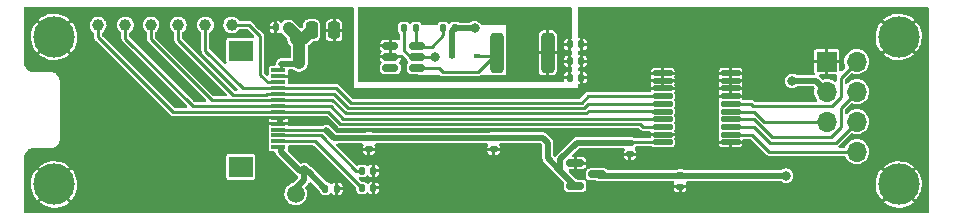
<source format=gbr>
%TF.GenerationSoftware,KiCad,Pcbnew,(6.0.0)*%
%TF.CreationDate,2022-03-29T17:15:08-07:00*%
%TF.ProjectId,ELW2106AA-breakout-board,454c5732-3130-4364-9141-2d627265616b,rev?*%
%TF.SameCoordinates,Original*%
%TF.FileFunction,Copper,L1,Top*%
%TF.FilePolarity,Positive*%
%FSLAX46Y46*%
G04 Gerber Fmt 4.6, Leading zero omitted, Abs format (unit mm)*
G04 Created by KiCad (PCBNEW (6.0.0)) date 2022-03-29 17:15:08*
%MOMM*%
%LPD*%
G01*
G04 APERTURE LIST*
G04 Aperture macros list*
%AMRoundRect*
0 Rectangle with rounded corners*
0 $1 Rounding radius*
0 $2 $3 $4 $5 $6 $7 $8 $9 X,Y pos of 4 corners*
0 Add a 4 corners polygon primitive as box body*
4,1,4,$2,$3,$4,$5,$6,$7,$8,$9,$2,$3,0*
0 Add four circle primitives for the rounded corners*
1,1,$1+$1,$2,$3*
1,1,$1+$1,$4,$5*
1,1,$1+$1,$6,$7*
1,1,$1+$1,$8,$9*
0 Add four rect primitives between the rounded corners*
20,1,$1+$1,$2,$3,$4,$5,0*
20,1,$1+$1,$4,$5,$6,$7,0*
20,1,$1+$1,$6,$7,$8,$9,0*
20,1,$1+$1,$8,$9,$2,$3,0*%
G04 Aperture macros list end*
%TA.AperFunction,SMDPad,CuDef*%
%ADD10RoundRect,0.020500X0.764500X0.184500X-0.764500X0.184500X-0.764500X-0.184500X0.764500X-0.184500X0*%
%TD*%
%TA.AperFunction,SMDPad,CuDef*%
%ADD11RoundRect,0.140000X0.140000X0.170000X-0.140000X0.170000X-0.140000X-0.170000X0.140000X-0.170000X0*%
%TD*%
%TA.AperFunction,SMDPad,CuDef*%
%ADD12R,0.600000X0.450000*%
%TD*%
%TA.AperFunction,SMDPad,CuDef*%
%ADD13C,1.000000*%
%TD*%
%TA.AperFunction,SMDPad,CuDef*%
%ADD14RoundRect,0.250000X0.312500X1.450000X-0.312500X1.450000X-0.312500X-1.450000X0.312500X-1.450000X0*%
%TD*%
%TA.AperFunction,SMDPad,CuDef*%
%ADD15RoundRect,0.140000X0.170000X-0.140000X0.170000X0.140000X-0.170000X0.140000X-0.170000X-0.140000X0*%
%TD*%
%TA.AperFunction,SMDPad,CuDef*%
%ADD16RoundRect,0.140000X-0.140000X-0.170000X0.140000X-0.170000X0.140000X0.170000X-0.140000X0.170000X0*%
%TD*%
%TA.AperFunction,SMDPad,CuDef*%
%ADD17RoundRect,0.135000X0.135000X0.185000X-0.135000X0.185000X-0.135000X-0.185000X0.135000X-0.185000X0*%
%TD*%
%TA.AperFunction,SMDPad,CuDef*%
%ADD18R,1.200000X0.300000*%
%TD*%
%TA.AperFunction,SMDPad,CuDef*%
%ADD19R,2.000000X1.800000*%
%TD*%
%TA.AperFunction,SMDPad,CuDef*%
%ADD20RoundRect,0.150000X0.512500X0.150000X-0.512500X0.150000X-0.512500X-0.150000X0.512500X-0.150000X0*%
%TD*%
%TA.AperFunction,SMDPad,CuDef*%
%ADD21RoundRect,0.250000X0.250000X0.475000X-0.250000X0.475000X-0.250000X-0.475000X0.250000X-0.475000X0*%
%TD*%
%TA.AperFunction,SMDPad,CuDef*%
%ADD22RoundRect,0.140000X-0.170000X0.140000X-0.170000X-0.140000X0.170000X-0.140000X0.170000X0.140000X0*%
%TD*%
%TA.AperFunction,SMDPad,CuDef*%
%ADD23RoundRect,0.150000X-0.587500X-0.150000X0.587500X-0.150000X0.587500X0.150000X-0.587500X0.150000X0*%
%TD*%
%TA.AperFunction,SMDPad,CuDef*%
%ADD24C,1.500000*%
%TD*%
%TA.AperFunction,ComponentPad*%
%ADD25R,1.700000X1.700000*%
%TD*%
%TA.AperFunction,ComponentPad*%
%ADD26O,1.700000X1.700000*%
%TD*%
%TA.AperFunction,ComponentPad*%
%ADD27C,3.500000*%
%TD*%
%TA.AperFunction,ViaPad*%
%ADD28C,0.800000*%
%TD*%
%TA.AperFunction,ViaPad*%
%ADD29C,2.000000*%
%TD*%
%TA.AperFunction,ViaPad*%
%ADD30C,1.000000*%
%TD*%
%TA.AperFunction,Conductor*%
%ADD31C,0.250000*%
%TD*%
%TA.AperFunction,Conductor*%
%ADD32C,0.500000*%
%TD*%
%TA.AperFunction,Conductor*%
%ADD33C,1.000000*%
%TD*%
G04 APERTURE END LIST*
D10*
%TO.P,U3,1,DIR*%
%TO.N,GND*%
X148720000Y-93575000D03*
%TO.P,U3,2,A1*%
%TO.N,/MOSI*%
X148720000Y-92925000D03*
%TO.P,U3,3,A2*%
%TO.N,/SCLK*%
X148720000Y-92275000D03*
%TO.P,U3,4,A3*%
%TO.N,/D{slash}C*%
X148720000Y-91625000D03*
%TO.P,U3,5,A4*%
%TO.N,/RESET*%
X148720000Y-90975000D03*
%TO.P,U3,6,A5*%
%TO.N,/CS*%
X148720000Y-90325000D03*
%TO.P,U3,7,A6*%
%TO.N,GND*%
X148720000Y-89675000D03*
%TO.P,U3,8,A7*%
X148720000Y-89025000D03*
%TO.P,U3,9,A8*%
X148720000Y-88375000D03*
%TO.P,U3,10,GND*%
X148720000Y-87725000D03*
%TO.P,U3,11,B8*%
X142980000Y-87725000D03*
%TO.P,U3,12,B7*%
X142980000Y-88375000D03*
%TO.P,U3,13,B6*%
X142980000Y-89025000D03*
%TO.P,U3,14,B5*%
%TO.N,/OLED_CS*%
X142980000Y-89675000D03*
%TO.P,U3,15,B4*%
%TO.N,/OLED_RST*%
X142980000Y-90325000D03*
%TO.P,U3,16,B3*%
%TO.N,/OLED_D{slash}C#*%
X142980000Y-90975000D03*
%TO.P,U3,17,B2*%
%TO.N,/OLED_SCLK*%
X142980000Y-91625000D03*
%TO.P,U3,18,B1*%
%TO.N,/OLED_MOSI*%
X142980000Y-92275000D03*
%TO.P,U3,19,~{OE}*%
%TO.N,GND*%
X142980000Y-92925000D03*
%TO.P,U3,20,VCC*%
%TO.N,+3V3*%
X142980000Y-93575000D03*
%TD*%
D11*
%TO.P,C1,1*%
%TO.N,GND*%
X136080000Y-88100000D03*
%TO.P,C1,2*%
%TO.N,VCC*%
X135120000Y-88100000D03*
%TD*%
D12*
%TO.P,D1,1,K*%
%TO.N,+16V*%
X125150000Y-86300000D03*
%TO.P,D1,2,A*%
%TO.N,Net-(D1-Pad2)*%
X127250000Y-86300000D03*
%TD*%
D13*
%TO.P,TP5,1,1*%
%TO.N,/OLED_SCLK*%
X97473529Y-83646250D03*
%TD*%
D14*
%TO.P,L1,1*%
%TO.N,VCC*%
X133237500Y-86000000D03*
%TO.P,L1,2*%
%TO.N,Net-(D1-Pad2)*%
X128962500Y-86000000D03*
%TD*%
D15*
%TO.P,C10,1*%
%TO.N,GND*%
X144450000Y-97330000D03*
%TO.P,C10,2*%
%TO.N,VCC*%
X144450000Y-96370000D03*
%TD*%
D16*
%TO.P,C7,1*%
%TO.N,GND*%
X110220000Y-83850000D03*
%TO.P,C7,2*%
%TO.N,+16V*%
X111180000Y-83850000D03*
%TD*%
D17*
%TO.P,R3,1*%
%TO.N,+16V*%
X125410000Y-83900000D03*
%TO.P,R3,2*%
%TO.N,Net-(R3-Pad2)*%
X124390000Y-83900000D03*
%TD*%
%TO.P,R4,1*%
%TO.N,Net-(R3-Pad2)*%
X122060000Y-83900000D03*
%TO.P,R4,2*%
%TO.N,GND*%
X121040000Y-83900000D03*
%TD*%
D18*
%TO.P,H1,1,VCC*%
%TO.N,+16V*%
X110410000Y-87500000D03*
%TO.P,H1,2,AGND*%
%TO.N,GND*%
X110410000Y-88000000D03*
%TO.P,H1,3,FR*%
%TO.N,/FRAME_SYNC*%
X110410000Y-88500000D03*
%TO.P,H1,4,CSB*%
%TO.N,/OLED_CS*%
X110410000Y-89000000D03*
%TO.P,H1,5,RSTB*%
%TO.N,/OLED_RST*%
X110410000Y-89500000D03*
%TO.P,H1,6,DC*%
%TO.N,/OLED_D{slash}C#*%
X110410000Y-90000000D03*
%TO.P,H1,7,SCLK*%
%TO.N,/OLED_SCLK*%
X110410000Y-90500000D03*
%TO.P,H1,8,SDIN*%
%TO.N,/OLED_MOSI*%
X110410000Y-91000000D03*
%TO.P,H1,9,GND*%
%TO.N,GND*%
X110410000Y-91500000D03*
%TO.P,H1,10,AGND*%
X110410000Y-92000000D03*
%TO.P,H1,11,VCI*%
%TO.N,+3V3*%
X110410000Y-92500000D03*
%TO.P,H1,12,VDD*%
%TO.N,Net-(C9-Pad1)*%
X110410000Y-93000000D03*
%TO.P,H1,13,VCOMH*%
%TO.N,Net-(C5-Pad1)*%
X110410000Y-93500000D03*
%TO.P,H1,14,VCC*%
%TO.N,+16V*%
X110410000Y-94000000D03*
D19*
%TO.P,H1,15*%
%TO.N,N/C*%
X107240000Y-95650000D03*
%TO.P,H1,16*%
X107240000Y-85850000D03*
%TD*%
D13*
%TO.P,TP3,1,1*%
%TO.N,/OLED_D{slash}C#*%
X99650000Y-83646250D03*
%TD*%
D11*
%TO.P,C3,1*%
%TO.N,GND*%
X136080000Y-85300000D03*
%TO.P,C3,2*%
%TO.N,VCC*%
X135120000Y-85300000D03*
%TD*%
D20*
%TO.P,U1,1,SW*%
%TO.N,Net-(D1-Pad2)*%
X122187500Y-87300000D03*
%TO.P,U1,2,GND*%
%TO.N,GND*%
X122187500Y-86350000D03*
%TO.P,U1,3,FB*%
%TO.N,Net-(R3-Pad2)*%
X122187500Y-85400000D03*
%TO.P,U1,4,EN*%
%TO.N,VCC*%
X119912500Y-85400000D03*
%TO.P,U1,5,IN*%
X119912500Y-86350000D03*
%TO.P,U1,6,NC*%
%TO.N,unconnected-(U1-Pad6)*%
X119912500Y-87300000D03*
%TD*%
D11*
%TO.P,C6,1*%
%TO.N,GND*%
X115380000Y-97500000D03*
%TO.P,C6,2*%
%TO.N,+16V*%
X114420000Y-97500000D03*
%TD*%
D21*
%TO.P,C4,1*%
%TO.N,GND*%
X115150000Y-84100000D03*
%TO.P,C4,2*%
%TO.N,+16V*%
X113250000Y-84100000D03*
%TD*%
D13*
%TO.P,TP4,1,1*%
%TO.N,/OLED_CS*%
X104250000Y-83646250D03*
%TD*%
%TO.P,TP2,1,1*%
%TO.N,/OLED_RST*%
X101950000Y-83646250D03*
%TD*%
%TO.P,TP7,1,1*%
%TO.N,/FRAME_SYNC*%
X106480000Y-83646250D03*
%TD*%
D22*
%TO.P,C8,1*%
%TO.N,+3V3*%
X118100000Y-93220000D03*
%TO.P,C8,2*%
%TO.N,GND*%
X118100000Y-94180000D03*
%TD*%
D11*
%TO.P,C2,1*%
%TO.N,GND*%
X136080000Y-86700000D03*
%TO.P,C2,2*%
%TO.N,VCC*%
X135120000Y-86700000D03*
%TD*%
D16*
%TO.P,C5,1*%
%TO.N,Net-(C5-Pad1)*%
X117520000Y-97450000D03*
%TO.P,C5,2*%
%TO.N,GND*%
X118480000Y-97450000D03*
%TD*%
D13*
%TO.P,TP6,1,1*%
%TO.N,/OLED_MOSI*%
X95165000Y-83675000D03*
%TD*%
D23*
%TO.P,U2,1,GND*%
%TO.N,GND*%
X135562500Y-95350000D03*
%TO.P,U2,2,VO*%
%TO.N,+3V3*%
X135562500Y-97250000D03*
%TO.P,U2,3,VI*%
%TO.N,VCC*%
X137437500Y-96300000D03*
%TD*%
D15*
%TO.P,C12,1*%
%TO.N,GND*%
X140200000Y-94580000D03*
%TO.P,C12,2*%
%TO.N,+3V3*%
X140200000Y-93620000D03*
%TD*%
D16*
%TO.P,C9,1*%
%TO.N,Net-(C9-Pad1)*%
X117520000Y-96000000D03*
%TO.P,C9,2*%
%TO.N,GND*%
X118480000Y-96000000D03*
%TD*%
D24*
%TO.P,TP1,1,1*%
%TO.N,+16V*%
X111900000Y-97950000D03*
%TD*%
D25*
%TO.P,J1,1,Pin_1*%
%TO.N,GND*%
X156860000Y-86750000D03*
D26*
%TO.P,J1,2,Pin_2*%
%TO.N,VCC*%
X156860000Y-89290000D03*
%TO.P,J1,3,Pin_3*%
%TO.N,/RESET*%
X156860000Y-91830000D03*
%TO.P,J1,4,Pin_4*%
%TO.N,/CS*%
X159400000Y-86750000D03*
%TO.P,J1,5,Pin_5*%
%TO.N,/D{slash}C*%
X159400000Y-89290000D03*
%TO.P,J1,6,Pin_6*%
%TO.N,/SCLK*%
X159400000Y-91830000D03*
%TO.P,J1,7,Pin_7*%
%TO.N,/MOSI*%
X159400000Y-94370000D03*
%TD*%
D15*
%TO.P,C11,1*%
%TO.N,GND*%
X128650000Y-94180000D03*
%TO.P,C11,2*%
%TO.N,+3V3*%
X128650000Y-93220000D03*
%TD*%
D27*
%TO.P,MH4,1,1*%
%TO.N,GND*%
X162950000Y-84650000D03*
%TD*%
%TO.P,MH1,1,1*%
%TO.N,GND*%
X91450000Y-97150000D03*
%TD*%
%TO.P,MH3,1,1*%
%TO.N,GND*%
X162950000Y-97150000D03*
%TD*%
%TO.P,MH2,1,1*%
%TO.N,GND*%
X91450000Y-84650000D03*
%TD*%
D28*
%TO.N,GND*%
X122288196Y-89500000D03*
X136300000Y-82560414D03*
X138300000Y-86000000D03*
X137300000Y-86000000D03*
X134298300Y-89500000D03*
X136300000Y-83550000D03*
X123289038Y-89500000D03*
X124289880Y-89500000D03*
X135299142Y-89500000D03*
X116350000Y-87850000D03*
X117283986Y-89500000D03*
X116350000Y-82750000D03*
X133297458Y-89500000D03*
X118284828Y-89500000D03*
X126291564Y-89500000D03*
X125290722Y-89500000D03*
X130294932Y-89500000D03*
X120286512Y-89500000D03*
D29*
X96500000Y-97350000D03*
D28*
X116300000Y-85900000D03*
X123700000Y-86350000D03*
X129294090Y-89500000D03*
X128293248Y-89500000D03*
X121287354Y-89500000D03*
X131295774Y-89500000D03*
X119285670Y-89500000D03*
D29*
X154400000Y-98250000D03*
D28*
X137300000Y-83500000D03*
X127292406Y-89500000D03*
X116350000Y-88750000D03*
D29*
X154300000Y-83950000D03*
D28*
X132296616Y-89500000D03*
X138300000Y-83500000D03*
%TO.N,+16V*%
X111900000Y-84850000D03*
X112600000Y-95950000D03*
X127050000Y-83900000D03*
D30*
%TO.N,VCC*%
X134650000Y-83900000D03*
D28*
X153925000Y-88375000D03*
X153400000Y-96400000D03*
%TD*%
D31*
%TO.N,GND*%
X110650000Y-91500000D02*
X110650000Y-92000000D01*
X121050000Y-83910000D02*
X121040000Y-83900000D01*
X121600000Y-86350000D02*
X121050000Y-85800000D01*
X121050000Y-85800000D02*
X121050000Y-83910000D01*
X121600000Y-86350000D02*
X123700000Y-86350000D01*
D32*
%TO.N,+3V3*%
X132850000Y-93200000D02*
X128670000Y-93200000D01*
X134200000Y-95887500D02*
X133250000Y-94937500D01*
X133200000Y-93550000D02*
X132850000Y-93200000D01*
X115170000Y-93220000D02*
X118100000Y-93220000D01*
D31*
X142217800Y-93571000D02*
X140249000Y-93571000D01*
D32*
X135727151Y-93600000D02*
X134300000Y-95027151D01*
X140080000Y-93600000D02*
X135727151Y-93600000D01*
X114500000Y-92550000D02*
X115170000Y-93220000D01*
X134300000Y-95027151D02*
X134300000Y-95950000D01*
X133250000Y-93600000D02*
X133250000Y-94937500D01*
X134200000Y-95887500D02*
X135662500Y-97350000D01*
D31*
X133200000Y-93550000D02*
X133225000Y-93575000D01*
D32*
X133200000Y-93550000D02*
X133250000Y-93600000D01*
D31*
X114500000Y-92500000D02*
X110650000Y-92500000D01*
D32*
X128650000Y-93220000D02*
X118100000Y-93220000D01*
%TO.N,+16V*%
X112200000Y-86900000D02*
X112157000Y-86943000D01*
D33*
X111900000Y-84850000D02*
X111900000Y-84500000D01*
D32*
X112300000Y-96050000D02*
X112970000Y-96050000D01*
X125410000Y-83900000D02*
X125150000Y-84160000D01*
D33*
X112500000Y-84850000D02*
X113250000Y-84100000D01*
D32*
X112970000Y-96050000D02*
X114420000Y-97500000D01*
X112600000Y-96800000D02*
X111450000Y-97950000D01*
D33*
X111900000Y-84850000D02*
X112200000Y-85150000D01*
X112200000Y-85150000D02*
X112200000Y-86900000D01*
D32*
X125150000Y-84160000D02*
X125150000Y-86300000D01*
X112157000Y-86943000D02*
X110650000Y-86943000D01*
D33*
X111900000Y-84500000D02*
X111300000Y-83900000D01*
D32*
X110650000Y-94400000D02*
X110650000Y-94099511D01*
X112600000Y-95950000D02*
X112600000Y-96800000D01*
X127050000Y-83900000D02*
X125410000Y-83900000D01*
D33*
X111900000Y-84850000D02*
X112500000Y-84850000D01*
D31*
X110650000Y-86943000D02*
X110650000Y-87425480D01*
D32*
X110650000Y-94400000D02*
X112300000Y-96050000D01*
X111180000Y-83900000D02*
X111300000Y-83900000D01*
D31*
%TO.N,Net-(C9-Pad1)*%
X114000000Y-93000000D02*
X110650000Y-93000000D01*
X117520000Y-96000000D02*
X117000000Y-96000000D01*
X117000000Y-96000000D02*
X114000000Y-93000000D01*
%TO.N,/FRAME_SYNC*%
X108900000Y-84600000D02*
X108900000Y-87889022D01*
X107946250Y-83646250D02*
X108900000Y-84600000D01*
X109510978Y-88500000D02*
X110650000Y-88500000D01*
X108900000Y-87889022D02*
X109510978Y-88500000D01*
X106480000Y-83646250D02*
X107946250Y-83646250D01*
%TO.N,Net-(D1-Pad2)*%
X127150000Y-86300000D02*
X128662500Y-86300000D01*
X128962500Y-86000000D02*
X127312500Y-87650000D01*
X124000000Y-87300000D02*
X122187500Y-87300000D01*
X127312500Y-87650000D02*
X124350000Y-87650000D01*
X124350000Y-87650000D02*
X124000000Y-87300000D01*
%TO.N,/OLED_MOSI*%
X115689459Y-92022591D02*
X114666868Y-91000000D01*
X114666868Y-91000000D02*
X101481372Y-91000000D01*
X101481372Y-91000000D02*
X95165000Y-84683628D01*
X141320798Y-92275600D02*
X141067789Y-92022591D01*
X142217800Y-92275600D02*
X141320798Y-92275600D01*
X141067789Y-92022591D02*
X115689459Y-92022591D01*
X95165000Y-84683628D02*
X95165000Y-83675000D01*
%TO.N,/OLED_SCLK*%
X142105760Y-91625000D02*
X142053831Y-91573071D01*
X114865820Y-90500000D02*
X103173529Y-90500000D01*
X97473529Y-84800000D02*
X97473529Y-83646250D01*
X115938892Y-91573071D02*
X114865820Y-90500000D01*
X103173529Y-90500000D02*
X97473529Y-84800000D01*
X142053831Y-91573071D02*
X115938892Y-91573071D01*
%TO.N,Net-(R3-Pad2)*%
X122212500Y-85477500D02*
X123422500Y-85477500D01*
X123422500Y-85477500D02*
X124390000Y-84510000D01*
X122060000Y-84050000D02*
X122060000Y-85272500D01*
X124390000Y-84510000D02*
X124390000Y-83900000D01*
X122060000Y-85272500D02*
X122187500Y-85400000D01*
%TO.N,/OLED_D{slash}C#*%
X99650000Y-84850000D02*
X99650000Y-83646250D01*
X116125089Y-91123551D02*
X115001538Y-90000000D01*
X115001538Y-90000000D02*
X104800000Y-90000000D01*
X142120042Y-90975000D02*
X142045042Y-90900000D01*
X142045042Y-90900000D02*
X136696050Y-90900000D01*
X136472498Y-91123551D02*
X116125089Y-91123551D01*
X104800000Y-90000000D02*
X99650000Y-84850000D01*
X136696050Y-90900000D02*
X136472498Y-91123551D01*
D32*
%TO.N,VCC*%
X155945000Y-88375000D02*
X153925000Y-88375000D01*
X156860000Y-89290000D02*
X155945000Y-88375000D01*
X153400000Y-96400000D02*
X137537500Y-96400000D01*
X137537500Y-96400000D02*
X137437500Y-96300000D01*
D31*
%TO.N,/OLED_RST*%
X106600480Y-89550480D02*
X101950000Y-84900000D01*
X101950000Y-84900000D02*
X101950000Y-83646250D01*
X136635332Y-90325000D02*
X136286301Y-90674031D01*
X136286301Y-90674031D02*
X116355159Y-90674031D01*
X115181128Y-89500000D02*
X109435718Y-89500000D01*
X116355159Y-90674031D02*
X115181128Y-89500000D01*
X109385238Y-89550480D02*
X106600480Y-89550480D01*
X109435718Y-89500000D02*
X109385238Y-89550480D01*
X142980000Y-90325000D02*
X136635332Y-90325000D01*
%TO.N,/OLED_CS*%
X115325000Y-89000000D02*
X107425000Y-89000000D01*
X104250000Y-85825000D02*
X104250000Y-83646250D01*
X116549511Y-90224511D02*
X115325000Y-89000000D01*
X107425000Y-89000000D02*
X104250000Y-85825000D01*
X142980000Y-89675000D02*
X136649614Y-89675000D01*
X136649614Y-89675000D02*
X136100103Y-90224511D01*
X136100103Y-90224511D02*
X116549511Y-90224511D01*
%TO.N,/RESET*%
X151580000Y-91830000D02*
X150725000Y-90975000D01*
X150725000Y-90975000D02*
X148720000Y-90975000D01*
X156860000Y-91830000D02*
X151580000Y-91830000D01*
%TO.N,/D{slash}C*%
X158034511Y-90655489D02*
X158034511Y-92316499D01*
X158034511Y-92316499D02*
X157201010Y-93150000D01*
X150675000Y-91625000D02*
X148720000Y-91625000D01*
X159400000Y-89290000D02*
X158034511Y-90655489D01*
X157201010Y-93150000D02*
X152200000Y-93150000D01*
X152200000Y-93150000D02*
X150675000Y-91625000D01*
%TO.N,/CS*%
X158034511Y-89776499D02*
X157311010Y-90500000D01*
X150640000Y-90500000D02*
X150465000Y-90325000D01*
X150465000Y-90325000D02*
X148720000Y-90325000D01*
X159400000Y-86750000D02*
X158034511Y-88115489D01*
X158034511Y-88115489D02*
X158034511Y-89776499D01*
X157311010Y-90500000D02*
X150640000Y-90500000D01*
%TO.N,/MOSI*%
X151991700Y-94370000D02*
X159400000Y-94370000D01*
X149482200Y-92936000D02*
X150557700Y-92936000D01*
X150557700Y-92936000D02*
X151991700Y-94370000D01*
%TO.N,/SCLK*%
X150689282Y-92275000D02*
X148720000Y-92275000D01*
X152013802Y-93599520D02*
X150689282Y-92275000D01*
X157630480Y-93599520D02*
X152013802Y-93599520D01*
X159400000Y-91830000D02*
X157630480Y-93599520D01*
%TO.N,Net-(C5-Pad1)*%
X113570000Y-93500000D02*
X117520000Y-97450000D01*
X110650000Y-93500000D02*
X113570000Y-93500000D01*
%TD*%
%TA.AperFunction,Conductor*%
%TO.N,GND*%
G36*
X116742121Y-82128002D02*
G01*
X116788614Y-82181658D01*
X116800000Y-82234000D01*
X116800000Y-89000000D01*
X135800000Y-89000000D01*
X135800000Y-88879885D01*
X141987000Y-88879885D01*
X141991475Y-88895124D01*
X141992865Y-88896329D01*
X142000548Y-88898000D01*
X142834885Y-88898000D01*
X142850124Y-88893525D01*
X142851329Y-88892135D01*
X142853000Y-88884452D01*
X142853000Y-88879885D01*
X143107000Y-88879885D01*
X143111475Y-88895124D01*
X143112865Y-88896329D01*
X143120548Y-88898000D01*
X143954885Y-88898000D01*
X143970124Y-88893525D01*
X143971329Y-88892135D01*
X143973000Y-88884452D01*
X143973000Y-88879885D01*
X147727000Y-88879885D01*
X147731475Y-88895124D01*
X147732865Y-88896329D01*
X147740548Y-88898000D01*
X148574885Y-88898000D01*
X148590124Y-88893525D01*
X148591329Y-88892135D01*
X148593000Y-88884452D01*
X148593000Y-88879885D01*
X148847000Y-88879885D01*
X148851475Y-88895124D01*
X148852865Y-88896329D01*
X148860548Y-88898000D01*
X149694885Y-88898000D01*
X149710124Y-88893525D01*
X149711329Y-88892135D01*
X149713000Y-88884452D01*
X149713000Y-88824179D01*
X149711793Y-88811924D01*
X149702164Y-88763516D01*
X149695828Y-88748220D01*
X149688238Y-88677630D01*
X149695828Y-88651780D01*
X149702164Y-88636484D01*
X149711793Y-88588076D01*
X149713000Y-88575821D01*
X149713000Y-88520115D01*
X149708525Y-88504876D01*
X149707135Y-88503671D01*
X149699452Y-88502000D01*
X148865115Y-88502000D01*
X148849876Y-88506475D01*
X148848671Y-88507865D01*
X148847000Y-88515548D01*
X148847000Y-88879885D01*
X148593000Y-88879885D01*
X148593000Y-88520115D01*
X148588525Y-88504876D01*
X148587135Y-88503671D01*
X148579452Y-88502000D01*
X147745115Y-88502000D01*
X147729876Y-88506475D01*
X147728671Y-88507865D01*
X147727000Y-88515548D01*
X147727000Y-88575821D01*
X147728207Y-88588076D01*
X147737836Y-88636484D01*
X147744172Y-88651780D01*
X147751762Y-88722370D01*
X147744172Y-88748220D01*
X147737836Y-88763516D01*
X147728207Y-88811924D01*
X147727000Y-88824179D01*
X147727000Y-88879885D01*
X143973000Y-88879885D01*
X143973000Y-88824179D01*
X143971793Y-88811924D01*
X143962164Y-88763516D01*
X143955828Y-88748220D01*
X143948238Y-88677630D01*
X143955828Y-88651780D01*
X143962164Y-88636484D01*
X143971793Y-88588076D01*
X143973000Y-88575821D01*
X143973000Y-88520115D01*
X143968525Y-88504876D01*
X143967135Y-88503671D01*
X143959452Y-88502000D01*
X143125115Y-88502000D01*
X143109876Y-88506475D01*
X143108671Y-88507865D01*
X143107000Y-88515548D01*
X143107000Y-88879885D01*
X142853000Y-88879885D01*
X142853000Y-88520115D01*
X142848525Y-88504876D01*
X142847135Y-88503671D01*
X142839452Y-88502000D01*
X142005115Y-88502000D01*
X141989876Y-88506475D01*
X141988671Y-88507865D01*
X141987000Y-88515548D01*
X141987000Y-88575821D01*
X141988207Y-88588076D01*
X141997836Y-88636484D01*
X142004172Y-88651780D01*
X142011762Y-88722370D01*
X142004172Y-88748220D01*
X141997836Y-88763516D01*
X141988207Y-88811924D01*
X141987000Y-88824179D01*
X141987000Y-88879885D01*
X135800000Y-88879885D01*
X135800000Y-88744000D01*
X135820002Y-88675879D01*
X135873658Y-88629386D01*
X135926000Y-88618000D01*
X135934885Y-88618000D01*
X135950124Y-88613525D01*
X135951329Y-88612135D01*
X135953000Y-88604452D01*
X135953000Y-88599885D01*
X136207000Y-88599885D01*
X136211475Y-88615124D01*
X136212865Y-88616329D01*
X136220548Y-88618000D01*
X136248380Y-88618000D01*
X136257539Y-88617330D01*
X136311695Y-88609357D01*
X136330177Y-88603614D01*
X136416031Y-88561462D01*
X136432736Y-88549503D01*
X136499872Y-88482250D01*
X136511804Y-88465522D01*
X136553812Y-88379582D01*
X136559520Y-88361115D01*
X136567340Y-88307513D01*
X136568000Y-88298413D01*
X136568000Y-88245115D01*
X136563528Y-88229885D01*
X141987000Y-88229885D01*
X141991475Y-88245124D01*
X141992865Y-88246329D01*
X142000548Y-88248000D01*
X142834885Y-88248000D01*
X142850124Y-88243525D01*
X142851329Y-88242135D01*
X142853000Y-88234452D01*
X142853000Y-88229885D01*
X143107000Y-88229885D01*
X143111475Y-88245124D01*
X143112865Y-88246329D01*
X143120548Y-88248000D01*
X143954885Y-88248000D01*
X143970124Y-88243525D01*
X143971329Y-88242135D01*
X143973000Y-88234452D01*
X143973000Y-88229885D01*
X147727000Y-88229885D01*
X147731475Y-88245124D01*
X147732865Y-88246329D01*
X147740548Y-88248000D01*
X148574885Y-88248000D01*
X148590124Y-88243525D01*
X148591329Y-88242135D01*
X148593000Y-88234452D01*
X148593000Y-88229885D01*
X148847000Y-88229885D01*
X148851475Y-88245124D01*
X148852865Y-88246329D01*
X148860548Y-88248000D01*
X149694885Y-88248000D01*
X149710124Y-88243525D01*
X149711329Y-88242135D01*
X149713000Y-88234452D01*
X149713000Y-88174179D01*
X149711793Y-88161924D01*
X149702164Y-88113516D01*
X149695828Y-88098220D01*
X149688238Y-88027630D01*
X149695828Y-88001780D01*
X149702164Y-87986484D01*
X149711793Y-87938076D01*
X149713000Y-87925821D01*
X149713000Y-87870115D01*
X149708525Y-87854876D01*
X149707135Y-87853671D01*
X149699452Y-87852000D01*
X148865115Y-87852000D01*
X148849876Y-87856475D01*
X148848671Y-87857865D01*
X148847000Y-87865548D01*
X148847000Y-88229885D01*
X148593000Y-88229885D01*
X148593000Y-87870115D01*
X148588525Y-87854876D01*
X148587135Y-87853671D01*
X148579452Y-87852000D01*
X147745115Y-87852000D01*
X147729876Y-87856475D01*
X147728671Y-87857865D01*
X147727000Y-87865548D01*
X147727000Y-87925821D01*
X147728207Y-87938076D01*
X147737836Y-87986484D01*
X147744172Y-88001780D01*
X147751762Y-88072370D01*
X147744172Y-88098220D01*
X147737836Y-88113516D01*
X147728207Y-88161924D01*
X147727000Y-88174179D01*
X147727000Y-88229885D01*
X143973000Y-88229885D01*
X143973000Y-88174179D01*
X143971793Y-88161924D01*
X143962164Y-88113516D01*
X143955828Y-88098220D01*
X143948238Y-88027630D01*
X143955828Y-88001780D01*
X143962164Y-87986484D01*
X143971793Y-87938076D01*
X143973000Y-87925821D01*
X143973000Y-87870115D01*
X143968525Y-87854876D01*
X143967135Y-87853671D01*
X143959452Y-87852000D01*
X143125115Y-87852000D01*
X143109876Y-87856475D01*
X143108671Y-87857865D01*
X143107000Y-87865548D01*
X143107000Y-88229885D01*
X142853000Y-88229885D01*
X142853000Y-87870115D01*
X142848525Y-87854876D01*
X142847135Y-87853671D01*
X142839452Y-87852000D01*
X142005115Y-87852000D01*
X141989876Y-87856475D01*
X141988671Y-87857865D01*
X141987000Y-87865548D01*
X141987000Y-87925821D01*
X141988207Y-87938076D01*
X141997836Y-87986484D01*
X142004172Y-88001780D01*
X142011762Y-88072370D01*
X142004172Y-88098220D01*
X141997836Y-88113516D01*
X141988207Y-88161924D01*
X141987000Y-88174179D01*
X141987000Y-88229885D01*
X136563528Y-88229885D01*
X136563525Y-88229876D01*
X136562135Y-88228671D01*
X136554452Y-88227000D01*
X136225115Y-88227000D01*
X136209876Y-88231475D01*
X136208671Y-88232865D01*
X136207000Y-88240548D01*
X136207000Y-88599885D01*
X135953000Y-88599885D01*
X135953000Y-87954885D01*
X136207000Y-87954885D01*
X136211475Y-87970124D01*
X136212865Y-87971329D01*
X136220548Y-87973000D01*
X136549885Y-87973000D01*
X136565124Y-87968525D01*
X136566329Y-87967135D01*
X136568000Y-87959452D01*
X136568000Y-87901620D01*
X136567330Y-87892461D01*
X136559357Y-87838305D01*
X136553614Y-87819823D01*
X136511462Y-87733969D01*
X136499503Y-87717264D01*
X136432250Y-87650128D01*
X136415522Y-87638196D01*
X136329582Y-87596188D01*
X136311115Y-87590480D01*
X136257513Y-87582660D01*
X136248413Y-87582000D01*
X136225115Y-87582000D01*
X136209876Y-87586475D01*
X136208671Y-87587865D01*
X136207000Y-87595548D01*
X136207000Y-87954885D01*
X135953000Y-87954885D01*
X135953000Y-87600115D01*
X135948525Y-87584876D01*
X135947135Y-87583671D01*
X135939452Y-87582000D01*
X135926000Y-87582000D01*
X135918797Y-87579885D01*
X141987000Y-87579885D01*
X141991475Y-87595124D01*
X141992865Y-87596329D01*
X142000548Y-87598000D01*
X142834885Y-87598000D01*
X142850124Y-87593525D01*
X142851329Y-87592135D01*
X142853000Y-87584452D01*
X142853000Y-87579885D01*
X143107000Y-87579885D01*
X143111475Y-87595124D01*
X143112865Y-87596329D01*
X143120548Y-87598000D01*
X143954885Y-87598000D01*
X143970124Y-87593525D01*
X143971329Y-87592135D01*
X143973000Y-87584452D01*
X143973000Y-87579885D01*
X147727000Y-87579885D01*
X147731475Y-87595124D01*
X147732865Y-87596329D01*
X147740548Y-87598000D01*
X148574885Y-87598000D01*
X148590124Y-87593525D01*
X148591329Y-87592135D01*
X148593000Y-87584452D01*
X148593000Y-87579885D01*
X148847000Y-87579885D01*
X148851475Y-87595124D01*
X148852865Y-87596329D01*
X148860548Y-87598000D01*
X149694885Y-87598000D01*
X149710124Y-87593525D01*
X149711329Y-87592135D01*
X149713000Y-87584452D01*
X149713000Y-87524179D01*
X149711793Y-87511924D01*
X149702164Y-87463514D01*
X149692850Y-87441028D01*
X149656133Y-87386076D01*
X149638924Y-87368867D01*
X149583972Y-87332150D01*
X149561486Y-87322836D01*
X149513076Y-87313207D01*
X149500821Y-87312000D01*
X148865115Y-87312000D01*
X148849876Y-87316475D01*
X148848671Y-87317865D01*
X148847000Y-87325548D01*
X148847000Y-87579885D01*
X148593000Y-87579885D01*
X148593000Y-87330115D01*
X148588525Y-87314876D01*
X148587135Y-87313671D01*
X148579452Y-87312000D01*
X147939179Y-87312000D01*
X147926924Y-87313207D01*
X147878514Y-87322836D01*
X147856028Y-87332150D01*
X147801076Y-87368867D01*
X147783867Y-87386076D01*
X147747150Y-87441028D01*
X147737836Y-87463514D01*
X147728207Y-87511924D01*
X147727000Y-87524179D01*
X147727000Y-87579885D01*
X143973000Y-87579885D01*
X143973000Y-87524179D01*
X143971793Y-87511924D01*
X143962164Y-87463514D01*
X143952850Y-87441028D01*
X143916133Y-87386076D01*
X143898924Y-87368867D01*
X143843972Y-87332150D01*
X143821486Y-87322836D01*
X143773076Y-87313207D01*
X143760821Y-87312000D01*
X143125115Y-87312000D01*
X143109876Y-87316475D01*
X143108671Y-87317865D01*
X143107000Y-87325548D01*
X143107000Y-87579885D01*
X142853000Y-87579885D01*
X142853000Y-87330115D01*
X142848525Y-87314876D01*
X142847135Y-87313671D01*
X142839452Y-87312000D01*
X142199179Y-87312000D01*
X142186924Y-87313207D01*
X142138514Y-87322836D01*
X142116028Y-87332150D01*
X142061076Y-87368867D01*
X142043867Y-87386076D01*
X142007150Y-87441028D01*
X141997836Y-87463514D01*
X141988207Y-87511924D01*
X141987000Y-87524179D01*
X141987000Y-87579885D01*
X135918797Y-87579885D01*
X135857879Y-87561998D01*
X135811386Y-87508342D01*
X135800000Y-87456000D01*
X135800000Y-87344000D01*
X135820002Y-87275879D01*
X135873658Y-87229386D01*
X135926000Y-87218000D01*
X135934885Y-87218000D01*
X135950124Y-87213525D01*
X135951329Y-87212135D01*
X135953000Y-87204452D01*
X135953000Y-87199885D01*
X136207000Y-87199885D01*
X136211475Y-87215124D01*
X136212865Y-87216329D01*
X136220548Y-87218000D01*
X136248380Y-87218000D01*
X136257539Y-87217330D01*
X136311695Y-87209357D01*
X136330177Y-87203614D01*
X136416031Y-87161462D01*
X136432736Y-87149503D01*
X136499872Y-87082250D01*
X136511804Y-87065522D01*
X136553812Y-86979582D01*
X136559520Y-86961115D01*
X136567340Y-86907513D01*
X136568000Y-86898413D01*
X136568000Y-86845115D01*
X136563525Y-86829876D01*
X136562135Y-86828671D01*
X136554452Y-86827000D01*
X136225115Y-86827000D01*
X136209876Y-86831475D01*
X136208671Y-86832865D01*
X136207000Y-86840548D01*
X136207000Y-87199885D01*
X135953000Y-87199885D01*
X135953000Y-86604885D01*
X155802000Y-86604885D01*
X155806475Y-86620124D01*
X155807865Y-86621329D01*
X155815548Y-86623000D01*
X156714885Y-86623000D01*
X156730124Y-86618525D01*
X156731329Y-86617135D01*
X156733000Y-86609452D01*
X156733000Y-86604885D01*
X156987000Y-86604885D01*
X156991475Y-86620124D01*
X156992865Y-86621329D01*
X157000548Y-86623000D01*
X157899884Y-86623000D01*
X157915123Y-86618525D01*
X157916328Y-86617135D01*
X157917999Y-86609452D01*
X157917999Y-85885702D01*
X157916791Y-85873442D01*
X157908353Y-85831017D01*
X157899036Y-85808521D01*
X157866853Y-85760356D01*
X157849644Y-85743147D01*
X157801477Y-85710963D01*
X157778986Y-85701647D01*
X157736555Y-85693207D01*
X157724300Y-85692000D01*
X157005115Y-85692000D01*
X156989876Y-85696475D01*
X156988671Y-85697865D01*
X156987000Y-85705548D01*
X156987000Y-86604885D01*
X156733000Y-86604885D01*
X156733000Y-85710116D01*
X156728525Y-85694877D01*
X156727135Y-85693672D01*
X156719452Y-85692001D01*
X155995702Y-85692001D01*
X155983442Y-85693209D01*
X155941017Y-85701647D01*
X155918521Y-85710964D01*
X155870356Y-85743147D01*
X155853147Y-85760356D01*
X155820963Y-85808523D01*
X155811647Y-85831014D01*
X155803207Y-85873445D01*
X155802000Y-85885700D01*
X155802000Y-86604885D01*
X135953000Y-86604885D01*
X135953000Y-86554885D01*
X136207000Y-86554885D01*
X136211475Y-86570124D01*
X136212865Y-86571329D01*
X136220548Y-86573000D01*
X136549885Y-86573000D01*
X136565124Y-86568525D01*
X136566329Y-86567135D01*
X136568000Y-86559452D01*
X136568000Y-86501620D01*
X136567330Y-86492461D01*
X136559357Y-86438305D01*
X136553614Y-86419823D01*
X136511462Y-86333969D01*
X136499503Y-86317264D01*
X136432250Y-86250128D01*
X136415522Y-86238196D01*
X136329582Y-86196188D01*
X136311115Y-86190480D01*
X136257513Y-86182660D01*
X136248413Y-86182000D01*
X136225115Y-86182000D01*
X136209876Y-86186475D01*
X136208671Y-86187865D01*
X136207000Y-86195548D01*
X136207000Y-86554885D01*
X135953000Y-86554885D01*
X135953000Y-86200115D01*
X135948525Y-86184876D01*
X135947135Y-86183671D01*
X135939452Y-86182000D01*
X135926000Y-86182000D01*
X135857879Y-86161998D01*
X135811386Y-86108342D01*
X135800000Y-86056000D01*
X135800000Y-85944000D01*
X135820002Y-85875879D01*
X135873658Y-85829386D01*
X135926000Y-85818000D01*
X135934885Y-85818000D01*
X135950124Y-85813525D01*
X135951329Y-85812135D01*
X135953000Y-85804452D01*
X135953000Y-85799885D01*
X136207000Y-85799885D01*
X136211475Y-85815124D01*
X136212865Y-85816329D01*
X136220548Y-85818000D01*
X136248380Y-85818000D01*
X136257539Y-85817330D01*
X136311695Y-85809357D01*
X136330177Y-85803614D01*
X136416031Y-85761462D01*
X136432736Y-85749503D01*
X136499872Y-85682250D01*
X136511804Y-85665522D01*
X136553812Y-85579582D01*
X136559520Y-85561115D01*
X136567340Y-85507513D01*
X136568000Y-85498413D01*
X136568000Y-85445115D01*
X136563525Y-85429876D01*
X136562135Y-85428671D01*
X136554452Y-85427000D01*
X136225115Y-85427000D01*
X136209876Y-85431475D01*
X136208671Y-85432865D01*
X136207000Y-85440548D01*
X136207000Y-85799885D01*
X135953000Y-85799885D01*
X135953000Y-85154885D01*
X136207000Y-85154885D01*
X136211475Y-85170124D01*
X136212865Y-85171329D01*
X136220548Y-85173000D01*
X136549885Y-85173000D01*
X136565124Y-85168525D01*
X136566329Y-85167135D01*
X136568000Y-85159452D01*
X136568000Y-85101620D01*
X136567330Y-85092461D01*
X136559357Y-85038305D01*
X136553614Y-85019823D01*
X136511462Y-84933969D01*
X136499503Y-84917264D01*
X136432250Y-84850128D01*
X136415522Y-84838196D01*
X136329582Y-84796188D01*
X136311115Y-84790480D01*
X136257513Y-84782660D01*
X136248413Y-84782000D01*
X136225115Y-84782000D01*
X136209876Y-84786475D01*
X136208671Y-84787865D01*
X136207000Y-84795548D01*
X136207000Y-85154885D01*
X135953000Y-85154885D01*
X135953000Y-84800115D01*
X135948525Y-84784876D01*
X135947135Y-84783671D01*
X135939452Y-84782000D01*
X135926000Y-84782000D01*
X135857879Y-84761998D01*
X135811386Y-84708342D01*
X135800000Y-84656000D01*
X135800000Y-84592793D01*
X160988142Y-84592793D01*
X160998678Y-84860960D01*
X160999653Y-84869789D01*
X161047869Y-85133799D01*
X161050078Y-85142401D01*
X161135012Y-85396979D01*
X161138416Y-85405196D01*
X161258373Y-85645269D01*
X161262891Y-85652908D01*
X161415480Y-85873687D01*
X161421043Y-85880629D01*
X161465773Y-85929018D01*
X161479407Y-85937173D01*
X161479926Y-85937157D01*
X161488536Y-85931859D01*
X162757583Y-84662812D01*
X162763961Y-84651132D01*
X163134803Y-84651132D01*
X163134934Y-84652965D01*
X163139185Y-84659580D01*
X164408982Y-85929377D01*
X164422382Y-85936694D01*
X164432287Y-85929706D01*
X164535237Y-85807232D01*
X164540457Y-85800047D01*
X164682480Y-85572321D01*
X164686632Y-85564481D01*
X164795151Y-85319014D01*
X164798161Y-85310653D01*
X164871005Y-85052365D01*
X164872809Y-85043657D01*
X164908701Y-84776440D01*
X164909229Y-84770047D01*
X164912901Y-84653222D01*
X164912774Y-84646779D01*
X164893733Y-84377863D01*
X164892480Y-84369053D01*
X164835994Y-84106687D01*
X164833518Y-84098166D01*
X164740627Y-83846373D01*
X164736972Y-83838278D01*
X164609530Y-83602087D01*
X164604771Y-83594589D01*
X164445327Y-83378719D01*
X164439554Y-83371958D01*
X164436434Y-83368789D01*
X164422554Y-83361068D01*
X164420983Y-83361168D01*
X164413967Y-83365638D01*
X163142417Y-84637188D01*
X163134803Y-84651132D01*
X162763961Y-84651132D01*
X162765197Y-84648868D01*
X162765066Y-84647035D01*
X162760815Y-84640420D01*
X161489388Y-83368993D01*
X161476547Y-83361981D01*
X161465858Y-83369776D01*
X161329195Y-83543133D01*
X161324202Y-83550481D01*
X161189404Y-83782552D01*
X161185500Y-83790522D01*
X161084745Y-84039273D01*
X161082001Y-84047717D01*
X161017301Y-84308182D01*
X161015774Y-84316933D01*
X160988421Y-84583909D01*
X160988142Y-84592793D01*
X135800000Y-84592793D01*
X135800000Y-83178596D01*
X161662118Y-83178596D01*
X161662168Y-83179642D01*
X161667059Y-83187454D01*
X162937188Y-84457583D01*
X162951132Y-84465197D01*
X162952965Y-84465066D01*
X162959580Y-84460815D01*
X164232344Y-83188051D01*
X164239198Y-83175499D01*
X164230991Y-83164429D01*
X164031274Y-83012010D01*
X164023849Y-83007133D01*
X163789696Y-82876001D01*
X163781643Y-82872212D01*
X163531357Y-82775383D01*
X163522867Y-82772771D01*
X163261420Y-82712172D01*
X163252642Y-82710782D01*
X162985265Y-82687624D01*
X162976394Y-82687484D01*
X162708414Y-82702232D01*
X162699604Y-82703346D01*
X162436381Y-82755704D01*
X162427823Y-82758045D01*
X162174588Y-82846975D01*
X162166454Y-82850495D01*
X161928285Y-82974214D01*
X161920713Y-82978853D01*
X161702358Y-83134892D01*
X161695514Y-83140553D01*
X161670056Y-83164839D01*
X161662118Y-83178596D01*
X135800000Y-83178596D01*
X135800000Y-82234000D01*
X135820002Y-82165879D01*
X135873658Y-82119386D01*
X135926000Y-82108000D01*
X165366000Y-82108000D01*
X165434121Y-82128002D01*
X165480614Y-82181658D01*
X165492000Y-82234000D01*
X165492000Y-99466000D01*
X165471998Y-99534121D01*
X165418342Y-99580614D01*
X165366000Y-99592000D01*
X89034000Y-99592000D01*
X88965879Y-99571998D01*
X88919386Y-99518342D01*
X88908000Y-99466000D01*
X88908000Y-98622747D01*
X90162815Y-98622747D01*
X90170205Y-98633049D01*
X90317807Y-98753216D01*
X90325086Y-98758331D01*
X90554999Y-98896750D01*
X90562913Y-98900783D01*
X90810048Y-99005431D01*
X90818453Y-99008308D01*
X91077873Y-99077093D01*
X91086585Y-99078755D01*
X91353114Y-99110300D01*
X91361979Y-99110718D01*
X91630278Y-99104395D01*
X91639133Y-99103558D01*
X91903864Y-99059495D01*
X91912498Y-99057422D01*
X92168383Y-98976496D01*
X92176644Y-98973225D01*
X92418567Y-98857055D01*
X92426292Y-98852649D01*
X92649431Y-98703553D01*
X92656458Y-98698103D01*
X92728442Y-98633627D01*
X92736805Y-98620132D01*
X92731116Y-98610721D01*
X91462812Y-97342417D01*
X91448868Y-97334803D01*
X91447035Y-97334934D01*
X91440420Y-97339185D01*
X90169981Y-98609624D01*
X90162815Y-98622747D01*
X88908000Y-98622747D01*
X88908000Y-97092793D01*
X89488142Y-97092793D01*
X89498678Y-97360960D01*
X89499653Y-97369789D01*
X89547869Y-97633799D01*
X89550078Y-97642401D01*
X89635012Y-97896979D01*
X89638416Y-97905196D01*
X89758373Y-98145269D01*
X89762891Y-98152908D01*
X89915480Y-98373687D01*
X89921043Y-98380629D01*
X89965773Y-98429018D01*
X89979407Y-98437173D01*
X89979926Y-98437157D01*
X89988536Y-98431859D01*
X91257583Y-97162812D01*
X91263961Y-97151132D01*
X91634803Y-97151132D01*
X91634934Y-97152965D01*
X91639185Y-97159580D01*
X92908982Y-98429377D01*
X92922382Y-98436694D01*
X92932287Y-98429706D01*
X93035237Y-98307232D01*
X93040457Y-98300047D01*
X93182480Y-98072321D01*
X93186632Y-98064481D01*
X93295151Y-97819014D01*
X93298161Y-97810653D01*
X93371005Y-97552365D01*
X93372809Y-97543657D01*
X93408701Y-97276440D01*
X93409229Y-97270047D01*
X93412901Y-97153222D01*
X93412774Y-97146779D01*
X93393733Y-96877863D01*
X93392480Y-96869053D01*
X93335994Y-96606687D01*
X93333518Y-96598166D01*
X93240627Y-96346373D01*
X93236972Y-96338278D01*
X93109530Y-96102087D01*
X93104771Y-96094589D01*
X92945327Y-95878719D01*
X92939554Y-95871958D01*
X92936434Y-95868789D01*
X92922554Y-95861068D01*
X92920983Y-95861168D01*
X92913967Y-95865638D01*
X91642417Y-97137188D01*
X91634803Y-97151132D01*
X91263961Y-97151132D01*
X91265197Y-97148868D01*
X91265066Y-97147035D01*
X91260815Y-97140420D01*
X89989388Y-95868993D01*
X89976547Y-95861981D01*
X89965858Y-95869776D01*
X89829195Y-96043133D01*
X89824202Y-96050481D01*
X89689404Y-96282552D01*
X89685500Y-96290522D01*
X89584745Y-96539273D01*
X89582001Y-96547717D01*
X89517301Y-96808182D01*
X89515774Y-96816933D01*
X89488421Y-97083909D01*
X89488142Y-97092793D01*
X88908000Y-97092793D01*
X88908000Y-95678596D01*
X90162118Y-95678596D01*
X90162168Y-95679642D01*
X90167059Y-95687454D01*
X91437188Y-96957583D01*
X91451132Y-96965197D01*
X91452965Y-96965066D01*
X91459580Y-96960815D01*
X92732344Y-95688051D01*
X92739198Y-95675499D01*
X92730991Y-95664429D01*
X92531274Y-95512010D01*
X92523849Y-95507133D01*
X92289696Y-95376001D01*
X92281643Y-95372212D01*
X92031357Y-95275383D01*
X92022867Y-95272771D01*
X91761420Y-95212172D01*
X91752642Y-95210782D01*
X91485265Y-95187624D01*
X91476394Y-95187484D01*
X91208414Y-95202232D01*
X91199604Y-95203346D01*
X90936381Y-95255704D01*
X90927823Y-95258045D01*
X90674588Y-95346975D01*
X90666454Y-95350495D01*
X90428285Y-95474214D01*
X90420713Y-95478853D01*
X90202358Y-95634892D01*
X90195514Y-95640553D01*
X90170056Y-95664839D01*
X90162118Y-95678596D01*
X88908000Y-95678596D01*
X88908000Y-94887933D01*
X88910161Y-94868898D01*
X88910169Y-94864200D01*
X88913349Y-94850372D01*
X88910218Y-94836532D01*
X88910223Y-94833394D01*
X88910830Y-94821265D01*
X88911240Y-94817111D01*
X88919872Y-94729463D01*
X106031500Y-94729463D01*
X106031501Y-96570536D01*
X106043597Y-96631353D01*
X106050490Y-96641669D01*
X106050491Y-96641671D01*
X106057156Y-96651645D01*
X106089680Y-96700320D01*
X106158647Y-96746403D01*
X106170816Y-96748824D01*
X106170817Y-96748824D01*
X106206829Y-96755987D01*
X106219463Y-96758500D01*
X107239835Y-96758500D01*
X108260536Y-96758499D01*
X108321353Y-96746403D01*
X108331670Y-96739510D01*
X108331671Y-96739509D01*
X108380007Y-96707211D01*
X108390320Y-96700320D01*
X108436403Y-96631353D01*
X108438825Y-96619180D01*
X108447293Y-96576605D01*
X108448500Y-96570537D01*
X108448499Y-94729464D01*
X108436403Y-94668647D01*
X108426491Y-94653812D01*
X108397211Y-94609993D01*
X108390320Y-94599680D01*
X108321353Y-94553597D01*
X108309184Y-94551176D01*
X108309183Y-94551176D01*
X108266605Y-94542707D01*
X108260537Y-94541500D01*
X107240165Y-94541500D01*
X106219464Y-94541501D01*
X106158647Y-94553597D01*
X106148330Y-94560490D01*
X106148329Y-94560491D01*
X106104065Y-94590068D01*
X106089680Y-94599680D01*
X106043597Y-94668647D01*
X106041176Y-94680816D01*
X106041176Y-94680817D01*
X106034255Y-94715611D01*
X106031500Y-94729463D01*
X88919872Y-94729463D01*
X88922002Y-94707839D01*
X88926819Y-94683617D01*
X88951202Y-94603235D01*
X88964685Y-94558787D01*
X88974138Y-94535967D01*
X88976125Y-94532250D01*
X89035629Y-94420927D01*
X89049350Y-94400393D01*
X89049921Y-94399698D01*
X89132099Y-94299563D01*
X89149564Y-94282098D01*
X89151410Y-94280583D01*
X89250395Y-94199348D01*
X89270927Y-94185629D01*
X89385970Y-94124137D01*
X89408788Y-94114685D01*
X89429178Y-94108500D01*
X89533617Y-94076819D01*
X89557839Y-94072002D01*
X89671840Y-94060774D01*
X89684406Y-94060167D01*
X89685800Y-94060169D01*
X89699628Y-94063349D01*
X89713469Y-94060217D01*
X89717436Y-94060224D01*
X89737344Y-94058000D01*
X91161770Y-94058000D01*
X91190221Y-94061254D01*
X91192303Y-94061737D01*
X91192306Y-94061737D01*
X91199255Y-94063348D01*
X91200000Y-94063349D01*
X91207017Y-94061748D01*
X91207081Y-94061734D01*
X91222752Y-94059185D01*
X91338793Y-94047756D01*
X91472251Y-94007272D01*
X91477706Y-94004356D01*
X91477709Y-94004355D01*
X91589788Y-93944447D01*
X91589789Y-93944447D01*
X91595247Y-93941529D01*
X91703054Y-93853054D01*
X91722415Y-93829463D01*
X109601500Y-93829463D01*
X109601501Y-94170536D01*
X109613597Y-94231353D01*
X109659680Y-94300320D01*
X109728647Y-94346403D01*
X109740816Y-94348824D01*
X109740817Y-94348824D01*
X109782519Y-94357119D01*
X109789463Y-94358500D01*
X110071238Y-94358500D01*
X110139359Y-94378502D01*
X110185852Y-94432158D01*
X110195188Y-94461866D01*
X110197285Y-94473350D01*
X110197935Y-94477251D01*
X110205419Y-94527029D01*
X110206819Y-94536340D01*
X110209998Y-94542960D01*
X110211319Y-94550194D01*
X110237126Y-94599872D01*
X110238873Y-94603235D01*
X110240644Y-94606780D01*
X110262421Y-94652133D01*
X110262424Y-94652137D01*
X110266500Y-94660626D01*
X110271406Y-94665933D01*
X110271563Y-94666166D01*
X110274876Y-94672544D01*
X110279263Y-94677680D01*
X110317194Y-94715611D01*
X110320624Y-94719177D01*
X110353698Y-94754957D01*
X110353700Y-94754959D01*
X110360088Y-94761869D01*
X110366531Y-94765612D01*
X110372891Y-94771308D01*
X111951259Y-96349676D01*
X111961114Y-96360765D01*
X111982590Y-96388007D01*
X111990337Y-96393361D01*
X111990341Y-96393365D01*
X112031750Y-96421985D01*
X112034970Y-96424286D01*
X112083029Y-96459783D01*
X112081183Y-96462282D01*
X112120658Y-96500771D01*
X112136626Y-96569949D01*
X112112658Y-96636778D01*
X112099938Y-96651645D01*
X111780947Y-96970636D01*
X111719331Y-97003260D01*
X111719526Y-97003922D01*
X111539202Y-97056994D01*
X111460181Y-97098305D01*
X111391962Y-97133969D01*
X111372621Y-97144080D01*
X111226128Y-97261864D01*
X111222170Y-97266582D01*
X111222167Y-97266584D01*
X111190057Y-97304852D01*
X111105302Y-97405859D01*
X111102338Y-97411251D01*
X111102335Y-97411255D01*
X111056761Y-97494155D01*
X111014746Y-97570580D01*
X111012885Y-97576447D01*
X111012884Y-97576449D01*
X111001741Y-97611577D01*
X110957909Y-97749752D01*
X110936956Y-97936552D01*
X110939541Y-97967340D01*
X110943420Y-98013525D01*
X110952685Y-98123865D01*
X111004497Y-98304555D01*
X111007312Y-98310032D01*
X111007313Y-98310035D01*
X111069922Y-98431859D01*
X111090418Y-98471740D01*
X111094241Y-98476564D01*
X111094244Y-98476568D01*
X111120625Y-98509852D01*
X111207177Y-98619052D01*
X111211871Y-98623047D01*
X111224303Y-98633627D01*
X111350324Y-98740880D01*
X111355702Y-98743886D01*
X111355704Y-98743887D01*
X111432366Y-98786732D01*
X111514409Y-98832584D01*
X111693180Y-98890670D01*
X111879830Y-98912927D01*
X111885965Y-98912455D01*
X111885967Y-98912455D01*
X112061105Y-98898979D01*
X112061109Y-98898978D01*
X112067247Y-98898506D01*
X112215706Y-98857055D01*
X112242350Y-98849616D01*
X112242353Y-98849615D01*
X112248294Y-98847956D01*
X112253798Y-98845176D01*
X112253800Y-98845175D01*
X112410574Y-98765983D01*
X112410576Y-98765982D01*
X112416075Y-98763204D01*
X112564199Y-98647477D01*
X112576653Y-98633049D01*
X112585545Y-98622747D01*
X161662815Y-98622747D01*
X161670205Y-98633049D01*
X161817807Y-98753216D01*
X161825086Y-98758331D01*
X162054999Y-98896750D01*
X162062913Y-98900783D01*
X162310048Y-99005431D01*
X162318453Y-99008308D01*
X162577873Y-99077093D01*
X162586585Y-99078755D01*
X162853114Y-99110300D01*
X162861979Y-99110718D01*
X163130278Y-99104395D01*
X163139133Y-99103558D01*
X163403864Y-99059495D01*
X163412498Y-99057422D01*
X163668383Y-98976496D01*
X163676644Y-98973225D01*
X163918567Y-98857055D01*
X163926292Y-98852649D01*
X164149431Y-98703553D01*
X164156458Y-98698103D01*
X164228442Y-98633627D01*
X164236805Y-98620132D01*
X164231116Y-98610721D01*
X162962812Y-97342417D01*
X162948868Y-97334803D01*
X162947035Y-97334934D01*
X162940420Y-97339185D01*
X161669981Y-98609624D01*
X161662815Y-98622747D01*
X112585545Y-98622747D01*
X112682994Y-98509852D01*
X112682995Y-98509850D01*
X112687023Y-98505184D01*
X112779870Y-98341744D01*
X112839203Y-98163382D01*
X112862762Y-97976892D01*
X112862998Y-97960006D01*
X112863089Y-97953522D01*
X112863089Y-97953518D01*
X112863138Y-97950000D01*
X112844795Y-97762926D01*
X112840758Y-97749553D01*
X112812969Y-97657513D01*
X112790465Y-97582977D01*
X112721408Y-97453099D01*
X112707089Y-97383562D01*
X112732637Y-97317322D01*
X112743565Y-97304852D01*
X112899676Y-97148741D01*
X112910765Y-97138886D01*
X112930610Y-97123241D01*
X112938007Y-97117410D01*
X112971970Y-97068271D01*
X112974269Y-97065052D01*
X113004186Y-97024548D01*
X113009784Y-97016969D01*
X113012218Y-97010037D01*
X113016397Y-97003991D01*
X113019238Y-96995006D01*
X113023001Y-96987326D01*
X113070933Y-96934952D01*
X113139571Y-96916805D01*
X113207124Y-96938649D01*
X113225247Y-96953664D01*
X113895311Y-97623728D01*
X113929337Y-97686040D01*
X113931500Y-97700999D01*
X113931500Y-97703034D01*
X113932169Y-97707578D01*
X113939854Y-97759783D01*
X113941583Y-97771530D01*
X113945898Y-97780318D01*
X113945898Y-97780319D01*
X113961519Y-97812135D01*
X113992716Y-97875675D01*
X114000084Y-97883030D01*
X114000086Y-97883033D01*
X114029322Y-97912217D01*
X114074827Y-97957642D01*
X114121341Y-97980379D01*
X114170274Y-98004299D01*
X114170276Y-98004299D01*
X114179061Y-98008594D01*
X114188738Y-98010006D01*
X114188739Y-98010006D01*
X114203334Y-98012135D01*
X114246966Y-98018500D01*
X114593034Y-98018500D01*
X114597583Y-98017830D01*
X114597588Y-98017830D01*
X114651845Y-98009843D01*
X114651847Y-98009842D01*
X114661530Y-98008417D01*
X114670910Y-98003812D01*
X114745214Y-97967330D01*
X114765675Y-97957284D01*
X114773030Y-97949916D01*
X114773033Y-97949914D01*
X114811171Y-97911708D01*
X114873454Y-97877628D01*
X114944274Y-97882631D01*
X114989362Y-97911552D01*
X115027747Y-97949870D01*
X115044478Y-97961804D01*
X115130418Y-98003812D01*
X115148885Y-98009520D01*
X115202487Y-98017340D01*
X115211587Y-98018000D01*
X115234885Y-98018000D01*
X115250124Y-98013525D01*
X115251329Y-98012135D01*
X115253000Y-98004452D01*
X115253000Y-97999885D01*
X115507000Y-97999885D01*
X115511475Y-98015124D01*
X115512865Y-98016329D01*
X115520548Y-98018000D01*
X115548380Y-98018000D01*
X115557539Y-98017330D01*
X115611695Y-98009357D01*
X115630177Y-98003614D01*
X115716031Y-97961462D01*
X115732736Y-97949503D01*
X115799872Y-97882250D01*
X115811804Y-97865522D01*
X115853812Y-97779582D01*
X115859520Y-97761115D01*
X115867340Y-97707513D01*
X115868000Y-97698413D01*
X115868000Y-97645115D01*
X115863525Y-97629876D01*
X115862135Y-97628671D01*
X115854452Y-97627000D01*
X115525115Y-97627000D01*
X115509876Y-97631475D01*
X115508671Y-97632865D01*
X115507000Y-97640548D01*
X115507000Y-97999885D01*
X115253000Y-97999885D01*
X115253000Y-97354885D01*
X115507000Y-97354885D01*
X115511475Y-97370124D01*
X115512865Y-97371329D01*
X115520548Y-97373000D01*
X115849885Y-97373000D01*
X115865124Y-97368525D01*
X115866329Y-97367135D01*
X115868000Y-97359452D01*
X115868000Y-97301620D01*
X115867330Y-97292461D01*
X115859357Y-97238305D01*
X115853614Y-97219823D01*
X115811462Y-97133969D01*
X115799503Y-97117264D01*
X115732250Y-97050128D01*
X115715522Y-97038196D01*
X115629582Y-96996188D01*
X115611115Y-96990480D01*
X115557513Y-96982660D01*
X115548413Y-96982000D01*
X115525115Y-96982000D01*
X115509876Y-96986475D01*
X115508671Y-96987865D01*
X115507000Y-96995548D01*
X115507000Y-97354885D01*
X115253000Y-97354885D01*
X115253000Y-97000115D01*
X115248525Y-96984876D01*
X115247135Y-96983671D01*
X115239452Y-96982000D01*
X115211620Y-96982000D01*
X115202461Y-96982670D01*
X115148305Y-96990643D01*
X115129823Y-96996386D01*
X115043969Y-97038538D01*
X115027260Y-97050500D01*
X114989533Y-97088292D01*
X114927251Y-97122371D01*
X114856431Y-97117368D01*
X114811344Y-97088448D01*
X114797196Y-97074325D01*
X114765173Y-97042358D01*
X114686685Y-97003991D01*
X114669726Y-96995701D01*
X114669724Y-96995701D01*
X114660939Y-96991406D01*
X114651262Y-96989994D01*
X114651261Y-96989994D01*
X114627137Y-96986475D01*
X114593034Y-96981500D01*
X114592683Y-96981500D01*
X114527202Y-96956999D01*
X114513722Y-96945305D01*
X113318741Y-95750324D01*
X113308886Y-95739235D01*
X113300399Y-95728470D01*
X113287410Y-95711993D01*
X113279665Y-95706640D01*
X113279663Y-95706638D01*
X113238239Y-95678008D01*
X113235021Y-95675708D01*
X113194546Y-95645813D01*
X113194544Y-95645812D01*
X113186969Y-95640217D01*
X113180040Y-95637784D01*
X113173991Y-95633603D01*
X113146089Y-95624779D01*
X113084122Y-95581349D01*
X113039011Y-95522560D01*
X113039010Y-95522559D01*
X113033987Y-95516013D01*
X112906876Y-95418476D01*
X112899250Y-95415317D01*
X112899248Y-95415316D01*
X112766480Y-95360322D01*
X112766477Y-95360321D01*
X112758850Y-95357162D01*
X112600000Y-95336249D01*
X112591812Y-95337327D01*
X112449336Y-95356084D01*
X112449334Y-95356085D01*
X112441150Y-95357162D01*
X112433520Y-95360322D01*
X112433518Y-95360323D01*
X112387711Y-95379296D01*
X112317122Y-95386885D01*
X112250399Y-95351982D01*
X111241312Y-94342895D01*
X111207286Y-94280583D01*
X111206828Y-94229220D01*
X111217293Y-94176608D01*
X111217294Y-94176602D01*
X111218500Y-94170537D01*
X111218499Y-93959500D01*
X111238501Y-93891380D01*
X111292156Y-93844887D01*
X111344499Y-93833500D01*
X113379670Y-93833500D01*
X113447791Y-93853502D01*
X113468765Y-93870405D01*
X116994595Y-97396235D01*
X117028621Y-97458547D01*
X117031500Y-97485330D01*
X117031500Y-97653034D01*
X117032170Y-97657583D01*
X117032170Y-97657588D01*
X117039529Y-97707578D01*
X117041583Y-97721530D01*
X117045898Y-97730318D01*
X117045898Y-97730319D01*
X117064919Y-97769060D01*
X117092716Y-97825675D01*
X117100084Y-97833030D01*
X117100086Y-97833033D01*
X117128656Y-97861552D01*
X117174827Y-97907642D01*
X117221439Y-97930427D01*
X117270274Y-97954299D01*
X117270276Y-97954299D01*
X117279061Y-97958594D01*
X117288738Y-97960006D01*
X117288739Y-97960006D01*
X117301065Y-97961804D01*
X117346966Y-97968500D01*
X117693034Y-97968500D01*
X117697583Y-97967830D01*
X117697588Y-97967830D01*
X117751845Y-97959843D01*
X117751847Y-97959842D01*
X117761530Y-97958417D01*
X117770910Y-97953812D01*
X117819252Y-97930077D01*
X117865675Y-97907284D01*
X117873030Y-97899916D01*
X117873033Y-97899914D01*
X117911171Y-97861708D01*
X117973454Y-97827628D01*
X118044274Y-97832631D01*
X118089362Y-97861552D01*
X118127747Y-97899870D01*
X118144478Y-97911804D01*
X118230418Y-97953812D01*
X118248885Y-97959520D01*
X118302487Y-97967340D01*
X118311587Y-97968000D01*
X118334885Y-97968000D01*
X118350124Y-97963525D01*
X118351329Y-97962135D01*
X118353000Y-97954452D01*
X118353000Y-97949885D01*
X118607000Y-97949885D01*
X118611475Y-97965124D01*
X118612865Y-97966329D01*
X118620548Y-97968000D01*
X118648380Y-97968000D01*
X118657539Y-97967330D01*
X118711695Y-97959357D01*
X118730177Y-97953614D01*
X118816031Y-97911462D01*
X118832736Y-97899503D01*
X118899872Y-97832250D01*
X118911804Y-97815522D01*
X118953812Y-97729582D01*
X118959520Y-97711115D01*
X118967340Y-97657513D01*
X118968000Y-97648413D01*
X118968000Y-97595115D01*
X118963525Y-97579876D01*
X118962135Y-97578671D01*
X118954452Y-97577000D01*
X118625115Y-97577000D01*
X118609876Y-97581475D01*
X118608671Y-97582865D01*
X118607000Y-97590548D01*
X118607000Y-97949885D01*
X118353000Y-97949885D01*
X118353000Y-97304885D01*
X118607000Y-97304885D01*
X118611475Y-97320124D01*
X118612865Y-97321329D01*
X118620548Y-97323000D01*
X118949885Y-97323000D01*
X118965124Y-97318525D01*
X118966329Y-97317135D01*
X118968000Y-97309452D01*
X118968000Y-97251620D01*
X118967330Y-97242461D01*
X118959357Y-97188305D01*
X118953614Y-97169823D01*
X118911462Y-97083969D01*
X118899503Y-97067264D01*
X118832250Y-97000128D01*
X118815522Y-96988196D01*
X118729582Y-96946188D01*
X118711115Y-96940480D01*
X118657513Y-96932660D01*
X118648413Y-96932000D01*
X118625115Y-96932000D01*
X118609876Y-96936475D01*
X118608671Y-96937865D01*
X118607000Y-96945548D01*
X118607000Y-97304885D01*
X118353000Y-97304885D01*
X118353000Y-96950115D01*
X118348525Y-96934876D01*
X118347135Y-96933671D01*
X118339452Y-96932000D01*
X118311620Y-96932000D01*
X118302461Y-96932670D01*
X118248305Y-96940643D01*
X118229823Y-96946386D01*
X118143969Y-96988538D01*
X118127260Y-97000500D01*
X118089533Y-97038292D01*
X118027251Y-97072371D01*
X117956431Y-97067368D01*
X117911344Y-97038448D01*
X117902331Y-97029451D01*
X117865173Y-96992358D01*
X117786016Y-96953664D01*
X117769726Y-96945701D01*
X117769724Y-96945701D01*
X117760939Y-96941406D01*
X117751262Y-96939994D01*
X117751261Y-96939994D01*
X117727137Y-96936475D01*
X117693034Y-96931500D01*
X117525330Y-96931500D01*
X117457209Y-96911498D01*
X117436235Y-96894595D01*
X117275235Y-96733595D01*
X117241209Y-96671283D01*
X117246274Y-96600468D01*
X117288821Y-96543632D01*
X117355341Y-96518821D01*
X117364330Y-96518500D01*
X117693034Y-96518500D01*
X117697583Y-96517830D01*
X117697588Y-96517830D01*
X117751845Y-96509843D01*
X117751847Y-96509842D01*
X117761530Y-96508417D01*
X117770910Y-96503812D01*
X117855495Y-96462282D01*
X117865675Y-96457284D01*
X117873030Y-96449916D01*
X117873033Y-96449914D01*
X117911171Y-96411708D01*
X117973454Y-96377628D01*
X118044274Y-96382631D01*
X118089362Y-96411552D01*
X118127747Y-96449870D01*
X118144478Y-96461804D01*
X118230418Y-96503812D01*
X118248885Y-96509520D01*
X118302487Y-96517340D01*
X118311587Y-96518000D01*
X118334885Y-96518000D01*
X118350124Y-96513525D01*
X118351329Y-96512135D01*
X118353000Y-96504452D01*
X118353000Y-96499885D01*
X118607000Y-96499885D01*
X118611475Y-96515124D01*
X118612865Y-96516329D01*
X118620548Y-96518000D01*
X118648380Y-96518000D01*
X118657539Y-96517330D01*
X118711695Y-96509357D01*
X118730177Y-96503614D01*
X118816031Y-96461462D01*
X118832736Y-96449503D01*
X118899872Y-96382250D01*
X118911804Y-96365522D01*
X118953812Y-96279582D01*
X118959520Y-96261115D01*
X118967340Y-96207513D01*
X118968000Y-96198413D01*
X118968000Y-96145115D01*
X118963525Y-96129876D01*
X118962135Y-96128671D01*
X118954452Y-96127000D01*
X118625115Y-96127000D01*
X118609876Y-96131475D01*
X118608671Y-96132865D01*
X118607000Y-96140548D01*
X118607000Y-96499885D01*
X118353000Y-96499885D01*
X118353000Y-95854885D01*
X118607000Y-95854885D01*
X118611475Y-95870124D01*
X118612865Y-95871329D01*
X118620548Y-95873000D01*
X118949885Y-95873000D01*
X118965124Y-95868525D01*
X118966329Y-95867135D01*
X118968000Y-95859452D01*
X118968000Y-95801620D01*
X118967330Y-95792461D01*
X118959357Y-95738305D01*
X118953614Y-95719823D01*
X118911462Y-95633969D01*
X118899503Y-95617264D01*
X118832250Y-95550128D01*
X118815522Y-95538196D01*
X118729582Y-95496188D01*
X118711115Y-95490480D01*
X118657513Y-95482660D01*
X118648413Y-95482000D01*
X118625115Y-95482000D01*
X118609876Y-95486475D01*
X118608671Y-95487865D01*
X118607000Y-95495548D01*
X118607000Y-95854885D01*
X118353000Y-95854885D01*
X118353000Y-95500115D01*
X118348525Y-95484876D01*
X118347135Y-95483671D01*
X118339452Y-95482000D01*
X118311620Y-95482000D01*
X118302461Y-95482670D01*
X118248305Y-95490643D01*
X118229823Y-95496386D01*
X118143969Y-95538538D01*
X118127260Y-95550500D01*
X118089533Y-95588292D01*
X118027251Y-95622371D01*
X117956431Y-95617368D01*
X117911344Y-95588448D01*
X117904232Y-95581349D01*
X117865173Y-95542358D01*
X117793112Y-95507133D01*
X117769726Y-95495701D01*
X117769724Y-95495701D01*
X117760939Y-95491406D01*
X117751262Y-95489994D01*
X117751261Y-95489994D01*
X117727137Y-95486475D01*
X117693034Y-95481500D01*
X117346966Y-95481500D01*
X117342417Y-95482170D01*
X117342412Y-95482170D01*
X117288155Y-95490157D01*
X117288153Y-95490158D01*
X117278470Y-95491583D01*
X117269682Y-95495898D01*
X117269681Y-95495898D01*
X117238943Y-95510990D01*
X117174325Y-95542716D01*
X117168227Y-95548825D01*
X117102174Y-95571873D01*
X117033137Y-95555309D01*
X117006766Y-95535126D01*
X115820020Y-94348380D01*
X117582000Y-94348380D01*
X117582670Y-94357539D01*
X117590643Y-94411695D01*
X117596386Y-94430177D01*
X117638538Y-94516031D01*
X117650497Y-94532736D01*
X117717750Y-94599872D01*
X117734478Y-94611804D01*
X117820418Y-94653812D01*
X117838885Y-94659520D01*
X117892487Y-94667340D01*
X117901587Y-94668000D01*
X117954885Y-94668000D01*
X117970124Y-94663525D01*
X117971329Y-94662135D01*
X117973000Y-94654452D01*
X117973000Y-94649885D01*
X118227000Y-94649885D01*
X118231475Y-94665124D01*
X118232865Y-94666329D01*
X118240548Y-94668000D01*
X118298380Y-94668000D01*
X118307539Y-94667330D01*
X118361695Y-94659357D01*
X118380177Y-94653614D01*
X118466031Y-94611462D01*
X118482736Y-94599503D01*
X118549872Y-94532250D01*
X118561804Y-94515522D01*
X118603812Y-94429582D01*
X118609520Y-94411115D01*
X118617340Y-94357513D01*
X118618000Y-94348413D01*
X118618000Y-94348380D01*
X128132000Y-94348380D01*
X128132670Y-94357539D01*
X128140643Y-94411695D01*
X128146386Y-94430177D01*
X128188538Y-94516031D01*
X128200497Y-94532736D01*
X128267750Y-94599872D01*
X128284478Y-94611804D01*
X128370418Y-94653812D01*
X128388885Y-94659520D01*
X128442487Y-94667340D01*
X128451587Y-94668000D01*
X128504885Y-94668000D01*
X128520124Y-94663525D01*
X128521329Y-94662135D01*
X128523000Y-94654452D01*
X128523000Y-94649885D01*
X128777000Y-94649885D01*
X128781475Y-94665124D01*
X128782865Y-94666329D01*
X128790548Y-94668000D01*
X128848380Y-94668000D01*
X128857539Y-94667330D01*
X128911695Y-94659357D01*
X128930177Y-94653614D01*
X129016031Y-94611462D01*
X129032736Y-94599503D01*
X129099872Y-94532250D01*
X129111804Y-94515522D01*
X129153812Y-94429582D01*
X129159520Y-94411115D01*
X129167340Y-94357513D01*
X129168000Y-94348413D01*
X129168000Y-94325115D01*
X129163525Y-94309876D01*
X129162135Y-94308671D01*
X129154452Y-94307000D01*
X128795115Y-94307000D01*
X128779876Y-94311475D01*
X128778671Y-94312865D01*
X128777000Y-94320548D01*
X128777000Y-94649885D01*
X128523000Y-94649885D01*
X128523000Y-94325115D01*
X128518525Y-94309876D01*
X128517135Y-94308671D01*
X128509452Y-94307000D01*
X128150115Y-94307000D01*
X128134876Y-94311475D01*
X128133671Y-94312865D01*
X128132000Y-94320548D01*
X128132000Y-94348380D01*
X118618000Y-94348380D01*
X118618000Y-94325115D01*
X118613525Y-94309876D01*
X118612135Y-94308671D01*
X118604452Y-94307000D01*
X118245115Y-94307000D01*
X118229876Y-94311475D01*
X118228671Y-94312865D01*
X118227000Y-94320548D01*
X118227000Y-94649885D01*
X117973000Y-94649885D01*
X117973000Y-94325115D01*
X117968525Y-94309876D01*
X117967135Y-94308671D01*
X117959452Y-94307000D01*
X117600115Y-94307000D01*
X117584876Y-94311475D01*
X117583671Y-94312865D01*
X117582000Y-94320548D01*
X117582000Y-94348380D01*
X115820020Y-94348380D01*
X115365235Y-93893595D01*
X115331209Y-93831283D01*
X115336274Y-93760468D01*
X115378821Y-93703632D01*
X115445341Y-93678821D01*
X115454330Y-93678500D01*
X117517490Y-93678500D01*
X117585611Y-93698502D01*
X117632104Y-93752158D01*
X117642208Y-93822432D01*
X117630690Y-93859833D01*
X117596188Y-93930418D01*
X117590480Y-93948885D01*
X117582660Y-94002487D01*
X117582000Y-94011587D01*
X117582000Y-94034885D01*
X117586475Y-94050124D01*
X117587865Y-94051329D01*
X117595548Y-94053000D01*
X118599885Y-94053000D01*
X118615124Y-94048525D01*
X118616329Y-94047135D01*
X118618000Y-94039452D01*
X118618000Y-94011620D01*
X118617330Y-94002461D01*
X118609357Y-93948305D01*
X118603615Y-93929828D01*
X118569347Y-93860030D01*
X118557280Y-93790066D01*
X118584954Y-93724685D01*
X118643583Y-93684645D01*
X118682451Y-93678500D01*
X128067490Y-93678500D01*
X128135611Y-93698502D01*
X128182104Y-93752158D01*
X128192208Y-93822432D01*
X128180690Y-93859833D01*
X128146188Y-93930418D01*
X128140480Y-93948885D01*
X128132660Y-94002487D01*
X128132000Y-94011587D01*
X128132000Y-94034885D01*
X128136475Y-94050124D01*
X128137865Y-94051329D01*
X128145548Y-94053000D01*
X129149885Y-94053000D01*
X129165124Y-94048525D01*
X129166329Y-94047135D01*
X129168000Y-94039452D01*
X129168000Y-94011620D01*
X129167330Y-94002461D01*
X129159357Y-93948305D01*
X129153615Y-93929825D01*
X129109528Y-93840031D01*
X129097460Y-93770067D01*
X129125134Y-93704686D01*
X129183762Y-93664645D01*
X129222631Y-93658500D01*
X132607893Y-93658500D01*
X132676014Y-93678502D01*
X132696988Y-93695405D01*
X132754595Y-93753012D01*
X132788621Y-93815324D01*
X132791500Y-93842107D01*
X132791500Y-94902808D01*
X132790627Y-94917617D01*
X132786550Y-94952064D01*
X132788242Y-94961328D01*
X132788242Y-94961332D01*
X132797285Y-95010849D01*
X132797935Y-95014751D01*
X132804666Y-95059520D01*
X132806819Y-95073840D01*
X132809998Y-95080460D01*
X132811319Y-95087694D01*
X132838618Y-95140245D01*
X132838873Y-95140735D01*
X132840644Y-95144280D01*
X132862421Y-95189633D01*
X132862424Y-95189637D01*
X132866500Y-95198126D01*
X132871406Y-95203433D01*
X132871563Y-95203666D01*
X132874876Y-95210044D01*
X132879263Y-95215180D01*
X132917194Y-95253111D01*
X132920624Y-95256677D01*
X132953698Y-95292457D01*
X132953700Y-95292459D01*
X132960088Y-95299369D01*
X132966531Y-95303112D01*
X132972891Y-95308808D01*
X134586250Y-96922167D01*
X134620276Y-96984479D01*
X134621835Y-97029451D01*
X134617165Y-97061465D01*
X134616500Y-97066021D01*
X134616501Y-97433978D01*
X134626873Y-97504443D01*
X134631190Y-97513235D01*
X134631190Y-97513236D01*
X134674626Y-97601704D01*
X134679473Y-97611577D01*
X134716373Y-97648413D01*
X134756187Y-97688157D01*
X134763939Y-97695896D01*
X134773295Y-97700469D01*
X134773296Y-97700470D01*
X134787705Y-97707513D01*
X134871165Y-97748309D01*
X134902267Y-97752846D01*
X134936495Y-97757840D01*
X134936499Y-97757840D01*
X134941021Y-97758500D01*
X135420397Y-97758500D01*
X135462145Y-97765618D01*
X135575615Y-97805466D01*
X135585026Y-97805836D01*
X135585027Y-97805836D01*
X135630455Y-97807621D01*
X135713381Y-97810879D01*
X135722481Y-97808466D01*
X135722483Y-97808466D01*
X135837545Y-97777958D01*
X135837546Y-97777958D01*
X135846649Y-97775544D01*
X135854642Y-97770559D01*
X135858561Y-97768863D01*
X135908604Y-97758499D01*
X136183978Y-97758499D01*
X136254443Y-97748127D01*
X136309819Y-97720939D01*
X136352229Y-97700117D01*
X136352231Y-97700116D01*
X136361577Y-97695527D01*
X136445896Y-97611061D01*
X136459679Y-97582865D01*
X136468321Y-97565185D01*
X136498309Y-97503835D01*
X136499105Y-97498380D01*
X143932000Y-97498380D01*
X143932670Y-97507539D01*
X143940643Y-97561695D01*
X143946386Y-97580177D01*
X143988538Y-97666031D01*
X144000497Y-97682736D01*
X144067750Y-97749872D01*
X144084478Y-97761804D01*
X144170418Y-97803812D01*
X144188885Y-97809520D01*
X144242487Y-97817340D01*
X144251587Y-97818000D01*
X144304885Y-97818000D01*
X144320124Y-97813525D01*
X144321329Y-97812135D01*
X144323000Y-97804452D01*
X144323000Y-97799885D01*
X144577000Y-97799885D01*
X144581475Y-97815124D01*
X144582865Y-97816329D01*
X144590548Y-97818000D01*
X144648380Y-97818000D01*
X144657539Y-97817330D01*
X144711695Y-97809357D01*
X144730177Y-97803614D01*
X144816031Y-97761462D01*
X144832736Y-97749503D01*
X144899872Y-97682250D01*
X144911804Y-97665522D01*
X144953812Y-97579582D01*
X144959520Y-97561115D01*
X144967340Y-97507513D01*
X144968000Y-97498413D01*
X144968000Y-97475115D01*
X144963525Y-97459876D01*
X144962135Y-97458671D01*
X144954452Y-97457000D01*
X144595115Y-97457000D01*
X144579876Y-97461475D01*
X144578671Y-97462865D01*
X144577000Y-97470548D01*
X144577000Y-97799885D01*
X144323000Y-97799885D01*
X144323000Y-97475115D01*
X144318525Y-97459876D01*
X144317135Y-97458671D01*
X144309452Y-97457000D01*
X143950115Y-97457000D01*
X143934876Y-97461475D01*
X143933671Y-97462865D01*
X143932000Y-97470548D01*
X143932000Y-97498380D01*
X136499105Y-97498380D01*
X136505711Y-97453100D01*
X136507840Y-97438505D01*
X136507840Y-97438501D01*
X136508500Y-97433979D01*
X136508499Y-97066022D01*
X136498127Y-96995557D01*
X136493810Y-96986764D01*
X136493809Y-96986761D01*
X136451866Y-96901332D01*
X136439798Y-96831369D01*
X136442523Y-96824932D01*
X136402931Y-96826040D01*
X136365401Y-96808436D01*
X136361061Y-96804104D01*
X136253835Y-96751691D01*
X136222733Y-96747154D01*
X136188505Y-96742160D01*
X136188501Y-96742160D01*
X136183979Y-96741500D01*
X135754607Y-96741500D01*
X135686486Y-96721498D01*
X135665512Y-96704595D01*
X135076938Y-96116021D01*
X136491500Y-96116021D01*
X136491501Y-96483978D01*
X136501873Y-96554443D01*
X136506190Y-96563236D01*
X136506191Y-96563239D01*
X136548134Y-96648668D01*
X136560202Y-96718631D01*
X136557477Y-96725068D01*
X136597069Y-96723960D01*
X136634599Y-96741564D01*
X136638939Y-96745896D01*
X136746165Y-96798309D01*
X136777267Y-96802846D01*
X136811495Y-96807840D01*
X136811499Y-96807840D01*
X136816021Y-96808500D01*
X137291367Y-96808500D01*
X137332958Y-96818140D01*
X137333509Y-96816397D01*
X137390493Y-96834418D01*
X137394250Y-96835672D01*
X137441727Y-96852345D01*
X137441729Y-96852345D01*
X137450615Y-96855466D01*
X137457840Y-96855750D01*
X137458114Y-96855804D01*
X137464965Y-96857970D01*
X137471699Y-96858500D01*
X137525355Y-96858500D01*
X137530302Y-96858597D01*
X137588381Y-96860879D01*
X137595585Y-96858969D01*
X137604105Y-96858500D01*
X143852826Y-96858500D01*
X143920947Y-96878502D01*
X143967440Y-96932158D01*
X143977544Y-97002432D01*
X143966026Y-97039833D01*
X143946188Y-97080418D01*
X143940480Y-97098885D01*
X143932660Y-97152487D01*
X143932000Y-97161587D01*
X143932000Y-97184885D01*
X143936475Y-97200124D01*
X143937865Y-97201329D01*
X143945548Y-97203000D01*
X144949885Y-97203000D01*
X144965124Y-97198525D01*
X144966329Y-97197135D01*
X144968000Y-97189452D01*
X144968000Y-97161620D01*
X144967330Y-97152461D01*
X144959357Y-97098305D01*
X144957644Y-97092793D01*
X160988142Y-97092793D01*
X160998678Y-97360960D01*
X160999653Y-97369789D01*
X161047869Y-97633799D01*
X161050078Y-97642401D01*
X161135012Y-97896979D01*
X161138416Y-97905196D01*
X161258373Y-98145269D01*
X161262891Y-98152908D01*
X161415480Y-98373687D01*
X161421043Y-98380629D01*
X161465773Y-98429018D01*
X161479407Y-98437173D01*
X161479926Y-98437157D01*
X161488536Y-98431859D01*
X162757583Y-97162812D01*
X162763961Y-97151132D01*
X163134803Y-97151132D01*
X163134934Y-97152965D01*
X163139185Y-97159580D01*
X164408982Y-98429377D01*
X164422382Y-98436694D01*
X164432287Y-98429706D01*
X164535237Y-98307232D01*
X164540457Y-98300047D01*
X164682480Y-98072321D01*
X164686632Y-98064481D01*
X164795151Y-97819014D01*
X164798161Y-97810653D01*
X164871005Y-97552365D01*
X164872809Y-97543657D01*
X164908701Y-97276440D01*
X164909229Y-97270047D01*
X164912901Y-97153222D01*
X164912774Y-97146779D01*
X164893733Y-96877863D01*
X164892480Y-96869053D01*
X164835994Y-96606687D01*
X164833518Y-96598166D01*
X164740627Y-96346373D01*
X164736972Y-96338278D01*
X164609530Y-96102087D01*
X164604771Y-96094589D01*
X164445327Y-95878719D01*
X164439554Y-95871958D01*
X164436434Y-95868789D01*
X164422554Y-95861068D01*
X164420983Y-95861168D01*
X164413967Y-95865638D01*
X163142417Y-97137188D01*
X163134803Y-97151132D01*
X162763961Y-97151132D01*
X162765197Y-97148868D01*
X162765066Y-97147035D01*
X162760815Y-97140420D01*
X161489388Y-95868993D01*
X161476547Y-95861981D01*
X161465858Y-95869776D01*
X161329195Y-96043133D01*
X161324202Y-96050481D01*
X161189404Y-96282552D01*
X161185500Y-96290522D01*
X161084745Y-96539273D01*
X161082001Y-96547717D01*
X161017301Y-96808182D01*
X161015774Y-96816933D01*
X160988421Y-97083909D01*
X160988142Y-97092793D01*
X144957644Y-97092793D01*
X144953615Y-97079828D01*
X144934076Y-97040030D01*
X144922009Y-96970066D01*
X144949683Y-96904685D01*
X145008312Y-96864645D01*
X145047180Y-96858500D01*
X152955187Y-96858500D01*
X153023308Y-96878502D01*
X153031889Y-96884536D01*
X153093124Y-96931524D01*
X153100750Y-96934683D01*
X153100752Y-96934684D01*
X153233520Y-96989678D01*
X153233523Y-96989679D01*
X153241150Y-96992838D01*
X153249338Y-96993916D01*
X153266421Y-96996165D01*
X153400000Y-97013751D01*
X153408188Y-97012673D01*
X153428211Y-97010037D01*
X153533579Y-96996165D01*
X153550662Y-96993916D01*
X153558850Y-96992838D01*
X153566477Y-96989679D01*
X153566480Y-96989678D01*
X153699248Y-96934684D01*
X153699250Y-96934683D01*
X153706876Y-96931524D01*
X153741853Y-96904685D01*
X153827436Y-96839014D01*
X153827437Y-96839013D01*
X153833987Y-96833987D01*
X153839013Y-96827437D01*
X153839016Y-96827434D01*
X153882756Y-96770431D01*
X153931524Y-96706875D01*
X153987997Y-96570537D01*
X153989678Y-96566479D01*
X153992838Y-96558850D01*
X153994842Y-96543632D01*
X154012673Y-96408188D01*
X154013751Y-96400000D01*
X153992838Y-96241150D01*
X153931524Y-96093125D01*
X153882756Y-96029569D01*
X153839016Y-95972566D01*
X153839013Y-95972563D01*
X153833987Y-95966013D01*
X153802042Y-95941500D01*
X153713426Y-95873502D01*
X153706876Y-95868476D01*
X153699250Y-95865317D01*
X153699248Y-95865316D01*
X153566480Y-95810322D01*
X153566477Y-95810321D01*
X153558850Y-95807162D01*
X153506569Y-95800279D01*
X153444990Y-95792172D01*
X153400000Y-95786249D01*
X153355010Y-95792172D01*
X153293432Y-95800279D01*
X153241150Y-95807162D01*
X153093125Y-95868476D01*
X153045953Y-95904673D01*
X153031892Y-95915462D01*
X152965672Y-95941063D01*
X152955188Y-95941500D01*
X144852565Y-95941500D01*
X144797234Y-95928701D01*
X144720939Y-95891406D01*
X144711262Y-95889994D01*
X144711261Y-95889994D01*
X144693671Y-95887428D01*
X144653034Y-95881500D01*
X144246966Y-95881500D01*
X144242417Y-95882170D01*
X144242412Y-95882170D01*
X144188155Y-95890157D01*
X144188153Y-95890158D01*
X144178470Y-95891583D01*
X144169682Y-95895898D01*
X144169681Y-95895898D01*
X144103070Y-95928603D01*
X144047539Y-95941500D01*
X138375736Y-95941500D01*
X138307615Y-95921498D01*
X138286718Y-95904673D01*
X138277729Y-95895699D01*
X138236061Y-95854104D01*
X138225759Y-95849068D01*
X138146492Y-95810322D01*
X138128835Y-95801691D01*
X138096447Y-95796966D01*
X138063505Y-95792160D01*
X138063501Y-95792160D01*
X138058979Y-95791500D01*
X137439802Y-95791500D01*
X136816022Y-95791501D01*
X136745557Y-95801873D01*
X136736765Y-95806190D01*
X136736764Y-95806190D01*
X136647771Y-95849883D01*
X136647769Y-95849884D01*
X136638423Y-95854473D01*
X136634735Y-95858167D01*
X136570560Y-95880561D01*
X136555011Y-95876830D01*
X136560826Y-95906592D01*
X136548566Y-95950268D01*
X136501691Y-96046165D01*
X136500279Y-96055845D01*
X136494627Y-96094589D01*
X136491500Y-96116021D01*
X135076938Y-96116021D01*
X135034012Y-96073095D01*
X134999986Y-96010783D01*
X135005051Y-95939968D01*
X135047598Y-95883132D01*
X135114118Y-95858321D01*
X135123107Y-95858000D01*
X135417385Y-95858000D01*
X135432624Y-95853525D01*
X135433829Y-95852135D01*
X135435500Y-95844452D01*
X135435500Y-95839884D01*
X135689500Y-95839884D01*
X135693975Y-95855123D01*
X135695365Y-95856328D01*
X135703048Y-95857999D01*
X136179321Y-95857999D01*
X136188490Y-95857328D01*
X136244609Y-95849068D01*
X136263088Y-95843326D01*
X136351931Y-95799706D01*
X136362017Y-95792485D01*
X136429050Y-95769093D01*
X136444602Y-95772824D01*
X136438787Y-95743059D01*
X136451046Y-95699385D01*
X136461208Y-95678596D01*
X161662118Y-95678596D01*
X161662168Y-95679642D01*
X161667059Y-95687454D01*
X162937188Y-96957583D01*
X162951132Y-96965197D01*
X162952965Y-96965066D01*
X162959580Y-96960815D01*
X164232344Y-95688051D01*
X164239198Y-95675499D01*
X164230991Y-95664429D01*
X164031274Y-95512010D01*
X164023849Y-95507133D01*
X163789696Y-95376001D01*
X163781643Y-95372212D01*
X163531357Y-95275383D01*
X163522867Y-95272771D01*
X163261420Y-95212172D01*
X163252642Y-95210782D01*
X162985265Y-95187624D01*
X162976394Y-95187484D01*
X162708414Y-95202232D01*
X162699604Y-95203346D01*
X162436381Y-95255704D01*
X162427823Y-95258045D01*
X162174588Y-95346975D01*
X162166454Y-95350495D01*
X161928285Y-95474214D01*
X161920713Y-95478853D01*
X161702358Y-95634892D01*
X161695514Y-95640553D01*
X161670056Y-95664839D01*
X161662118Y-95678596D01*
X136461208Y-95678596D01*
X136493529Y-95612475D01*
X136499235Y-95594014D01*
X136507340Y-95538457D01*
X136508000Y-95529358D01*
X136508000Y-95495115D01*
X136503525Y-95479876D01*
X136502135Y-95478671D01*
X136494452Y-95477000D01*
X135707615Y-95477000D01*
X135692376Y-95481475D01*
X135691171Y-95482865D01*
X135689500Y-95490548D01*
X135689500Y-95839884D01*
X135435500Y-95839884D01*
X135435500Y-95204885D01*
X135689500Y-95204885D01*
X135693975Y-95220124D01*
X135695365Y-95221329D01*
X135703048Y-95223000D01*
X136489884Y-95223000D01*
X136505123Y-95218525D01*
X136506328Y-95217135D01*
X136507999Y-95209452D01*
X136507999Y-95170679D01*
X136507328Y-95161510D01*
X136499068Y-95105391D01*
X136493326Y-95086912D01*
X136449705Y-94998067D01*
X136437745Y-94981360D01*
X136368135Y-94911873D01*
X136351413Y-94899945D01*
X136262475Y-94856471D01*
X136244014Y-94850765D01*
X136188457Y-94842660D01*
X136179358Y-94842000D01*
X135707615Y-94842000D01*
X135692376Y-94846475D01*
X135691171Y-94847865D01*
X135689500Y-94855548D01*
X135689500Y-95204885D01*
X135435500Y-95204885D01*
X135435500Y-94860116D01*
X135431025Y-94844877D01*
X135429635Y-94843672D01*
X135410571Y-94839525D01*
X135348259Y-94805499D01*
X135317069Y-94748380D01*
X139682000Y-94748380D01*
X139682670Y-94757539D01*
X139690643Y-94811695D01*
X139696386Y-94830177D01*
X139738538Y-94916031D01*
X139750497Y-94932736D01*
X139817750Y-94999872D01*
X139834478Y-95011804D01*
X139920418Y-95053812D01*
X139938885Y-95059520D01*
X139992487Y-95067340D01*
X140001587Y-95068000D01*
X140054885Y-95068000D01*
X140070124Y-95063525D01*
X140071329Y-95062135D01*
X140073000Y-95054452D01*
X140073000Y-95049885D01*
X140327000Y-95049885D01*
X140331475Y-95065124D01*
X140332865Y-95066329D01*
X140340548Y-95068000D01*
X140398380Y-95068000D01*
X140407539Y-95067330D01*
X140461695Y-95059357D01*
X140480177Y-95053614D01*
X140566031Y-95011462D01*
X140582736Y-94999503D01*
X140649872Y-94932250D01*
X140661804Y-94915522D01*
X140703812Y-94829582D01*
X140709520Y-94811115D01*
X140717340Y-94757513D01*
X140718000Y-94748413D01*
X140718000Y-94725115D01*
X140713525Y-94709876D01*
X140712135Y-94708671D01*
X140704452Y-94707000D01*
X140345115Y-94707000D01*
X140329876Y-94711475D01*
X140328671Y-94712865D01*
X140327000Y-94720548D01*
X140327000Y-95049885D01*
X140073000Y-95049885D01*
X140073000Y-94725115D01*
X140068525Y-94709876D01*
X140067135Y-94708671D01*
X140059452Y-94707000D01*
X139700115Y-94707000D01*
X139684876Y-94711475D01*
X139683671Y-94712865D01*
X139682000Y-94720548D01*
X139682000Y-94748380D01*
X135317069Y-94748380D01*
X135314233Y-94743187D01*
X135319298Y-94672371D01*
X135348259Y-94627309D01*
X135880163Y-94095405D01*
X135942475Y-94061379D01*
X135969258Y-94058500D01*
X139627267Y-94058500D01*
X139695388Y-94078502D01*
X139741881Y-94132158D01*
X139751985Y-94202432D01*
X139740467Y-94239834D01*
X139696187Y-94330421D01*
X139690480Y-94348885D01*
X139682660Y-94402487D01*
X139682000Y-94411587D01*
X139682000Y-94434885D01*
X139686475Y-94450124D01*
X139687865Y-94451329D01*
X139695548Y-94453000D01*
X140699885Y-94453000D01*
X140715124Y-94448525D01*
X140716329Y-94447135D01*
X140718000Y-94439452D01*
X140718000Y-94411620D01*
X140717330Y-94402461D01*
X140709357Y-94348305D01*
X140703614Y-94329823D01*
X140661462Y-94243969D01*
X140649500Y-94227260D01*
X140611708Y-94189533D01*
X140577629Y-94127251D01*
X140582632Y-94056431D01*
X140611552Y-94011344D01*
X140650286Y-93972542D01*
X140657642Y-93965173D01*
X140661687Y-93956899D01*
X140716978Y-93913488D01*
X140763714Y-93904500D01*
X141982096Y-93904500D01*
X142052097Y-93925734D01*
X142115832Y-93968320D01*
X142115834Y-93968321D01*
X142126149Y-93975213D01*
X142138318Y-93977634D01*
X142138319Y-93977634D01*
X142182033Y-93986329D01*
X142192947Y-93988500D01*
X142979872Y-93988500D01*
X143767052Y-93988499D01*
X143833851Y-93975213D01*
X143909600Y-93924600D01*
X143938692Y-93881060D01*
X143953320Y-93859168D01*
X143953321Y-93859166D01*
X143960213Y-93848851D01*
X143973500Y-93782053D01*
X143973500Y-93775821D01*
X147727000Y-93775821D01*
X147728207Y-93788076D01*
X147737836Y-93836486D01*
X147747150Y-93858972D01*
X147783867Y-93913924D01*
X147801076Y-93931133D01*
X147856028Y-93967850D01*
X147878514Y-93977164D01*
X147926924Y-93986793D01*
X147939179Y-93988000D01*
X148574885Y-93988000D01*
X148590124Y-93983525D01*
X148591329Y-93982135D01*
X148593000Y-93974452D01*
X148593000Y-93969885D01*
X148847000Y-93969885D01*
X148851475Y-93985124D01*
X148852865Y-93986329D01*
X148860548Y-93988000D01*
X149500821Y-93988000D01*
X149513076Y-93986793D01*
X149561486Y-93977164D01*
X149583972Y-93967850D01*
X149638924Y-93931133D01*
X149656133Y-93913924D01*
X149692850Y-93858972D01*
X149702164Y-93836486D01*
X149711793Y-93788076D01*
X149713000Y-93775821D01*
X149713000Y-93720115D01*
X149708525Y-93704876D01*
X149707135Y-93703671D01*
X149699452Y-93702000D01*
X148865115Y-93702000D01*
X148849876Y-93706475D01*
X148848671Y-93707865D01*
X148847000Y-93715548D01*
X148847000Y-93969885D01*
X148593000Y-93969885D01*
X148593000Y-93720115D01*
X148588525Y-93704876D01*
X148587135Y-93703671D01*
X148579452Y-93702000D01*
X147745115Y-93702000D01*
X147729876Y-93706475D01*
X147728671Y-93707865D01*
X147727000Y-93715548D01*
X147727000Y-93775821D01*
X143973500Y-93775821D01*
X143973499Y-93367948D01*
X143965346Y-93326957D01*
X143962634Y-93313319D01*
X143962633Y-93313317D01*
X143960213Y-93301149D01*
X143955775Y-93294507D01*
X143948515Y-93226959D01*
X143956103Y-93201117D01*
X143962164Y-93186484D01*
X143971793Y-93138076D01*
X143973000Y-93125821D01*
X143973000Y-93070115D01*
X143968525Y-93054876D01*
X143967135Y-93053671D01*
X143959452Y-93052000D01*
X142005115Y-93052000D01*
X141989876Y-93056475D01*
X141988671Y-93057865D01*
X141987000Y-93065548D01*
X141987000Y-93111500D01*
X141966998Y-93179621D01*
X141913342Y-93226114D01*
X141861000Y-93237500D01*
X140672521Y-93237500D01*
X140604400Y-93217498D01*
X140583506Y-93200676D01*
X140582543Y-93199715D01*
X140575173Y-93192358D01*
X140565818Y-93187785D01*
X140479726Y-93145701D01*
X140479724Y-93145701D01*
X140470939Y-93141406D01*
X140461262Y-93139994D01*
X140461261Y-93139994D01*
X140437651Y-93136550D01*
X140403034Y-93131500D01*
X139996966Y-93131500D01*
X139992417Y-93132170D01*
X139992412Y-93132170D01*
X139938157Y-93140157D01*
X139919807Y-93141500D01*
X135761843Y-93141500D01*
X135747034Y-93140627D01*
X135743063Y-93140157D01*
X135712587Y-93136550D01*
X135703323Y-93138242D01*
X135703322Y-93138242D01*
X135653807Y-93147285D01*
X135649903Y-93147935D01*
X135590811Y-93156819D01*
X135584188Y-93159999D01*
X135576957Y-93161320D01*
X135568603Y-93165660D01*
X135568599Y-93165661D01*
X135523927Y-93188867D01*
X135520386Y-93190636D01*
X135466525Y-93216500D01*
X135461219Y-93221404D01*
X135460975Y-93221569D01*
X135454607Y-93224877D01*
X135449471Y-93229263D01*
X135411540Y-93267194D01*
X135407974Y-93270624D01*
X135372194Y-93303698D01*
X135372192Y-93303700D01*
X135365282Y-93310088D01*
X135361539Y-93316531D01*
X135355843Y-93322891D01*
X134000324Y-94678410D01*
X133989235Y-94688265D01*
X133961993Y-94709741D01*
X133956640Y-94717486D01*
X133956638Y-94717488D01*
X133938152Y-94744235D01*
X133882966Y-94788901D01*
X133812392Y-94796640D01*
X133748838Y-94764996D01*
X133712480Y-94704015D01*
X133708500Y-94672595D01*
X133708500Y-93634692D01*
X133709373Y-93619883D01*
X133712343Y-93594789D01*
X133713450Y-93585436D01*
X133702713Y-93526641D01*
X133702067Y-93522762D01*
X133694581Y-93472968D01*
X133694580Y-93472965D01*
X133693181Y-93463660D01*
X133690002Y-93457039D01*
X133688681Y-93449807D01*
X133661126Y-93396763D01*
X133659358Y-93393223D01*
X133637578Y-93347865D01*
X133637576Y-93347862D01*
X133633500Y-93339374D01*
X133628598Y-93334071D01*
X133628431Y-93333824D01*
X133625124Y-93327457D01*
X133620737Y-93322320D01*
X133582806Y-93284389D01*
X133579376Y-93280823D01*
X133546302Y-93245043D01*
X133546300Y-93245041D01*
X133539912Y-93238131D01*
X133533469Y-93234388D01*
X133527109Y-93228692D01*
X133198741Y-92900324D01*
X133188886Y-92889235D01*
X133188209Y-92888376D01*
X133167410Y-92861993D01*
X133159665Y-92856640D01*
X133159663Y-92856638D01*
X133118239Y-92828008D01*
X133115021Y-92825708D01*
X133074546Y-92795813D01*
X133074544Y-92795812D01*
X133066969Y-92790217D01*
X133060040Y-92787784D01*
X133053991Y-92783603D01*
X132996955Y-92765565D01*
X132993290Y-92764342D01*
X132936885Y-92744534D01*
X132929663Y-92744250D01*
X132929383Y-92744195D01*
X132922535Y-92742030D01*
X132915801Y-92741500D01*
X132862145Y-92741500D01*
X132857198Y-92741403D01*
X132799119Y-92739121D01*
X132791915Y-92741031D01*
X132783395Y-92741500D01*
X128930723Y-92741500D01*
X128912535Y-92740180D01*
X128905275Y-92739121D01*
X128853034Y-92731500D01*
X128446966Y-92731500D01*
X128442417Y-92732170D01*
X128442412Y-92732170D01*
X128388155Y-92740157D01*
X128388153Y-92740158D01*
X128378470Y-92741583D01*
X128369682Y-92745898D01*
X128369681Y-92745898D01*
X128364172Y-92748603D01*
X128308641Y-92761500D01*
X118441193Y-92761500D01*
X118385861Y-92748700D01*
X118381209Y-92746426D01*
X118379724Y-92745700D01*
X118379722Y-92745699D01*
X118370939Y-92741406D01*
X118361262Y-92739994D01*
X118361261Y-92739994D01*
X118343671Y-92737428D01*
X118303034Y-92731500D01*
X117896966Y-92731500D01*
X117892417Y-92732170D01*
X117892412Y-92732170D01*
X117838155Y-92740157D01*
X117838153Y-92740158D01*
X117828470Y-92741583D01*
X117819682Y-92745898D01*
X117819681Y-92745898D01*
X117814172Y-92748603D01*
X117758641Y-92761500D01*
X115412107Y-92761500D01*
X115343986Y-92741498D01*
X115323012Y-92724595D01*
X114799850Y-92201433D01*
X114775573Y-92183502D01*
X114724546Y-92145813D01*
X114724544Y-92145812D01*
X114716969Y-92140217D01*
X114586885Y-92094534D01*
X114577474Y-92094164D01*
X114577473Y-92094164D01*
X114532045Y-92092379D01*
X114449119Y-92089121D01*
X114440019Y-92091534D01*
X114440017Y-92091534D01*
X114324951Y-92122043D01*
X114324950Y-92122044D01*
X114315851Y-92124456D01*
X114297783Y-92135724D01*
X114279040Y-92147413D01*
X114212364Y-92166500D01*
X111302787Y-92166500D01*
X111234666Y-92146498D01*
X111220274Y-92135724D01*
X111212135Y-92128671D01*
X111204452Y-92127000D01*
X109620116Y-92127000D01*
X109604877Y-92131475D01*
X109603672Y-92132865D01*
X109602001Y-92140548D01*
X109602001Y-92164298D01*
X109603209Y-92176558D01*
X109612672Y-92224138D01*
X109612672Y-92273297D01*
X109601500Y-92329463D01*
X109601501Y-92670536D01*
X109602709Y-92676608D01*
X109612417Y-92725420D01*
X109612417Y-92774579D01*
X109601500Y-92829463D01*
X109601501Y-93170536D01*
X109610643Y-93216500D01*
X109612417Y-93225420D01*
X109612417Y-93274579D01*
X109601500Y-93329463D01*
X109601501Y-93670536D01*
X109609052Y-93708500D01*
X109612417Y-93725420D01*
X109612417Y-93774579D01*
X109601500Y-93829463D01*
X91722415Y-93829463D01*
X91791529Y-93745247D01*
X91802520Y-93724685D01*
X91854355Y-93627709D01*
X91854356Y-93627706D01*
X91857272Y-93622251D01*
X91897756Y-93488793D01*
X91909077Y-93373847D01*
X91911723Y-93357755D01*
X91913348Y-93350745D01*
X91913349Y-93350000D01*
X91911154Y-93340379D01*
X91908000Y-93312364D01*
X91908000Y-91854885D01*
X109602000Y-91854885D01*
X109606475Y-91870124D01*
X109607865Y-91871329D01*
X109615548Y-91873000D01*
X110264885Y-91873000D01*
X110280124Y-91868525D01*
X110281329Y-91867135D01*
X110283000Y-91859452D01*
X110283000Y-91854885D01*
X110537000Y-91854885D01*
X110541475Y-91870124D01*
X110542865Y-91871329D01*
X110550548Y-91873000D01*
X111199884Y-91873000D01*
X111215123Y-91868525D01*
X111216328Y-91867135D01*
X111217999Y-91859452D01*
X111217999Y-91835702D01*
X111216791Y-91823442D01*
X111207073Y-91774580D01*
X111207073Y-91725419D01*
X111216793Y-91676553D01*
X111218000Y-91664300D01*
X111218000Y-91645115D01*
X111213525Y-91629876D01*
X111212135Y-91628671D01*
X111204452Y-91627000D01*
X110555115Y-91627000D01*
X110539876Y-91631475D01*
X110538671Y-91632865D01*
X110537000Y-91640548D01*
X110537000Y-91854885D01*
X110283000Y-91854885D01*
X110283000Y-91645115D01*
X110278525Y-91629876D01*
X110277135Y-91628671D01*
X110269452Y-91627000D01*
X109620116Y-91627000D01*
X109604877Y-91631475D01*
X109603672Y-91632865D01*
X109602001Y-91640548D01*
X109602001Y-91664298D01*
X109603209Y-91676558D01*
X109612927Y-91725420D01*
X109612927Y-91774581D01*
X109603207Y-91823447D01*
X109602000Y-91835700D01*
X109602000Y-91854885D01*
X91908000Y-91854885D01*
X91908000Y-88388230D01*
X91911254Y-88359779D01*
X91911737Y-88357697D01*
X91911737Y-88357694D01*
X91913348Y-88350745D01*
X91913349Y-88350000D01*
X91911734Y-88342919D01*
X91909185Y-88327246D01*
X91907256Y-88307664D01*
X91897756Y-88211207D01*
X91857272Y-88077749D01*
X91849575Y-88063348D01*
X91794447Y-87960212D01*
X91794447Y-87960211D01*
X91791529Y-87954753D01*
X91703054Y-87846946D01*
X91595247Y-87758471D01*
X91563759Y-87741640D01*
X91477709Y-87695645D01*
X91477706Y-87695644D01*
X91472251Y-87692728D01*
X91338793Y-87652244D01*
X91223847Y-87640923D01*
X91207755Y-87638277D01*
X91200745Y-87636652D01*
X91200000Y-87636651D01*
X91190379Y-87638846D01*
X91162364Y-87642000D01*
X89737933Y-87642000D01*
X89718898Y-87639839D01*
X89714200Y-87639831D01*
X89700372Y-87636651D01*
X89686532Y-87639782D01*
X89683394Y-87639777D01*
X89671275Y-87639170D01*
X89557839Y-87627998D01*
X89533617Y-87623181D01*
X89457578Y-87600115D01*
X89408787Y-87585315D01*
X89385970Y-87575863D01*
X89270927Y-87514371D01*
X89250393Y-87500650D01*
X89242013Y-87493772D01*
X89149563Y-87417901D01*
X89132098Y-87400436D01*
X89049348Y-87299605D01*
X89035627Y-87279070D01*
X89035324Y-87278502D01*
X88974137Y-87164030D01*
X88964685Y-87141212D01*
X88957044Y-87116021D01*
X88926819Y-87016383D01*
X88922001Y-86992158D01*
X88921360Y-86985644D01*
X88910774Y-86878160D01*
X88910167Y-86865594D01*
X88910169Y-86864200D01*
X88913349Y-86850372D01*
X88910217Y-86836531D01*
X88910224Y-86832564D01*
X88908000Y-86812656D01*
X88908000Y-86122747D01*
X90162815Y-86122747D01*
X90170205Y-86133049D01*
X90317807Y-86253216D01*
X90325086Y-86258331D01*
X90554999Y-86396750D01*
X90562913Y-86400783D01*
X90810048Y-86505431D01*
X90818453Y-86508308D01*
X91077873Y-86577093D01*
X91086585Y-86578755D01*
X91353114Y-86610300D01*
X91361979Y-86610718D01*
X91630278Y-86604395D01*
X91639133Y-86603558D01*
X91903864Y-86559495D01*
X91912498Y-86557422D01*
X92168383Y-86476496D01*
X92176644Y-86473225D01*
X92418567Y-86357055D01*
X92426292Y-86352649D01*
X92649431Y-86203553D01*
X92656458Y-86198103D01*
X92728442Y-86133627D01*
X92736805Y-86120132D01*
X92731116Y-86110721D01*
X91462812Y-84842417D01*
X91448868Y-84834803D01*
X91447035Y-84834934D01*
X91440420Y-84839185D01*
X90169981Y-86109624D01*
X90162815Y-86122747D01*
X88908000Y-86122747D01*
X88908000Y-84592793D01*
X89488142Y-84592793D01*
X89498678Y-84860960D01*
X89499653Y-84869789D01*
X89547869Y-85133799D01*
X89550078Y-85142401D01*
X89635012Y-85396979D01*
X89638416Y-85405196D01*
X89758373Y-85645269D01*
X89762891Y-85652908D01*
X89915480Y-85873687D01*
X89921043Y-85880629D01*
X89965773Y-85929018D01*
X89979407Y-85937173D01*
X89979926Y-85937157D01*
X89988536Y-85931859D01*
X91257583Y-84662812D01*
X91263961Y-84651132D01*
X91634803Y-84651132D01*
X91634934Y-84652965D01*
X91639185Y-84659580D01*
X92908982Y-85929377D01*
X92922382Y-85936694D01*
X92932287Y-85929706D01*
X93035237Y-85807232D01*
X93040457Y-85800047D01*
X93182480Y-85572321D01*
X93186632Y-85564481D01*
X93295151Y-85319014D01*
X93298161Y-85310653D01*
X93371005Y-85052365D01*
X93372809Y-85043657D01*
X93408701Y-84776440D01*
X93409229Y-84770047D01*
X93412901Y-84653222D01*
X93412774Y-84646779D01*
X93393733Y-84377863D01*
X93392480Y-84369053D01*
X93335994Y-84106687D01*
X93333518Y-84098166D01*
X93240627Y-83846373D01*
X93236972Y-83838278D01*
X93144839Y-83667526D01*
X94451335Y-83667526D01*
X94458206Y-83729758D01*
X94468550Y-83823452D01*
X94470153Y-83837975D01*
X94472762Y-83845106D01*
X94472763Y-83845108D01*
X94480688Y-83866764D01*
X94529085Y-83999015D01*
X94533322Y-84005321D01*
X94533324Y-84005324D01*
X94562257Y-84048380D01*
X94624730Y-84141349D01*
X94651041Y-84165290D01*
X94728356Y-84235641D01*
X94751565Y-84256760D01*
X94765620Y-84264391D01*
X94815942Y-84314473D01*
X94831500Y-84375123D01*
X94831500Y-84663575D01*
X94831020Y-84674557D01*
X94827644Y-84713143D01*
X94830497Y-84723789D01*
X94830497Y-84723793D01*
X94837672Y-84750569D01*
X94840051Y-84761300D01*
X94846778Y-84799451D01*
X94852290Y-84808997D01*
X94853604Y-84812609D01*
X94855231Y-84816098D01*
X94858084Y-84826746D01*
X94880312Y-84858491D01*
X94886207Y-84867744D01*
X94905583Y-84901305D01*
X94922885Y-84915823D01*
X94935272Y-84926217D01*
X94943376Y-84933644D01*
X101231357Y-91221625D01*
X101238784Y-91229729D01*
X101263695Y-91259417D01*
X101295234Y-91277626D01*
X101297252Y-91278791D01*
X101306509Y-91284688D01*
X101338254Y-91306916D01*
X101348902Y-91309769D01*
X101352391Y-91311396D01*
X101356003Y-91312710D01*
X101365549Y-91318222D01*
X101402387Y-91324717D01*
X101403700Y-91324949D01*
X101414431Y-91327328D01*
X101441207Y-91334503D01*
X101441211Y-91334503D01*
X101451857Y-91337356D01*
X101490458Y-91333979D01*
X101501439Y-91333500D01*
X109517213Y-91333500D01*
X109585334Y-91353502D01*
X109599726Y-91364276D01*
X109607865Y-91371329D01*
X109615548Y-91373000D01*
X111199884Y-91373000D01*
X111225866Y-91365371D01*
X111267516Y-91338604D01*
X111303015Y-91333500D01*
X114476538Y-91333500D01*
X114544659Y-91353502D01*
X114565633Y-91370405D01*
X115439444Y-92244216D01*
X115446871Y-92252320D01*
X115471782Y-92282008D01*
X115505339Y-92301382D01*
X115514596Y-92307279D01*
X115546341Y-92329507D01*
X115556989Y-92332360D01*
X115560478Y-92333987D01*
X115564090Y-92335301D01*
X115573636Y-92340813D01*
X115610474Y-92347308D01*
X115611787Y-92347540D01*
X115622518Y-92349919D01*
X115649294Y-92357094D01*
X115649298Y-92357094D01*
X115659944Y-92359947D01*
X115698545Y-92356570D01*
X115709526Y-92356091D01*
X140877459Y-92356091D01*
X140945580Y-92376093D01*
X140966554Y-92392996D01*
X141070783Y-92497225D01*
X141078210Y-92505329D01*
X141103121Y-92535017D01*
X141136678Y-92554391D01*
X141145935Y-92560288D01*
X141177680Y-92582516D01*
X141188329Y-92585369D01*
X141191822Y-92586998D01*
X141195431Y-92588312D01*
X141204975Y-92593822D01*
X141240013Y-92600000D01*
X141243127Y-92600549D01*
X141253861Y-92602929D01*
X141280632Y-92610103D01*
X141280634Y-92610103D01*
X141291284Y-92612957D01*
X141302269Y-92611996D01*
X141302271Y-92611996D01*
X141329881Y-92609580D01*
X141340863Y-92609100D01*
X141861000Y-92609100D01*
X141929121Y-92629102D01*
X141975614Y-92682758D01*
X141987000Y-92735100D01*
X141987000Y-92779885D01*
X141991475Y-92795124D01*
X141992865Y-92796329D01*
X142000548Y-92798000D01*
X143954885Y-92798000D01*
X143970124Y-92793525D01*
X143971329Y-92792135D01*
X143973000Y-92784452D01*
X143973000Y-92724179D01*
X143972386Y-92717947D01*
X147726500Y-92717947D01*
X147726501Y-93132052D01*
X147728380Y-93141500D01*
X147732060Y-93159999D01*
X147739787Y-93198851D01*
X147744225Y-93205493D01*
X147751485Y-93273041D01*
X147743897Y-93298883D01*
X147737836Y-93313516D01*
X147728207Y-93361924D01*
X147727000Y-93374179D01*
X147727000Y-93429885D01*
X147731475Y-93445124D01*
X147732865Y-93446329D01*
X147740548Y-93448000D01*
X149694885Y-93448000D01*
X149710124Y-93443525D01*
X149711329Y-93442135D01*
X149713000Y-93434452D01*
X149713000Y-93395500D01*
X149733002Y-93327379D01*
X149786658Y-93280886D01*
X149839000Y-93269500D01*
X150367370Y-93269500D01*
X150435491Y-93289502D01*
X150456465Y-93306405D01*
X151741685Y-94591625D01*
X151749112Y-94599729D01*
X151774023Y-94629417D01*
X151807580Y-94648791D01*
X151816837Y-94654688D01*
X151848582Y-94676916D01*
X151859230Y-94679769D01*
X151862719Y-94681396D01*
X151866331Y-94682710D01*
X151875877Y-94688222D01*
X151912715Y-94694717D01*
X151914028Y-94694949D01*
X151924759Y-94697328D01*
X151951535Y-94704503D01*
X151951539Y-94704503D01*
X151962185Y-94707356D01*
X152000786Y-94703979D01*
X152011767Y-94703500D01*
X158304328Y-94703500D01*
X158372449Y-94723502D01*
X158416394Y-94771906D01*
X158456146Y-94849255D01*
X158498800Y-94932250D01*
X158505955Y-94946173D01*
X158509786Y-94951007D01*
X158509787Y-94951008D01*
X158560309Y-95014751D01*
X158634894Y-95108854D01*
X158639581Y-95112843D01*
X158639584Y-95112846D01*
X158762045Y-95217068D01*
X158792976Y-95243392D01*
X158974180Y-95344664D01*
X159171603Y-95408810D01*
X159377725Y-95433389D01*
X159383860Y-95432917D01*
X159383862Y-95432917D01*
X159578555Y-95417936D01*
X159578560Y-95417935D01*
X159584696Y-95417463D01*
X159590626Y-95415807D01*
X159590628Y-95415807D01*
X159721395Y-95379296D01*
X159784632Y-95361640D01*
X159793497Y-95357162D01*
X159964416Y-95270825D01*
X159964418Y-95270824D01*
X159969917Y-95268046D01*
X160106277Y-95161510D01*
X160128634Y-95144043D01*
X160128635Y-95144042D01*
X160133495Y-95140245D01*
X160269133Y-94983106D01*
X160281503Y-94961332D01*
X160344313Y-94850765D01*
X160371667Y-94802614D01*
X160437190Y-94605644D01*
X160463207Y-94399698D01*
X160463622Y-94370000D01*
X160448834Y-94219180D01*
X160443966Y-94169534D01*
X160443965Y-94169531D01*
X160443365Y-94163408D01*
X160389056Y-93983525D01*
X160385152Y-93970593D01*
X160385151Y-93970590D01*
X160383368Y-93964685D01*
X160374967Y-93948885D01*
X160288809Y-93786847D01*
X160288808Y-93786845D01*
X160285913Y-93781401D01*
X160221155Y-93702000D01*
X160158610Y-93625311D01*
X160158607Y-93625308D01*
X160154715Y-93620536D01*
X160149628Y-93616327D01*
X159999518Y-93492145D01*
X159999519Y-93492145D01*
X159994770Y-93488217D01*
X159989353Y-93485288D01*
X159989350Y-93485286D01*
X159817590Y-93392416D01*
X159817585Y-93392414D01*
X159812170Y-93389486D01*
X159613871Y-93328102D01*
X159607746Y-93327458D01*
X159607745Y-93327458D01*
X159413554Y-93307048D01*
X159413552Y-93307048D01*
X159407425Y-93306404D01*
X159321515Y-93314223D01*
X159206836Y-93324659D01*
X159206833Y-93324660D01*
X159200697Y-93325218D01*
X159194791Y-93326956D01*
X159194787Y-93326957D01*
X159113963Y-93350745D01*
X159001560Y-93383827D01*
X158817600Y-93479999D01*
X158655823Y-93610071D01*
X158651865Y-93614788D01*
X158651863Y-93614790D01*
X158581543Y-93698594D01*
X158522391Y-93769089D01*
X158519427Y-93774481D01*
X158519424Y-93774485D01*
X158425355Y-93945595D01*
X158425353Y-93945601D01*
X158422387Y-93950995D01*
X158420524Y-93956868D01*
X158419124Y-93960135D01*
X158373904Y-94014868D01*
X158303312Y-94036500D01*
X157969372Y-94036500D01*
X157901251Y-94016498D01*
X157854758Y-93962842D01*
X157844654Y-93892568D01*
X157872849Y-93829510D01*
X157873071Y-93829246D01*
X157880496Y-93821144D01*
X158861311Y-92840329D01*
X158923623Y-92806303D01*
X158989341Y-92809591D01*
X159134141Y-92856638D01*
X159171603Y-92868810D01*
X159377725Y-92893389D01*
X159383860Y-92892917D01*
X159383862Y-92892917D01*
X159578555Y-92877936D01*
X159578560Y-92877935D01*
X159584696Y-92877463D01*
X159590626Y-92875807D01*
X159590628Y-92875807D01*
X159717695Y-92840329D01*
X159784632Y-92821640D01*
X159790132Y-92818862D01*
X159964416Y-92730825D01*
X159964418Y-92730824D01*
X159969917Y-92728046D01*
X160105171Y-92622374D01*
X160128634Y-92604043D01*
X160128635Y-92604042D01*
X160133495Y-92600245D01*
X160269133Y-92443106D01*
X160371667Y-92262614D01*
X160437190Y-92065644D01*
X160463207Y-91859698D01*
X160463428Y-91843848D01*
X160463573Y-91833522D01*
X160463573Y-91833518D01*
X160463622Y-91830000D01*
X160447375Y-91664300D01*
X160443966Y-91629534D01*
X160443965Y-91629531D01*
X160443365Y-91623408D01*
X160383368Y-91424685D01*
X160379786Y-91417948D01*
X160288809Y-91246847D01*
X160288808Y-91246845D01*
X160285913Y-91241401D01*
X160209640Y-91147881D01*
X160158610Y-91085311D01*
X160158607Y-91085308D01*
X160154715Y-91080536D01*
X160147770Y-91074790D01*
X159999518Y-90952145D01*
X159999519Y-90952145D01*
X159994770Y-90948217D01*
X159989353Y-90945288D01*
X159989350Y-90945286D01*
X159817590Y-90852416D01*
X159817585Y-90852414D01*
X159812170Y-90849486D01*
X159613871Y-90788102D01*
X159607746Y-90787458D01*
X159607745Y-90787458D01*
X159413554Y-90767048D01*
X159413552Y-90767048D01*
X159407425Y-90766404D01*
X159322488Y-90774134D01*
X159206836Y-90784659D01*
X159206833Y-90784660D01*
X159200697Y-90785218D01*
X159194791Y-90786956D01*
X159194787Y-90786957D01*
X159062454Y-90825905D01*
X159001560Y-90843827D01*
X158817600Y-90939999D01*
X158655823Y-91070071D01*
X158590533Y-91147881D01*
X158531423Y-91187208D01*
X158460436Y-91188334D01*
X158400108Y-91150903D01*
X158369594Y-91086798D01*
X158368011Y-91066890D01*
X158368011Y-90845819D01*
X158388013Y-90777698D01*
X158404916Y-90756724D01*
X158861311Y-90300329D01*
X158923623Y-90266303D01*
X158989341Y-90269591D01*
X159163103Y-90326048D01*
X159171603Y-90328810D01*
X159377725Y-90353389D01*
X159383860Y-90352917D01*
X159383862Y-90352917D01*
X159578555Y-90337936D01*
X159578560Y-90337935D01*
X159584696Y-90337463D01*
X159590626Y-90335807D01*
X159590628Y-90335807D01*
X159717695Y-90300329D01*
X159784632Y-90281640D01*
X159808485Y-90269591D01*
X159964416Y-90190825D01*
X159964418Y-90190824D01*
X159969917Y-90188046D01*
X160133495Y-90060245D01*
X160269133Y-89903106D01*
X160277640Y-89888132D01*
X160318873Y-89815548D01*
X160371667Y-89722614D01*
X160437190Y-89525644D01*
X160463207Y-89319698D01*
X160463622Y-89290000D01*
X160450666Y-89157865D01*
X160443966Y-89089534D01*
X160443965Y-89089531D01*
X160443365Y-89083408D01*
X160390916Y-88909684D01*
X160385152Y-88890593D01*
X160385151Y-88890590D01*
X160383368Y-88884685D01*
X160366788Y-88853502D01*
X160288809Y-88706847D01*
X160288808Y-88706845D01*
X160285913Y-88701401D01*
X160216530Y-88616329D01*
X160158610Y-88545311D01*
X160158607Y-88545308D01*
X160154715Y-88540536D01*
X160147770Y-88534790D01*
X159999518Y-88412145D01*
X159999519Y-88412145D01*
X159994770Y-88408217D01*
X159989353Y-88405288D01*
X159989350Y-88405286D01*
X159817590Y-88312416D01*
X159817585Y-88312414D01*
X159812170Y-88309486D01*
X159613871Y-88248102D01*
X159607746Y-88247458D01*
X159607745Y-88247458D01*
X159413554Y-88227048D01*
X159413552Y-88227048D01*
X159407425Y-88226404D01*
X159336432Y-88232865D01*
X159206836Y-88244659D01*
X159206833Y-88244660D01*
X159200697Y-88245218D01*
X159194791Y-88246956D01*
X159194787Y-88246957D01*
X159048445Y-88290028D01*
X159001560Y-88303827D01*
X158817600Y-88399999D01*
X158655823Y-88530071D01*
X158610125Y-88584532D01*
X158590533Y-88607881D01*
X158531423Y-88647208D01*
X158460436Y-88648334D01*
X158400108Y-88610903D01*
X158369594Y-88546798D01*
X158368011Y-88526890D01*
X158368011Y-88305819D01*
X158388013Y-88237698D01*
X158404916Y-88216724D01*
X158861311Y-87760329D01*
X158923623Y-87726303D01*
X158989341Y-87729591D01*
X159151142Y-87782162D01*
X159171603Y-87788810D01*
X159377725Y-87813389D01*
X159383860Y-87812917D01*
X159383862Y-87812917D01*
X159578555Y-87797936D01*
X159578560Y-87797935D01*
X159584696Y-87797463D01*
X159590626Y-87795807D01*
X159590628Y-87795807D01*
X159734801Y-87755553D01*
X159784632Y-87741640D01*
X159790132Y-87738862D01*
X159964416Y-87650825D01*
X159964418Y-87650824D01*
X159969917Y-87648046D01*
X160133495Y-87520245D01*
X160269133Y-87363106D01*
X160371667Y-87182614D01*
X160437190Y-86985644D01*
X160463207Y-86779698D01*
X160463622Y-86750000D01*
X160450887Y-86620124D01*
X160443966Y-86549534D01*
X160443965Y-86549531D01*
X160443365Y-86543408D01*
X160387103Y-86357055D01*
X160385152Y-86350593D01*
X160385151Y-86350590D01*
X160383368Y-86344685D01*
X160372809Y-86324827D01*
X160288809Y-86166847D01*
X160288808Y-86166845D01*
X160285913Y-86161401D01*
X160254388Y-86122747D01*
X161662815Y-86122747D01*
X161670205Y-86133049D01*
X161817807Y-86253216D01*
X161825086Y-86258331D01*
X162054999Y-86396750D01*
X162062913Y-86400783D01*
X162310048Y-86505431D01*
X162318453Y-86508308D01*
X162577873Y-86577093D01*
X162586585Y-86578755D01*
X162853114Y-86610300D01*
X162861979Y-86610718D01*
X163130278Y-86604395D01*
X163139133Y-86603558D01*
X163403864Y-86559495D01*
X163412498Y-86557422D01*
X163668383Y-86476496D01*
X163676644Y-86473225D01*
X163918567Y-86357055D01*
X163926292Y-86352649D01*
X164149431Y-86203553D01*
X164156458Y-86198103D01*
X164228442Y-86133627D01*
X164236805Y-86120132D01*
X164231116Y-86110721D01*
X162962812Y-84842417D01*
X162948868Y-84834803D01*
X162947035Y-84834934D01*
X162940420Y-84839185D01*
X161669981Y-86109624D01*
X161662815Y-86122747D01*
X160254388Y-86122747D01*
X160209402Y-86067589D01*
X160158610Y-86005311D01*
X160158607Y-86005308D01*
X160154715Y-86000536D01*
X160147770Y-85994790D01*
X160001382Y-85873687D01*
X159994770Y-85868217D01*
X159989353Y-85865288D01*
X159989350Y-85865286D01*
X159817590Y-85772416D01*
X159817585Y-85772414D01*
X159812170Y-85769486D01*
X159613871Y-85708102D01*
X159607746Y-85707458D01*
X159607745Y-85707458D01*
X159413554Y-85687048D01*
X159413552Y-85687048D01*
X159407425Y-85686404D01*
X159332674Y-85693207D01*
X159206836Y-85704659D01*
X159206833Y-85704660D01*
X159200697Y-85705218D01*
X159194791Y-85706956D01*
X159194787Y-85706957D01*
X159137679Y-85723765D01*
X159001560Y-85763827D01*
X158817600Y-85859999D01*
X158812800Y-85863859D01*
X158812799Y-85863859D01*
X158798951Y-85874993D01*
X158655823Y-85990071D01*
X158651865Y-85994788D01*
X158651863Y-85994790D01*
X158647618Y-85999849D01*
X158522391Y-86149089D01*
X158519427Y-86154481D01*
X158519424Y-86154485D01*
X158429936Y-86317264D01*
X158422387Y-86330995D01*
X158359621Y-86528861D01*
X158358935Y-86534978D01*
X158358934Y-86534982D01*
X158346404Y-86646696D01*
X158336482Y-86735150D01*
X158336998Y-86741294D01*
X158352980Y-86931616D01*
X158353852Y-86942004D01*
X158368233Y-86992158D01*
X158398994Y-87099433D01*
X158411069Y-87141545D01*
X158413887Y-87147028D01*
X158416155Y-87152756D01*
X158413826Y-87153678D01*
X158425104Y-87212627D01*
X158398628Y-87278502D01*
X158388786Y-87289574D01*
X158133095Y-87545265D01*
X158070783Y-87579291D01*
X157999968Y-87574226D01*
X157943132Y-87531679D01*
X157918321Y-87465159D01*
X157918000Y-87456170D01*
X157918000Y-86895115D01*
X157913525Y-86879876D01*
X157912135Y-86878671D01*
X157904452Y-86877000D01*
X157005115Y-86877000D01*
X156989876Y-86881475D01*
X156988671Y-86882865D01*
X156987000Y-86890548D01*
X156987000Y-87789884D01*
X156991475Y-87805123D01*
X156992865Y-87806328D01*
X157000548Y-87807999D01*
X157608575Y-87807999D01*
X157676696Y-87828001D01*
X157723189Y-87881657D01*
X157733293Y-87951931D01*
X157727234Y-87972254D01*
X157727600Y-87972352D01*
X157727167Y-87973969D01*
X157725356Y-87979712D01*
X157725561Y-87979787D01*
X157724987Y-87981363D01*
X157724354Y-87982891D01*
X157723856Y-87984471D01*
X157721800Y-87990121D01*
X157716289Y-87999666D01*
X157711358Y-88027630D01*
X157709562Y-88037817D01*
X157707183Y-88048548D01*
X157700008Y-88075324D01*
X157700008Y-88075328D01*
X157697155Y-88085974D01*
X157699588Y-88113785D01*
X157700532Y-88124575D01*
X157701011Y-88135556D01*
X157701011Y-88344162D01*
X157681009Y-88412283D01*
X157627353Y-88458776D01*
X157557079Y-88468880D01*
X157494695Y-88441246D01*
X157459518Y-88412145D01*
X157459519Y-88412145D01*
X157454770Y-88408217D01*
X157449353Y-88405288D01*
X157449350Y-88405286D01*
X157277590Y-88312416D01*
X157277585Y-88312414D01*
X157272170Y-88309486D01*
X157073871Y-88248102D01*
X157067746Y-88247458D01*
X157067745Y-88247458D01*
X156873554Y-88227048D01*
X156873552Y-88227048D01*
X156867425Y-88226404D01*
X156796432Y-88232865D01*
X156666836Y-88244659D01*
X156666833Y-88244660D01*
X156660697Y-88245218D01*
X156654787Y-88246957D01*
X156654784Y-88246958D01*
X156580212Y-88268905D01*
X156509215Y-88268949D01*
X156455543Y-88237126D01*
X156293741Y-88075324D01*
X156283886Y-88064235D01*
X156268240Y-88044388D01*
X156268239Y-88044387D01*
X156262410Y-88036993D01*
X156254664Y-88031639D01*
X156248498Y-88025849D01*
X156212533Y-87964636D01*
X156215372Y-87893696D01*
X156256113Y-87835553D01*
X156321821Y-87808665D01*
X156334752Y-87808000D01*
X156714885Y-87808000D01*
X156730124Y-87803525D01*
X156731329Y-87802135D01*
X156733000Y-87794452D01*
X156733000Y-86895115D01*
X156728525Y-86879876D01*
X156727135Y-86878671D01*
X156719452Y-86877000D01*
X155820116Y-86877000D01*
X155804877Y-86881475D01*
X155803672Y-86882865D01*
X155802001Y-86890548D01*
X155802001Y-87614298D01*
X155803209Y-87626558D01*
X155811647Y-87668983D01*
X155820964Y-87691479D01*
X155840354Y-87720498D01*
X155861569Y-87788251D01*
X155842786Y-87856718D01*
X155789968Y-87904161D01*
X155735589Y-87916500D01*
X154369813Y-87916500D01*
X154301692Y-87896498D01*
X154293108Y-87890462D01*
X154281634Y-87881657D01*
X154248816Y-87856475D01*
X154238426Y-87848502D01*
X154231876Y-87843476D01*
X154224250Y-87840317D01*
X154224248Y-87840316D01*
X154091480Y-87785322D01*
X154091477Y-87785321D01*
X154083850Y-87782162D01*
X153925000Y-87761249D01*
X153766150Y-87782162D01*
X153618125Y-87843476D01*
X153491013Y-87941013D01*
X153393476Y-88068125D01*
X153332162Y-88216150D01*
X153331084Y-88224338D01*
X153328335Y-88245218D01*
X153311249Y-88375000D01*
X153312327Y-88383188D01*
X153328348Y-88504876D01*
X153332162Y-88533850D01*
X153393476Y-88681875D01*
X153441146Y-88744000D01*
X153485984Y-88802434D01*
X153485987Y-88802437D01*
X153491013Y-88808987D01*
X153497563Y-88814013D01*
X153497564Y-88814014D01*
X153599372Y-88892135D01*
X153618124Y-88906524D01*
X153625750Y-88909683D01*
X153625752Y-88909684D01*
X153758520Y-88964678D01*
X153758523Y-88964679D01*
X153766150Y-88967838D01*
X153925000Y-88988751D01*
X153933188Y-88987673D01*
X154075662Y-88968916D01*
X154083850Y-88967838D01*
X154091477Y-88964679D01*
X154091480Y-88964678D01*
X154224248Y-88909684D01*
X154224250Y-88909683D01*
X154231876Y-88906524D01*
X154242985Y-88898000D01*
X154293108Y-88859538D01*
X154359328Y-88833937D01*
X154369813Y-88833500D01*
X155702893Y-88833500D01*
X155771014Y-88853502D01*
X155791988Y-88870405D01*
X155806588Y-88885005D01*
X155840614Y-88947317D01*
X155837595Y-89012198D01*
X155819621Y-89068861D01*
X155818935Y-89074978D01*
X155818934Y-89074982D01*
X155798013Y-89261500D01*
X155796482Y-89275150D01*
X155796998Y-89281294D01*
X155812672Y-89467948D01*
X155813852Y-89482004D01*
X155871069Y-89681545D01*
X155873887Y-89687027D01*
X155873888Y-89687031D01*
X155935037Y-89806014D01*
X155965955Y-89866173D01*
X156042095Y-89962238D01*
X156068731Y-90028046D01*
X156055560Y-90097810D01*
X156006763Y-90149379D01*
X155943348Y-90166500D01*
X150830330Y-90166500D01*
X150762209Y-90146498D01*
X150741235Y-90129595D01*
X150715015Y-90103375D01*
X150707588Y-90095271D01*
X150689763Y-90074028D01*
X150682677Y-90065583D01*
X150649116Y-90046207D01*
X150639863Y-90040312D01*
X150608118Y-90018084D01*
X150597470Y-90015231D01*
X150593981Y-90013604D01*
X150590369Y-90012290D01*
X150580823Y-90006778D01*
X150542673Y-90000051D01*
X150531941Y-89997672D01*
X150505165Y-89990497D01*
X150505161Y-89990497D01*
X150494515Y-89987644D01*
X150461904Y-89990497D01*
X150455914Y-89991021D01*
X150444933Y-89991500D01*
X149839000Y-89991500D01*
X149770879Y-89971498D01*
X149724386Y-89917842D01*
X149713000Y-89865500D01*
X149713000Y-89820115D01*
X149708525Y-89804876D01*
X149707135Y-89803671D01*
X149699452Y-89802000D01*
X147745115Y-89802000D01*
X147729876Y-89806475D01*
X147728671Y-89807865D01*
X147727000Y-89815548D01*
X147727000Y-89875821D01*
X147728207Y-89888076D01*
X147737836Y-89936484D01*
X147743897Y-89951117D01*
X147751486Y-90021707D01*
X147745235Y-90042995D01*
X147739787Y-90051149D01*
X147737366Y-90063318D01*
X147737366Y-90063319D01*
X147730174Y-90099478D01*
X147726500Y-90117947D01*
X147726501Y-90532052D01*
X147727709Y-90538124D01*
X147736682Y-90583239D01*
X147739787Y-90598851D01*
X147743983Y-90605130D01*
X147751211Y-90672374D01*
X147745094Y-90693207D01*
X147739787Y-90701149D01*
X147726500Y-90767947D01*
X147726501Y-91182052D01*
X147731630Y-91207840D01*
X147737355Y-91236622D01*
X147739787Y-91248851D01*
X147743983Y-91255130D01*
X147751211Y-91322374D01*
X147745094Y-91343207D01*
X147739787Y-91351149D01*
X147737365Y-91363323D01*
X147737365Y-91363324D01*
X147728957Y-91405595D01*
X147726500Y-91417947D01*
X147726501Y-91832052D01*
X147739787Y-91898851D01*
X147743983Y-91905130D01*
X147751211Y-91972374D01*
X147745094Y-91993207D01*
X147739787Y-92001149D01*
X147726500Y-92067947D01*
X147726501Y-92482052D01*
X147739787Y-92548851D01*
X147743983Y-92555130D01*
X147751211Y-92622374D01*
X147745094Y-92643207D01*
X147739787Y-92651149D01*
X147737365Y-92663323D01*
X147737365Y-92663324D01*
X147732357Y-92688500D01*
X147726500Y-92717947D01*
X143972386Y-92717947D01*
X143971793Y-92711924D01*
X143962164Y-92663516D01*
X143956103Y-92648883D01*
X143948514Y-92578293D01*
X143954765Y-92557005D01*
X143960213Y-92548851D01*
X143973500Y-92482053D01*
X143973499Y-92067948D01*
X143960213Y-92001149D01*
X143956017Y-91994870D01*
X143948789Y-91927626D01*
X143954906Y-91906793D01*
X143960213Y-91898851D01*
X143965688Y-91871329D01*
X143972293Y-91838121D01*
X143973500Y-91832053D01*
X143973499Y-91417948D01*
X143960213Y-91351149D01*
X143956017Y-91344870D01*
X143948789Y-91277626D01*
X143954906Y-91256793D01*
X143960213Y-91248851D01*
X143964854Y-91225522D01*
X143972293Y-91188121D01*
X143973500Y-91182053D01*
X143973499Y-90767948D01*
X143968370Y-90742160D01*
X143962635Y-90713324D01*
X143962634Y-90713322D01*
X143960213Y-90701149D01*
X143956017Y-90694870D01*
X143948789Y-90627626D01*
X143954906Y-90606793D01*
X143960213Y-90598851D01*
X143963319Y-90583239D01*
X143972293Y-90538121D01*
X143973500Y-90532053D01*
X143973499Y-90117948D01*
X143960213Y-90051149D01*
X143956017Y-90044870D01*
X143948789Y-89977626D01*
X143954906Y-89956793D01*
X143960213Y-89948851D01*
X143967643Y-89911501D01*
X143972293Y-89888121D01*
X143973500Y-89882053D01*
X143973499Y-89529885D01*
X147727000Y-89529885D01*
X147731475Y-89545124D01*
X147732865Y-89546329D01*
X147740548Y-89548000D01*
X148574885Y-89548000D01*
X148590124Y-89543525D01*
X148591329Y-89542135D01*
X148593000Y-89534452D01*
X148593000Y-89529885D01*
X148847000Y-89529885D01*
X148851475Y-89545124D01*
X148852865Y-89546329D01*
X148860548Y-89548000D01*
X149694885Y-89548000D01*
X149710124Y-89543525D01*
X149711329Y-89542135D01*
X149713000Y-89534452D01*
X149713000Y-89474179D01*
X149711793Y-89461924D01*
X149702164Y-89413516D01*
X149695828Y-89398220D01*
X149688238Y-89327630D01*
X149695828Y-89301780D01*
X149702164Y-89286484D01*
X149711793Y-89238076D01*
X149713000Y-89225821D01*
X149713000Y-89170115D01*
X149708525Y-89154876D01*
X149707135Y-89153671D01*
X149699452Y-89152000D01*
X148865115Y-89152000D01*
X148849876Y-89156475D01*
X148848671Y-89157865D01*
X148847000Y-89165548D01*
X148847000Y-89529885D01*
X148593000Y-89529885D01*
X148593000Y-89170115D01*
X148588525Y-89154876D01*
X148587135Y-89153671D01*
X148579452Y-89152000D01*
X147745115Y-89152000D01*
X147729876Y-89156475D01*
X147728671Y-89157865D01*
X147727000Y-89165548D01*
X147727000Y-89225821D01*
X147728207Y-89238076D01*
X147737836Y-89286484D01*
X147744172Y-89301780D01*
X147751762Y-89372370D01*
X147744172Y-89398220D01*
X147737836Y-89413516D01*
X147728207Y-89461924D01*
X147727000Y-89474179D01*
X147727000Y-89529885D01*
X143973499Y-89529885D01*
X143973499Y-89467948D01*
X143960213Y-89401149D01*
X143955775Y-89394507D01*
X143948515Y-89326959D01*
X143956103Y-89301117D01*
X143962164Y-89286484D01*
X143971793Y-89238076D01*
X143973000Y-89225821D01*
X143973000Y-89170115D01*
X143968525Y-89154876D01*
X143967135Y-89153671D01*
X143959452Y-89152000D01*
X142005115Y-89152000D01*
X141989876Y-89156475D01*
X141988671Y-89157865D01*
X141987000Y-89165548D01*
X141987000Y-89215500D01*
X141966998Y-89283621D01*
X141913342Y-89330114D01*
X141861000Y-89341500D01*
X136669681Y-89341500D01*
X136658700Y-89341021D01*
X136652710Y-89340497D01*
X136620099Y-89337644D01*
X136609453Y-89340497D01*
X136609449Y-89340497D01*
X136582673Y-89347672D01*
X136571941Y-89350051D01*
X136533791Y-89356778D01*
X136524245Y-89362290D01*
X136520633Y-89363604D01*
X136517144Y-89365231D01*
X136506496Y-89368084D01*
X136474751Y-89390312D01*
X136465498Y-89396207D01*
X136431937Y-89415583D01*
X136424851Y-89424028D01*
X136407025Y-89445272D01*
X136399598Y-89453376D01*
X135998868Y-89854106D01*
X135936556Y-89888132D01*
X135909773Y-89891011D01*
X116739841Y-89891011D01*
X116671720Y-89871009D01*
X116650746Y-89854106D01*
X115575015Y-88778375D01*
X115567588Y-88770271D01*
X115549763Y-88749028D01*
X115542677Y-88740583D01*
X115509116Y-88721207D01*
X115499863Y-88715312D01*
X115468118Y-88693084D01*
X115457470Y-88690231D01*
X115453981Y-88688604D01*
X115450369Y-88687290D01*
X115440823Y-88681778D01*
X115402673Y-88675051D01*
X115391941Y-88672672D01*
X115365165Y-88665497D01*
X115365161Y-88665497D01*
X115354515Y-88662644D01*
X115321904Y-88665497D01*
X115315914Y-88666021D01*
X115304933Y-88666500D01*
X111344500Y-88666500D01*
X111276379Y-88646498D01*
X111229886Y-88592842D01*
X111218500Y-88540501D01*
X111218499Y-88335653D01*
X111218499Y-88329464D01*
X111207328Y-88273298D01*
X111207328Y-88224139D01*
X111216793Y-88176555D01*
X111218000Y-88164300D01*
X111218000Y-88145115D01*
X111213525Y-88129876D01*
X111212135Y-88128671D01*
X111204452Y-88127000D01*
X110409000Y-88127000D01*
X110340879Y-88106998D01*
X110294386Y-88053342D01*
X110283000Y-88001000D01*
X110283000Y-87999000D01*
X110303002Y-87930879D01*
X110356658Y-87884386D01*
X110409000Y-87873000D01*
X111199884Y-87873000D01*
X111215123Y-87868525D01*
X111216328Y-87867135D01*
X111217999Y-87859452D01*
X111217999Y-87835702D01*
X111216791Y-87823442D01*
X111207328Y-87775862D01*
X111207328Y-87726701D01*
X111218500Y-87670537D01*
X111218499Y-87527499D01*
X111238501Y-87459380D01*
X111292156Y-87412887D01*
X111344499Y-87401500D01*
X111649785Y-87401500D01*
X111717906Y-87421502D01*
X111733604Y-87433424D01*
X111787003Y-87481001D01*
X111787009Y-87481005D01*
X111792679Y-87486057D01*
X111944231Y-87566300D01*
X111951596Y-87568150D01*
X112103178Y-87606225D01*
X112103182Y-87606225D01*
X112110549Y-87608076D01*
X112118148Y-87608116D01*
X112118150Y-87608116D01*
X112189606Y-87608490D01*
X112282031Y-87608974D01*
X112289411Y-87607202D01*
X112289413Y-87607202D01*
X112441398Y-87570714D01*
X112441402Y-87570713D01*
X112448777Y-87568942D01*
X112601161Y-87490291D01*
X112730385Y-87377561D01*
X112828990Y-87237261D01*
X112863206Y-87149503D01*
X112888522Y-87084571D01*
X112888523Y-87084568D01*
X112891282Y-87077491D01*
X112899071Y-87018331D01*
X112907962Y-86950793D01*
X112907962Y-86950792D01*
X112908500Y-86946706D01*
X112908500Y-85495278D01*
X112928502Y-85427157D01*
X112963136Y-85391436D01*
X112965722Y-85389659D01*
X112965724Y-85389657D01*
X112971981Y-85385357D01*
X112981515Y-85374657D01*
X113013435Y-85338830D01*
X113018416Y-85333554D01*
X113281565Y-85070405D01*
X113343877Y-85036379D01*
X113370660Y-85033500D01*
X113554788Y-85033500D01*
X113565658Y-85032472D01*
X113579239Y-85031189D01*
X113579241Y-85031189D01*
X113586885Y-85030466D01*
X113594128Y-85027922D01*
X113594130Y-85027922D01*
X113708084Y-84987904D01*
X113716969Y-84984784D01*
X113742641Y-84965823D01*
X113820300Y-84908463D01*
X113827871Y-84902871D01*
X113874910Y-84839185D01*
X113904190Y-84799543D01*
X113904191Y-84799542D01*
X113909784Y-84791969D01*
X113942515Y-84698765D01*
X113952922Y-84669130D01*
X113952922Y-84669128D01*
X113955466Y-84661885D01*
X113956483Y-84651132D01*
X113957495Y-84640420D01*
X113958500Y-84629788D01*
X113958500Y-84626757D01*
X114442001Y-84626757D01*
X114442280Y-84632681D01*
X114444308Y-84654141D01*
X114447577Y-84669039D01*
X114487542Y-84782842D01*
X114496260Y-84799309D01*
X114566895Y-84894942D01*
X114580058Y-84908105D01*
X114675691Y-84978740D01*
X114692158Y-84987458D01*
X114805962Y-85027424D01*
X114820855Y-85030692D01*
X114842327Y-85032721D01*
X114848238Y-85033000D01*
X115004885Y-85033000D01*
X115020124Y-85028525D01*
X115021329Y-85027135D01*
X115023000Y-85019452D01*
X115023000Y-85014884D01*
X115277000Y-85014884D01*
X115281475Y-85030123D01*
X115282865Y-85031328D01*
X115290548Y-85032999D01*
X115451757Y-85032999D01*
X115457681Y-85032720D01*
X115479141Y-85030692D01*
X115494039Y-85027423D01*
X115607842Y-84987458D01*
X115624309Y-84978740D01*
X115719942Y-84908105D01*
X115733105Y-84894942D01*
X115803740Y-84799309D01*
X115812458Y-84782842D01*
X115852424Y-84669038D01*
X115855692Y-84654145D01*
X115857721Y-84632673D01*
X115858000Y-84626762D01*
X115858000Y-84245115D01*
X115853525Y-84229876D01*
X115852135Y-84228671D01*
X115844452Y-84227000D01*
X115295115Y-84227000D01*
X115279876Y-84231475D01*
X115278671Y-84232865D01*
X115277000Y-84240548D01*
X115277000Y-85014884D01*
X115023000Y-85014884D01*
X115023000Y-84245115D01*
X115018525Y-84229876D01*
X115017135Y-84228671D01*
X115009452Y-84227000D01*
X114460116Y-84227000D01*
X114444877Y-84231475D01*
X114443672Y-84232865D01*
X114442001Y-84240548D01*
X114442001Y-84626757D01*
X113958500Y-84626757D01*
X113958500Y-84176867D01*
X113960610Y-84153904D01*
X113960911Y-84152279D01*
X113962295Y-84144814D01*
X113958709Y-84082620D01*
X113958500Y-84075367D01*
X113958500Y-83954885D01*
X114442000Y-83954885D01*
X114446475Y-83970124D01*
X114447865Y-83971329D01*
X114455548Y-83973000D01*
X115004885Y-83973000D01*
X115020124Y-83968525D01*
X115021329Y-83967135D01*
X115023000Y-83959452D01*
X115023000Y-83954885D01*
X115277000Y-83954885D01*
X115281475Y-83970124D01*
X115282865Y-83971329D01*
X115290548Y-83973000D01*
X115839884Y-83973000D01*
X115855123Y-83968525D01*
X115856328Y-83967135D01*
X115857999Y-83959452D01*
X115857999Y-83573243D01*
X115857720Y-83567319D01*
X115855692Y-83545859D01*
X115852423Y-83530961D01*
X115812458Y-83417158D01*
X115803740Y-83400691D01*
X115733105Y-83305058D01*
X115719942Y-83291895D01*
X115624309Y-83221260D01*
X115607842Y-83212542D01*
X115494038Y-83172576D01*
X115479145Y-83169308D01*
X115457673Y-83167279D01*
X115451762Y-83167000D01*
X115295115Y-83167000D01*
X115279876Y-83171475D01*
X115278671Y-83172865D01*
X115277000Y-83180548D01*
X115277000Y-83954885D01*
X115023000Y-83954885D01*
X115023000Y-83185116D01*
X115018525Y-83169877D01*
X115017135Y-83168672D01*
X115009452Y-83167001D01*
X114848243Y-83167001D01*
X114842319Y-83167280D01*
X114820859Y-83169308D01*
X114805961Y-83172577D01*
X114692158Y-83212542D01*
X114675691Y-83221260D01*
X114580058Y-83291895D01*
X114566895Y-83305058D01*
X114496260Y-83400691D01*
X114487542Y-83417158D01*
X114447576Y-83530962D01*
X114444308Y-83545855D01*
X114442279Y-83567327D01*
X114442000Y-83573238D01*
X114442000Y-83954885D01*
X113958500Y-83954885D01*
X113958500Y-83570212D01*
X113955466Y-83538115D01*
X113909784Y-83408031D01*
X113895387Y-83388538D01*
X113833463Y-83304700D01*
X113827871Y-83297129D01*
X113775053Y-83258117D01*
X113724543Y-83220810D01*
X113724542Y-83220809D01*
X113716969Y-83215216D01*
X113637914Y-83187454D01*
X113594130Y-83172078D01*
X113594128Y-83172078D01*
X113586885Y-83169534D01*
X113579241Y-83168811D01*
X113579239Y-83168811D01*
X113565658Y-83167528D01*
X113554788Y-83166500D01*
X112945212Y-83166500D01*
X112934342Y-83167528D01*
X112920761Y-83168811D01*
X112920759Y-83168811D01*
X112913115Y-83169534D01*
X112905872Y-83172078D01*
X112905870Y-83172078D01*
X112862086Y-83187454D01*
X112783031Y-83215216D01*
X112775458Y-83220809D01*
X112775457Y-83220810D01*
X112724947Y-83258117D01*
X112672129Y-83297129D01*
X112666537Y-83304700D01*
X112604614Y-83388538D01*
X112590216Y-83408031D01*
X112544534Y-83538115D01*
X112541500Y-83570212D01*
X112541500Y-83754340D01*
X112521498Y-83822461D01*
X112504595Y-83843435D01*
X112464095Y-83883935D01*
X112401783Y-83917961D01*
X112330968Y-83912896D01*
X112285905Y-83883935D01*
X111770577Y-83368607D01*
X111669718Y-83289524D01*
X111662465Y-83286249D01*
X111520351Y-83222081D01*
X111520348Y-83222080D01*
X111513427Y-83218955D01*
X111505956Y-83217570D01*
X111505955Y-83217570D01*
X111410131Y-83199810D01*
X111344814Y-83187704D01*
X111337234Y-83188141D01*
X111337233Y-83188141D01*
X111297459Y-83190435D01*
X111173615Y-83197576D01*
X111166355Y-83199809D01*
X111166352Y-83199810D01*
X111064779Y-83231058D01*
X111009711Y-83247999D01*
X110862566Y-83336063D01*
X110857168Y-83341404D01*
X110857165Y-83341407D01*
X110773560Y-83424140D01*
X110711071Y-83457838D01*
X110640282Y-83452402D01*
X110595915Y-83423752D01*
X110572250Y-83400128D01*
X110555522Y-83388196D01*
X110469582Y-83346188D01*
X110451115Y-83340480D01*
X110397513Y-83332660D01*
X110388413Y-83332000D01*
X110365115Y-83332000D01*
X110349876Y-83336475D01*
X110348671Y-83337865D01*
X110347000Y-83345548D01*
X110347000Y-84349885D01*
X110351475Y-84365124D01*
X110352865Y-84366329D01*
X110360548Y-84368000D01*
X110388380Y-84368000D01*
X110397539Y-84367330D01*
X110451695Y-84359357D01*
X110470177Y-84353614D01*
X110556029Y-84311463D01*
X110564456Y-84305430D01*
X110631489Y-84282039D01*
X110700527Y-84298603D01*
X110737765Y-84331177D01*
X110761520Y-84362135D01*
X110765989Y-84367959D01*
X110768905Y-84370875D01*
X111153028Y-84754999D01*
X111187053Y-84817311D01*
X111189640Y-84852662D01*
X111187275Y-84887352D01*
X111188580Y-84894829D01*
X111188580Y-84894830D01*
X111189211Y-84898444D01*
X111191085Y-84920767D01*
X111191026Y-84932031D01*
X111192799Y-84939415D01*
X111199810Y-84968621D01*
X111202378Y-84982895D01*
X111206898Y-85020242D01*
X111209582Y-85027345D01*
X111210226Y-85029967D01*
X111214688Y-85046274D01*
X111215451Y-85048802D01*
X111216757Y-85056284D01*
X111221286Y-85066601D01*
X111228429Y-85087827D01*
X111231058Y-85098777D01*
X111248318Y-85132219D01*
X111254214Y-85145461D01*
X111263989Y-85171329D01*
X111267513Y-85180656D01*
X111271814Y-85186915D01*
X111273045Y-85189269D01*
X111281299Y-85204097D01*
X111282633Y-85206352D01*
X111285685Y-85213305D01*
X111290305Y-85219325D01*
X111290308Y-85219331D01*
X111292542Y-85222242D01*
X111304543Y-85241152D01*
X111309709Y-85251161D01*
X111314700Y-85256882D01*
X111314704Y-85256888D01*
X111334442Y-85279513D01*
X111343336Y-85290979D01*
X111360339Y-85315720D01*
X111360344Y-85315725D01*
X111364643Y-85321981D01*
X111380517Y-85336124D01*
X111389462Y-85344094D01*
X111400588Y-85355338D01*
X111417441Y-85374657D01*
X111417446Y-85374662D01*
X111422439Y-85380385D01*
X111433627Y-85388248D01*
X111450265Y-85402235D01*
X111454595Y-85406565D01*
X111488621Y-85468877D01*
X111491500Y-85495660D01*
X111491500Y-86358500D01*
X111471498Y-86426621D01*
X111417842Y-86473114D01*
X111365500Y-86484500D01*
X110615552Y-86484500D01*
X110610905Y-86485199D01*
X110610900Y-86485199D01*
X110522971Y-86498419D01*
X110522970Y-86498419D01*
X110513660Y-86499819D01*
X110453180Y-86528861D01*
X110398985Y-86554885D01*
X110389374Y-86559500D01*
X110288131Y-86653088D01*
X110283401Y-86661230D01*
X110283401Y-86661231D01*
X110231840Y-86750000D01*
X110218882Y-86772308D01*
X110187750Y-86906620D01*
X110188415Y-86916016D01*
X110188415Y-86916019D01*
X110194829Y-87006602D01*
X110179688Y-87075965D01*
X110129450Y-87126132D01*
X110069144Y-87141501D01*
X109789464Y-87141501D01*
X109728647Y-87153597D01*
X109718330Y-87160490D01*
X109718329Y-87160491D01*
X109674065Y-87190068D01*
X109659680Y-87199680D01*
X109613597Y-87268647D01*
X109611176Y-87280816D01*
X109611176Y-87280817D01*
X109604083Y-87316475D01*
X109601500Y-87329463D01*
X109601501Y-87670536D01*
X109607101Y-87698692D01*
X109612672Y-87726701D01*
X109612672Y-87775861D01*
X109603207Y-87823445D01*
X109602677Y-87828826D01*
X109576094Y-87894658D01*
X109518140Y-87935668D01*
X109447214Y-87938835D01*
X109388189Y-87905571D01*
X109270405Y-87787787D01*
X109236379Y-87725475D01*
X109233500Y-87698692D01*
X109233500Y-84620053D01*
X109233980Y-84609071D01*
X109236395Y-84581467D01*
X109237356Y-84570485D01*
X109234503Y-84559839D01*
X109234503Y-84559835D01*
X109227328Y-84533059D01*
X109224949Y-84522328D01*
X109224553Y-84520081D01*
X109218222Y-84484177D01*
X109212710Y-84474631D01*
X109211396Y-84471019D01*
X109209769Y-84467530D01*
X109206916Y-84456882D01*
X109184688Y-84425137D01*
X109178791Y-84415880D01*
X109159417Y-84382323D01*
X109129727Y-84357410D01*
X109121624Y-84349984D01*
X108820020Y-84048380D01*
X109732000Y-84048380D01*
X109732670Y-84057539D01*
X109740643Y-84111695D01*
X109746386Y-84130177D01*
X109788538Y-84216031D01*
X109800497Y-84232736D01*
X109867750Y-84299872D01*
X109884478Y-84311804D01*
X109970418Y-84353812D01*
X109988885Y-84359520D01*
X110042487Y-84367340D01*
X110051587Y-84368000D01*
X110074885Y-84368000D01*
X110090124Y-84363525D01*
X110091329Y-84362135D01*
X110093000Y-84354452D01*
X110093000Y-83995115D01*
X110088525Y-83979876D01*
X110087135Y-83978671D01*
X110079452Y-83977000D01*
X109750115Y-83977000D01*
X109734876Y-83981475D01*
X109733671Y-83982865D01*
X109732000Y-83990548D01*
X109732000Y-84048380D01*
X108820020Y-84048380D01*
X108476525Y-83704885D01*
X109732000Y-83704885D01*
X109736475Y-83720124D01*
X109737865Y-83721329D01*
X109745548Y-83723000D01*
X110074885Y-83723000D01*
X110090124Y-83718525D01*
X110091329Y-83717135D01*
X110093000Y-83709452D01*
X110093000Y-83350115D01*
X110088525Y-83334876D01*
X110087135Y-83333671D01*
X110079452Y-83332000D01*
X110051620Y-83332000D01*
X110042461Y-83332670D01*
X109988305Y-83340643D01*
X109969823Y-83346386D01*
X109883969Y-83388538D01*
X109867264Y-83400497D01*
X109800128Y-83467750D01*
X109788196Y-83484478D01*
X109746188Y-83570418D01*
X109740480Y-83588885D01*
X109732660Y-83642487D01*
X109732000Y-83651587D01*
X109732000Y-83704885D01*
X108476525Y-83704885D01*
X108196265Y-83424625D01*
X108188838Y-83416521D01*
X108171013Y-83395278D01*
X108163927Y-83386833D01*
X108130366Y-83367457D01*
X108121113Y-83361562D01*
X108089368Y-83339334D01*
X108078720Y-83336481D01*
X108075231Y-83334854D01*
X108071619Y-83333540D01*
X108062073Y-83328028D01*
X108023923Y-83321301D01*
X108013191Y-83318922D01*
X107986415Y-83311747D01*
X107986411Y-83311747D01*
X107975765Y-83308894D01*
X107943154Y-83311747D01*
X107937164Y-83312271D01*
X107926183Y-83312750D01*
X107176824Y-83312750D01*
X107108703Y-83292748D01*
X107072984Y-83258117D01*
X107019659Y-83180528D01*
X107019658Y-83180526D01*
X107015357Y-83174269D01*
X107009231Y-83168811D01*
X106892993Y-83065246D01*
X106892990Y-83065244D01*
X106887321Y-83060193D01*
X106879325Y-83055959D01*
X106796780Y-83012254D01*
X106735769Y-82979950D01*
X106712933Y-82974214D01*
X106576822Y-82940025D01*
X106576818Y-82940025D01*
X106569451Y-82938174D01*
X106561852Y-82938134D01*
X106561850Y-82938134D01*
X106490394Y-82937760D01*
X106397969Y-82937276D01*
X106390589Y-82939048D01*
X106390587Y-82939048D01*
X106238602Y-82975536D01*
X106238598Y-82975537D01*
X106231223Y-82977308D01*
X106078839Y-83055959D01*
X105949615Y-83168689D01*
X105851010Y-83308989D01*
X105827817Y-83368476D01*
X105806266Y-83423752D01*
X105788718Y-83468759D01*
X105787726Y-83476292D01*
X105787726Y-83476293D01*
X105774963Y-83573243D01*
X105766335Y-83638776D01*
X105775316Y-83720124D01*
X105779094Y-83754340D01*
X105785153Y-83809225D01*
X105787762Y-83816356D01*
X105787763Y-83816358D01*
X105795674Y-83837975D01*
X105844085Y-83970265D01*
X105848322Y-83976571D01*
X105848324Y-83976574D01*
X105880864Y-84024998D01*
X105939730Y-84112599D01*
X106066565Y-84228010D01*
X106217268Y-84309835D01*
X106383139Y-84353351D01*
X106470586Y-84354724D01*
X106547003Y-84355925D01*
X106547006Y-84355925D01*
X106554602Y-84356044D01*
X106562006Y-84354348D01*
X106562008Y-84354348D01*
X106663177Y-84331177D01*
X106721759Y-84317760D01*
X106874958Y-84240709D01*
X106880729Y-84235780D01*
X106880732Y-84235778D01*
X106996112Y-84137233D01*
X107005355Y-84129339D01*
X107021633Y-84106687D01*
X107075141Y-84032223D01*
X107131136Y-83988576D01*
X107177463Y-83979750D01*
X107755920Y-83979750D01*
X107824041Y-83999752D01*
X107845015Y-84016655D01*
X108355326Y-84526966D01*
X108389352Y-84589278D01*
X108384287Y-84660093D01*
X108341740Y-84716929D01*
X108275220Y-84741740D01*
X108260770Y-84741546D01*
X108260537Y-84741500D01*
X107561032Y-84741500D01*
X106219464Y-84741501D01*
X106158647Y-84753597D01*
X106148330Y-84760490D01*
X106148329Y-84760491D01*
X106115152Y-84782660D01*
X106089680Y-84799680D01*
X106043597Y-84868647D01*
X106041176Y-84880816D01*
X106041176Y-84880817D01*
X106033675Y-84918530D01*
X106031500Y-84929463D01*
X106031501Y-86770536D01*
X106040930Y-86817943D01*
X106034601Y-86888655D01*
X105991046Y-86944722D01*
X105924093Y-86968340D01*
X105855000Y-86952012D01*
X105828256Y-86931616D01*
X104620405Y-85723765D01*
X104586379Y-85661453D01*
X104583500Y-85634670D01*
X104583500Y-84348007D01*
X104603502Y-84279886D01*
X104639270Y-84243570D01*
X104644958Y-84240709D01*
X104775355Y-84129339D01*
X104868474Y-83999752D01*
X104870992Y-83996248D01*
X104870993Y-83996247D01*
X104875424Y-83990080D01*
X104939385Y-83830970D01*
X104950291Y-83754340D01*
X104962966Y-83665281D01*
X104962966Y-83665277D01*
X104963547Y-83661197D01*
X104963704Y-83646250D01*
X104954869Y-83573243D01*
X104944015Y-83483549D01*
X104944014Y-83483546D01*
X104943102Y-83476008D01*
X104939326Y-83466013D01*
X104885171Y-83322697D01*
X104882487Y-83315594D01*
X104813499Y-83215216D01*
X104789659Y-83180528D01*
X104789658Y-83180526D01*
X104785357Y-83174269D01*
X104779231Y-83168811D01*
X104662993Y-83065246D01*
X104662990Y-83065244D01*
X104657321Y-83060193D01*
X104649325Y-83055959D01*
X104566780Y-83012254D01*
X104505769Y-82979950D01*
X104482933Y-82974214D01*
X104346822Y-82940025D01*
X104346818Y-82940025D01*
X104339451Y-82938174D01*
X104331852Y-82938134D01*
X104331850Y-82938134D01*
X104260394Y-82937760D01*
X104167969Y-82937276D01*
X104160589Y-82939048D01*
X104160587Y-82939048D01*
X104008602Y-82975536D01*
X104008598Y-82975537D01*
X104001223Y-82977308D01*
X103848839Y-83055959D01*
X103719615Y-83168689D01*
X103621010Y-83308989D01*
X103597817Y-83368476D01*
X103576266Y-83423752D01*
X103558718Y-83468759D01*
X103557726Y-83476292D01*
X103557726Y-83476293D01*
X103544963Y-83573243D01*
X103536335Y-83638776D01*
X103545316Y-83720124D01*
X103549094Y-83754340D01*
X103555153Y-83809225D01*
X103557762Y-83816356D01*
X103557763Y-83816358D01*
X103565674Y-83837975D01*
X103614085Y-83970265D01*
X103618322Y-83976571D01*
X103618324Y-83976574D01*
X103650864Y-84024998D01*
X103709730Y-84112599D01*
X103836565Y-84228010D01*
X103845507Y-84232865D01*
X103850620Y-84235641D01*
X103900942Y-84285723D01*
X103916500Y-84346373D01*
X103916500Y-85804947D01*
X103916020Y-85815929D01*
X103912644Y-85854515D01*
X103915497Y-85865161D01*
X103915497Y-85865165D01*
X103922672Y-85891941D01*
X103925051Y-85902672D01*
X103931778Y-85940823D01*
X103937290Y-85950369D01*
X103938604Y-85953981D01*
X103940231Y-85957470D01*
X103943084Y-85968118D01*
X103965312Y-85999863D01*
X103971207Y-86009116D01*
X103990583Y-86042677D01*
X103999028Y-86049763D01*
X104020272Y-86067589D01*
X104028376Y-86075016D01*
X106955245Y-89001885D01*
X106989271Y-89064197D01*
X106984206Y-89135012D01*
X106941659Y-89191848D01*
X106875139Y-89216659D01*
X106866150Y-89216980D01*
X106790810Y-89216980D01*
X106722689Y-89196978D01*
X106701715Y-89180075D01*
X102320405Y-84798765D01*
X102286379Y-84736453D01*
X102283500Y-84709670D01*
X102283500Y-84348007D01*
X102303502Y-84279886D01*
X102339270Y-84243570D01*
X102344958Y-84240709D01*
X102475355Y-84129339D01*
X102568474Y-83999752D01*
X102570992Y-83996248D01*
X102570993Y-83996247D01*
X102575424Y-83990080D01*
X102639385Y-83830970D01*
X102650291Y-83754340D01*
X102662966Y-83665281D01*
X102662966Y-83665277D01*
X102663547Y-83661197D01*
X102663704Y-83646250D01*
X102654869Y-83573243D01*
X102644015Y-83483549D01*
X102644014Y-83483546D01*
X102643102Y-83476008D01*
X102639326Y-83466013D01*
X102585171Y-83322697D01*
X102582487Y-83315594D01*
X102513499Y-83215216D01*
X102489659Y-83180528D01*
X102489658Y-83180526D01*
X102485357Y-83174269D01*
X102479231Y-83168811D01*
X102362993Y-83065246D01*
X102362990Y-83065244D01*
X102357321Y-83060193D01*
X102349325Y-83055959D01*
X102266780Y-83012254D01*
X102205769Y-82979950D01*
X102182933Y-82974214D01*
X102046822Y-82940025D01*
X102046818Y-82940025D01*
X102039451Y-82938174D01*
X102031852Y-82938134D01*
X102031850Y-82938134D01*
X101960394Y-82937760D01*
X101867969Y-82937276D01*
X101860589Y-82939048D01*
X101860587Y-82939048D01*
X101708602Y-82975536D01*
X101708598Y-82975537D01*
X101701223Y-82977308D01*
X101548839Y-83055959D01*
X101419615Y-83168689D01*
X101321010Y-83308989D01*
X101297817Y-83368476D01*
X101276266Y-83423752D01*
X101258718Y-83468759D01*
X101257726Y-83476292D01*
X101257726Y-83476293D01*
X101244963Y-83573243D01*
X101236335Y-83638776D01*
X101245316Y-83720124D01*
X101249094Y-83754340D01*
X101255153Y-83809225D01*
X101257762Y-83816356D01*
X101257763Y-83816358D01*
X101265674Y-83837975D01*
X101314085Y-83970265D01*
X101318322Y-83976571D01*
X101318324Y-83976574D01*
X101350864Y-84024998D01*
X101409730Y-84112599D01*
X101536565Y-84228010D01*
X101545507Y-84232865D01*
X101550620Y-84235641D01*
X101600942Y-84285723D01*
X101616500Y-84346373D01*
X101616500Y-84879947D01*
X101616020Y-84890929D01*
X101614792Y-84904970D01*
X101612644Y-84929515D01*
X101615497Y-84940161D01*
X101615497Y-84940165D01*
X101622672Y-84966941D01*
X101625051Y-84977672D01*
X101631778Y-85015823D01*
X101637290Y-85025369D01*
X101638604Y-85028981D01*
X101640231Y-85032470D01*
X101643084Y-85043118D01*
X101665312Y-85074863D01*
X101671207Y-85084116D01*
X101690583Y-85117677D01*
X101715599Y-85138668D01*
X101720272Y-85142589D01*
X101728376Y-85150016D01*
X106029765Y-89451405D01*
X106063791Y-89513717D01*
X106058726Y-89584532D01*
X106016179Y-89641368D01*
X105949659Y-89666179D01*
X105940670Y-89666500D01*
X104990330Y-89666500D01*
X104922209Y-89646498D01*
X104901235Y-89629595D01*
X100020405Y-84748765D01*
X99986379Y-84686453D01*
X99983500Y-84659670D01*
X99983500Y-84348007D01*
X100003502Y-84279886D01*
X100039270Y-84243570D01*
X100044958Y-84240709D01*
X100175355Y-84129339D01*
X100268474Y-83999752D01*
X100270992Y-83996248D01*
X100270993Y-83996247D01*
X100275424Y-83990080D01*
X100339385Y-83830970D01*
X100350291Y-83754340D01*
X100362966Y-83665281D01*
X100362966Y-83665277D01*
X100363547Y-83661197D01*
X100363704Y-83646250D01*
X100354869Y-83573243D01*
X100344015Y-83483549D01*
X100344014Y-83483546D01*
X100343102Y-83476008D01*
X100339326Y-83466013D01*
X100285171Y-83322697D01*
X100282487Y-83315594D01*
X100213499Y-83215216D01*
X100189659Y-83180528D01*
X100189658Y-83180526D01*
X100185357Y-83174269D01*
X100179231Y-83168811D01*
X100062993Y-83065246D01*
X100062990Y-83065244D01*
X100057321Y-83060193D01*
X100049325Y-83055959D01*
X99966780Y-83012254D01*
X99905769Y-82979950D01*
X99882933Y-82974214D01*
X99746822Y-82940025D01*
X99746818Y-82940025D01*
X99739451Y-82938174D01*
X99731852Y-82938134D01*
X99731850Y-82938134D01*
X99660394Y-82937760D01*
X99567969Y-82937276D01*
X99560589Y-82939048D01*
X99560587Y-82939048D01*
X99408602Y-82975536D01*
X99408598Y-82975537D01*
X99401223Y-82977308D01*
X99248839Y-83055959D01*
X99119615Y-83168689D01*
X99021010Y-83308989D01*
X98997817Y-83368476D01*
X98976266Y-83423752D01*
X98958718Y-83468759D01*
X98957726Y-83476292D01*
X98957726Y-83476293D01*
X98944963Y-83573243D01*
X98936335Y-83638776D01*
X98945316Y-83720124D01*
X98949094Y-83754340D01*
X98955153Y-83809225D01*
X98957762Y-83816356D01*
X98957763Y-83816358D01*
X98965674Y-83837975D01*
X99014085Y-83970265D01*
X99018322Y-83976571D01*
X99018324Y-83976574D01*
X99050864Y-84024998D01*
X99109730Y-84112599D01*
X99236565Y-84228010D01*
X99245507Y-84232865D01*
X99250620Y-84235641D01*
X99300942Y-84285723D01*
X99316500Y-84346373D01*
X99316500Y-84829947D01*
X99316020Y-84840929D01*
X99313674Y-84867748D01*
X99312644Y-84879515D01*
X99315497Y-84890161D01*
X99315497Y-84890165D01*
X99322672Y-84916941D01*
X99325051Y-84927672D01*
X99331778Y-84965823D01*
X99337290Y-84975369D01*
X99338604Y-84978981D01*
X99340231Y-84982470D01*
X99343084Y-84993118D01*
X99365312Y-85024863D01*
X99371207Y-85034116D01*
X99390583Y-85067677D01*
X99399028Y-85074763D01*
X99420272Y-85092589D01*
X99428376Y-85100016D01*
X104279765Y-89951405D01*
X104313791Y-90013717D01*
X104308726Y-90084532D01*
X104266179Y-90141368D01*
X104199659Y-90166179D01*
X104190670Y-90166500D01*
X103363859Y-90166500D01*
X103295738Y-90146498D01*
X103274764Y-90129595D01*
X97843934Y-84698765D01*
X97809908Y-84636453D01*
X97807029Y-84609670D01*
X97807029Y-84348007D01*
X97827031Y-84279886D01*
X97862799Y-84243570D01*
X97868487Y-84240709D01*
X97998884Y-84129339D01*
X98092003Y-83999752D01*
X98094521Y-83996248D01*
X98094522Y-83996247D01*
X98098953Y-83990080D01*
X98162914Y-83830970D01*
X98173820Y-83754340D01*
X98186495Y-83665281D01*
X98186495Y-83665277D01*
X98187076Y-83661197D01*
X98187233Y-83646250D01*
X98178398Y-83573243D01*
X98167544Y-83483549D01*
X98167543Y-83483546D01*
X98166631Y-83476008D01*
X98162855Y-83466013D01*
X98108700Y-83322697D01*
X98106016Y-83315594D01*
X98037028Y-83215216D01*
X98013188Y-83180528D01*
X98013187Y-83180526D01*
X98008886Y-83174269D01*
X98002760Y-83168811D01*
X97886522Y-83065246D01*
X97886519Y-83065244D01*
X97880850Y-83060193D01*
X97872854Y-83055959D01*
X97790309Y-83012254D01*
X97729298Y-82979950D01*
X97706462Y-82974214D01*
X97570351Y-82940025D01*
X97570347Y-82940025D01*
X97562980Y-82938174D01*
X97555381Y-82938134D01*
X97555379Y-82938134D01*
X97483923Y-82937760D01*
X97391498Y-82937276D01*
X97384118Y-82939048D01*
X97384116Y-82939048D01*
X97232131Y-82975536D01*
X97232127Y-82975537D01*
X97224752Y-82977308D01*
X97072368Y-83055959D01*
X96943144Y-83168689D01*
X96844539Y-83308989D01*
X96821346Y-83368476D01*
X96799795Y-83423752D01*
X96782247Y-83468759D01*
X96781255Y-83476292D01*
X96781255Y-83476293D01*
X96768492Y-83573243D01*
X96759864Y-83638776D01*
X96768845Y-83720124D01*
X96772623Y-83754340D01*
X96778682Y-83809225D01*
X96781291Y-83816356D01*
X96781292Y-83816358D01*
X96789203Y-83837975D01*
X96837614Y-83970265D01*
X96841851Y-83976571D01*
X96841853Y-83976574D01*
X96874393Y-84024998D01*
X96933259Y-84112599D01*
X97060094Y-84228010D01*
X97069036Y-84232865D01*
X97074149Y-84235641D01*
X97124471Y-84285723D01*
X97140029Y-84346373D01*
X97140029Y-84779947D01*
X97139549Y-84790929D01*
X97136173Y-84829515D01*
X97139026Y-84840161D01*
X97139026Y-84840165D01*
X97146201Y-84866941D01*
X97148580Y-84877672D01*
X97155307Y-84915823D01*
X97160819Y-84925369D01*
X97162133Y-84928981D01*
X97163760Y-84932470D01*
X97166613Y-84943118D01*
X97188841Y-84974863D01*
X97194736Y-84984116D01*
X97214112Y-85017677D01*
X97238836Y-85038423D01*
X97243801Y-85042589D01*
X97251905Y-85050016D01*
X102653294Y-90451405D01*
X102687320Y-90513717D01*
X102682255Y-90584532D01*
X102639708Y-90641368D01*
X102573188Y-90666179D01*
X102564199Y-90666500D01*
X101671702Y-90666500D01*
X101603581Y-90646498D01*
X101582607Y-90629595D01*
X95535405Y-84582393D01*
X95501379Y-84520081D01*
X95498500Y-84493298D01*
X95498500Y-84376757D01*
X95518502Y-84308636D01*
X95554270Y-84272320D01*
X95559958Y-84269459D01*
X95690355Y-84158089D01*
X95790424Y-84018830D01*
X95854385Y-83859720D01*
X95860556Y-83816358D01*
X95877966Y-83694031D01*
X95877966Y-83694027D01*
X95878547Y-83689947D01*
X95878704Y-83675000D01*
X95865119Y-83562739D01*
X95859015Y-83512299D01*
X95859014Y-83512296D01*
X95858102Y-83504758D01*
X95847239Y-83476008D01*
X95800171Y-83351447D01*
X95797487Y-83344344D01*
X95771933Y-83307162D01*
X95704659Y-83209278D01*
X95704658Y-83209276D01*
X95700357Y-83203019D01*
X95694248Y-83197576D01*
X95577993Y-83093996D01*
X95577990Y-83093994D01*
X95572321Y-83088943D01*
X95564325Y-83084709D01*
X95427481Y-83012254D01*
X95427482Y-83012254D01*
X95420769Y-83008700D01*
X95403196Y-83004286D01*
X95261822Y-82968775D01*
X95261818Y-82968775D01*
X95254451Y-82966924D01*
X95246852Y-82966884D01*
X95246850Y-82966884D01*
X95175394Y-82966510D01*
X95082969Y-82966026D01*
X95075589Y-82967798D01*
X95075587Y-82967798D01*
X94923602Y-83004286D01*
X94923598Y-83004287D01*
X94916223Y-83006058D01*
X94763839Y-83084709D01*
X94634615Y-83197439D01*
X94536010Y-83337739D01*
X94511557Y-83400457D01*
X94478799Y-83484478D01*
X94473718Y-83497509D01*
X94472726Y-83505042D01*
X94472726Y-83505043D01*
X94453592Y-83650383D01*
X94451335Y-83667526D01*
X93144839Y-83667526D01*
X93109530Y-83602087D01*
X93104771Y-83594589D01*
X92945327Y-83378719D01*
X92939554Y-83371958D01*
X92936434Y-83368789D01*
X92922554Y-83361068D01*
X92920983Y-83361168D01*
X92913967Y-83365638D01*
X91642417Y-84637188D01*
X91634803Y-84651132D01*
X91263961Y-84651132D01*
X91265197Y-84648868D01*
X91265066Y-84647035D01*
X91260815Y-84640420D01*
X89989388Y-83368993D01*
X89976547Y-83361981D01*
X89965858Y-83369776D01*
X89829195Y-83543133D01*
X89824202Y-83550481D01*
X89689404Y-83782552D01*
X89685500Y-83790522D01*
X89584745Y-84039273D01*
X89582001Y-84047717D01*
X89517301Y-84308182D01*
X89515774Y-84316933D01*
X89488421Y-84583909D01*
X89488142Y-84592793D01*
X88908000Y-84592793D01*
X88908000Y-83178596D01*
X90162118Y-83178596D01*
X90162168Y-83179642D01*
X90167059Y-83187454D01*
X91437188Y-84457583D01*
X91451132Y-84465197D01*
X91452965Y-84465066D01*
X91459580Y-84460815D01*
X92732344Y-83188051D01*
X92739198Y-83175499D01*
X92730991Y-83164429D01*
X92531274Y-83012010D01*
X92523849Y-83007133D01*
X92289696Y-82876001D01*
X92281643Y-82872212D01*
X92031357Y-82775383D01*
X92022867Y-82772771D01*
X91761420Y-82712172D01*
X91752642Y-82710782D01*
X91485265Y-82687624D01*
X91476394Y-82687484D01*
X91208414Y-82702232D01*
X91199604Y-82703346D01*
X90936381Y-82755704D01*
X90927823Y-82758045D01*
X90674588Y-82846975D01*
X90666454Y-82850495D01*
X90428285Y-82974214D01*
X90420713Y-82978853D01*
X90202358Y-83134892D01*
X90195514Y-83140553D01*
X90170056Y-83164839D01*
X90162118Y-83178596D01*
X88908000Y-83178596D01*
X88908000Y-82234000D01*
X88928002Y-82165879D01*
X88981658Y-82119386D01*
X89034000Y-82108000D01*
X116674000Y-82108000D01*
X116742121Y-82128002D01*
G37*
%TD.AperFunction*%
%TD*%
%TA.AperFunction,Conductor*%
%TO.N,VCC*%
G36*
X135242121Y-82128002D02*
G01*
X135288614Y-82181658D01*
X135300000Y-82234000D01*
X135300000Y-84681633D01*
X135279998Y-84749754D01*
X135269224Y-84764146D01*
X135248671Y-84787865D01*
X135247000Y-84795548D01*
X135247000Y-85799885D01*
X135251475Y-85815124D01*
X135256513Y-85819490D01*
X135294896Y-85879216D01*
X135300000Y-85914714D01*
X135300000Y-86081633D01*
X135279998Y-86149754D01*
X135269224Y-86164146D01*
X135248671Y-86187865D01*
X135247000Y-86195548D01*
X135247000Y-87199885D01*
X135251475Y-87215124D01*
X135256513Y-87219490D01*
X135294896Y-87279216D01*
X135300000Y-87314714D01*
X135300000Y-87481633D01*
X135279998Y-87549754D01*
X135269224Y-87564146D01*
X135248671Y-87587865D01*
X135247000Y-87595548D01*
X135247000Y-88101000D01*
X135226998Y-88169121D01*
X135173342Y-88215614D01*
X135121000Y-88227000D01*
X134650115Y-88227000D01*
X134634876Y-88231475D01*
X134633671Y-88232865D01*
X134632000Y-88240548D01*
X134632000Y-88298380D01*
X134632671Y-88307550D01*
X134639752Y-88355648D01*
X134629885Y-88425956D01*
X134583574Y-88479768D01*
X134515096Y-88500000D01*
X117285806Y-88500000D01*
X117217685Y-88479998D01*
X117171192Y-88426342D01*
X117159806Y-88374194D01*
X117159778Y-88355648D01*
X117157871Y-87116021D01*
X119041500Y-87116021D01*
X119041501Y-87483978D01*
X119051873Y-87554443D01*
X119056190Y-87563235D01*
X119056190Y-87563236D01*
X119099626Y-87651704D01*
X119104473Y-87661577D01*
X119111843Y-87668934D01*
X119181187Y-87738157D01*
X119188939Y-87745896D01*
X119296165Y-87798309D01*
X119327267Y-87802846D01*
X119361495Y-87807840D01*
X119361499Y-87807840D01*
X119366021Y-87808500D01*
X119910476Y-87808500D01*
X120458978Y-87808499D01*
X120529443Y-87798127D01*
X120538236Y-87793810D01*
X120627229Y-87750117D01*
X120627231Y-87750116D01*
X120636577Y-87745527D01*
X120720896Y-87661061D01*
X120731906Y-87638538D01*
X120759214Y-87582670D01*
X120773309Y-87553835D01*
X120780042Y-87507681D01*
X120782840Y-87488505D01*
X120782840Y-87488501D01*
X120783500Y-87483979D01*
X120783499Y-87116022D01*
X120773127Y-87045557D01*
X120731953Y-86961695D01*
X120725117Y-86947771D01*
X120725116Y-86947769D01*
X120720527Y-86938423D01*
X120695850Y-86913789D01*
X120661771Y-86851507D01*
X120666774Y-86780686D01*
X120695694Y-86735600D01*
X120713125Y-86718139D01*
X120725055Y-86701413D01*
X120768529Y-86612475D01*
X120774235Y-86594014D01*
X120782340Y-86538457D01*
X120783000Y-86529358D01*
X120783000Y-86495115D01*
X120778525Y-86479876D01*
X120777135Y-86478671D01*
X120769452Y-86477000D01*
X119060116Y-86477000D01*
X119044877Y-86481475D01*
X119043672Y-86482865D01*
X119042001Y-86490548D01*
X119042001Y-86529321D01*
X119042672Y-86538490D01*
X119050932Y-86594609D01*
X119056674Y-86613088D01*
X119100295Y-86701933D01*
X119112256Y-86718640D01*
X119129149Y-86735504D01*
X119163228Y-86797787D01*
X119158225Y-86868607D01*
X119129304Y-86913695D01*
X119104104Y-86938939D01*
X119099531Y-86948295D01*
X119099530Y-86948296D01*
X119082838Y-86982446D01*
X119051691Y-87046165D01*
X119050279Y-87055845D01*
X119042165Y-87111465D01*
X119041500Y-87116021D01*
X117157871Y-87116021D01*
X117156469Y-86204885D01*
X119042000Y-86204885D01*
X119046475Y-86220124D01*
X119047865Y-86221329D01*
X119055548Y-86223000D01*
X119767385Y-86223000D01*
X119782624Y-86218525D01*
X119783829Y-86217135D01*
X119785500Y-86209452D01*
X119785500Y-86204885D01*
X120039500Y-86204885D01*
X120043975Y-86220124D01*
X120045365Y-86221329D01*
X120053048Y-86223000D01*
X120764884Y-86223000D01*
X120780123Y-86218525D01*
X120792129Y-86204670D01*
X120851855Y-86166287D01*
X120922851Y-86166287D01*
X120976448Y-86198088D01*
X121287731Y-86509371D01*
X121321757Y-86571683D01*
X121323293Y-86580119D01*
X121326873Y-86604443D01*
X121331190Y-86613235D01*
X121374483Y-86701413D01*
X121379473Y-86711577D01*
X121386844Y-86718935D01*
X121386846Y-86718938D01*
X121403796Y-86735859D01*
X121437875Y-86798141D01*
X121432872Y-86868961D01*
X121403950Y-86914049D01*
X121386464Y-86931565D01*
X121386462Y-86931568D01*
X121379104Y-86938939D01*
X121374531Y-86948295D01*
X121374530Y-86948296D01*
X121357838Y-86982446D01*
X121326691Y-87046165D01*
X121325279Y-87055845D01*
X121317165Y-87111465D01*
X121316500Y-87116021D01*
X121316501Y-87483978D01*
X121326873Y-87554443D01*
X121331190Y-87563235D01*
X121331190Y-87563236D01*
X121374626Y-87651704D01*
X121379473Y-87661577D01*
X121386843Y-87668934D01*
X121456187Y-87738157D01*
X121463939Y-87745896D01*
X121571165Y-87798309D01*
X121602267Y-87802846D01*
X121636495Y-87807840D01*
X121636499Y-87807840D01*
X121641021Y-87808500D01*
X121671400Y-87808500D01*
X122162903Y-87808499D01*
X122231024Y-87828501D01*
X122245415Y-87839274D01*
X122250000Y-87843247D01*
X122250000Y-87850000D01*
X124023711Y-87850000D01*
X124091832Y-87870002D01*
X124120232Y-87895008D01*
X124121875Y-87896966D01*
X124132323Y-87909417D01*
X124165880Y-87928791D01*
X124175137Y-87934688D01*
X124206882Y-87956916D01*
X124217531Y-87959769D01*
X124221024Y-87961398D01*
X124224633Y-87962712D01*
X124234177Y-87968222D01*
X124272329Y-87974949D01*
X124283063Y-87977329D01*
X124309834Y-87984503D01*
X124309836Y-87984503D01*
X124320486Y-87987357D01*
X124331471Y-87986396D01*
X124331473Y-87986396D01*
X124359083Y-87983980D01*
X124370065Y-87983500D01*
X127292447Y-87983500D01*
X127303429Y-87983980D01*
X127331030Y-87986395D01*
X127331031Y-87986395D01*
X127342015Y-87987356D01*
X127352661Y-87984503D01*
X127352665Y-87984503D01*
X127379441Y-87977328D01*
X127390172Y-87974949D01*
X127391485Y-87974717D01*
X127428323Y-87968222D01*
X127437869Y-87962710D01*
X127441481Y-87961396D01*
X127444970Y-87959769D01*
X127455618Y-87956916D01*
X127458519Y-87954885D01*
X134632000Y-87954885D01*
X134636475Y-87970124D01*
X134637865Y-87971329D01*
X134645548Y-87973000D01*
X134974885Y-87973000D01*
X134990124Y-87968525D01*
X134991329Y-87967135D01*
X134993000Y-87959452D01*
X134993000Y-87600115D01*
X134988525Y-87584876D01*
X134987135Y-87583671D01*
X134979452Y-87582000D01*
X134951620Y-87582000D01*
X134942461Y-87582670D01*
X134888305Y-87590643D01*
X134869823Y-87596386D01*
X134783969Y-87638538D01*
X134767264Y-87650497D01*
X134700128Y-87717750D01*
X134688196Y-87734478D01*
X134646188Y-87820418D01*
X134640480Y-87838885D01*
X134632660Y-87892487D01*
X134632000Y-87901587D01*
X134632000Y-87954885D01*
X127458519Y-87954885D01*
X127487363Y-87934688D01*
X127496620Y-87928791D01*
X127530177Y-87909417D01*
X127542268Y-87895008D01*
X127601378Y-87855682D01*
X127638789Y-87850000D01*
X128386246Y-87850000D01*
X128432437Y-87861474D01*
X128433031Y-87859784D01*
X128555870Y-87902922D01*
X128555872Y-87902922D01*
X128563115Y-87905466D01*
X128570759Y-87906189D01*
X128570761Y-87906189D01*
X128584342Y-87907472D01*
X128595212Y-87908500D01*
X129329788Y-87908500D01*
X129340658Y-87907472D01*
X129354239Y-87906189D01*
X129354241Y-87906189D01*
X129361885Y-87905466D01*
X129369128Y-87902922D01*
X129369130Y-87902922D01*
X129491969Y-87859784D01*
X129492563Y-87861474D01*
X129538754Y-87850000D01*
X129700000Y-87850000D01*
X129700000Y-87645122D01*
X129707117Y-87603374D01*
X129727922Y-87544131D01*
X129727923Y-87544126D01*
X129730466Y-87536885D01*
X129733500Y-87504788D01*
X129733500Y-87501757D01*
X132467001Y-87501757D01*
X132467280Y-87507681D01*
X132469308Y-87529141D01*
X132472577Y-87544039D01*
X132512542Y-87657842D01*
X132521260Y-87674309D01*
X132591895Y-87769942D01*
X132605058Y-87783105D01*
X132700691Y-87853740D01*
X132717158Y-87862458D01*
X132830962Y-87902424D01*
X132845855Y-87905692D01*
X132867327Y-87907721D01*
X132873238Y-87908000D01*
X133092385Y-87908000D01*
X133107624Y-87903525D01*
X133108829Y-87902135D01*
X133110500Y-87894452D01*
X133110500Y-87889884D01*
X133364500Y-87889884D01*
X133368975Y-87905123D01*
X133370365Y-87906328D01*
X133378048Y-87907999D01*
X133601757Y-87907999D01*
X133607681Y-87907720D01*
X133629141Y-87905692D01*
X133644039Y-87902423D01*
X133757842Y-87862458D01*
X133774309Y-87853740D01*
X133869942Y-87783105D01*
X133883105Y-87769942D01*
X133953740Y-87674309D01*
X133962458Y-87657842D01*
X134002424Y-87544038D01*
X134005692Y-87529145D01*
X134007721Y-87507673D01*
X134008000Y-87501762D01*
X134008000Y-86898380D01*
X134632000Y-86898380D01*
X134632670Y-86907539D01*
X134640643Y-86961695D01*
X134646386Y-86980177D01*
X134688538Y-87066031D01*
X134700497Y-87082736D01*
X134767750Y-87149872D01*
X134784478Y-87161804D01*
X134870418Y-87203812D01*
X134888885Y-87209520D01*
X134942487Y-87217340D01*
X134951587Y-87218000D01*
X134974885Y-87218000D01*
X134990124Y-87213525D01*
X134991329Y-87212135D01*
X134993000Y-87204452D01*
X134993000Y-86845115D01*
X134988525Y-86829876D01*
X134987135Y-86828671D01*
X134979452Y-86827000D01*
X134650115Y-86827000D01*
X134634876Y-86831475D01*
X134633671Y-86832865D01*
X134632000Y-86840548D01*
X134632000Y-86898380D01*
X134008000Y-86898380D01*
X134008000Y-86554885D01*
X134632000Y-86554885D01*
X134636475Y-86570124D01*
X134637865Y-86571329D01*
X134645548Y-86573000D01*
X134974885Y-86573000D01*
X134990124Y-86568525D01*
X134991329Y-86567135D01*
X134993000Y-86559452D01*
X134993000Y-86200115D01*
X134988525Y-86184876D01*
X134987135Y-86183671D01*
X134979452Y-86182000D01*
X134951620Y-86182000D01*
X134942461Y-86182670D01*
X134888305Y-86190643D01*
X134869823Y-86196386D01*
X134783969Y-86238538D01*
X134767264Y-86250497D01*
X134700128Y-86317750D01*
X134688196Y-86334478D01*
X134646188Y-86420418D01*
X134640480Y-86438885D01*
X134632660Y-86492487D01*
X134632000Y-86501587D01*
X134632000Y-86554885D01*
X134008000Y-86554885D01*
X134008000Y-86145115D01*
X134003525Y-86129876D01*
X134002135Y-86128671D01*
X133994452Y-86127000D01*
X133382615Y-86127000D01*
X133367376Y-86131475D01*
X133366171Y-86132865D01*
X133364500Y-86140548D01*
X133364500Y-87889884D01*
X133110500Y-87889884D01*
X133110500Y-86145115D01*
X133106025Y-86129876D01*
X133104635Y-86128671D01*
X133096952Y-86127000D01*
X132485116Y-86127000D01*
X132469877Y-86131475D01*
X132468672Y-86132865D01*
X132467001Y-86140548D01*
X132467001Y-87501757D01*
X129733500Y-87501757D01*
X129733500Y-85854885D01*
X132467000Y-85854885D01*
X132471475Y-85870124D01*
X132472865Y-85871329D01*
X132480548Y-85873000D01*
X133092385Y-85873000D01*
X133107624Y-85868525D01*
X133108829Y-85867135D01*
X133110500Y-85859452D01*
X133110500Y-85854885D01*
X133364500Y-85854885D01*
X133368975Y-85870124D01*
X133370365Y-85871329D01*
X133378048Y-85873000D01*
X133989884Y-85873000D01*
X134005123Y-85868525D01*
X134006328Y-85867135D01*
X134007999Y-85859452D01*
X134007999Y-85498380D01*
X134632000Y-85498380D01*
X134632670Y-85507539D01*
X134640643Y-85561695D01*
X134646386Y-85580177D01*
X134688538Y-85666031D01*
X134700497Y-85682736D01*
X134767750Y-85749872D01*
X134784478Y-85761804D01*
X134870418Y-85803812D01*
X134888885Y-85809520D01*
X134942487Y-85817340D01*
X134951587Y-85818000D01*
X134974885Y-85818000D01*
X134990124Y-85813525D01*
X134991329Y-85812135D01*
X134993000Y-85804452D01*
X134993000Y-85445115D01*
X134988525Y-85429876D01*
X134987135Y-85428671D01*
X134979452Y-85427000D01*
X134650115Y-85427000D01*
X134634876Y-85431475D01*
X134633671Y-85432865D01*
X134632000Y-85440548D01*
X134632000Y-85498380D01*
X134007999Y-85498380D01*
X134007999Y-85154885D01*
X134632000Y-85154885D01*
X134636475Y-85170124D01*
X134637865Y-85171329D01*
X134645548Y-85173000D01*
X134974885Y-85173000D01*
X134990124Y-85168525D01*
X134991329Y-85167135D01*
X134993000Y-85159452D01*
X134993000Y-84800115D01*
X134988525Y-84784876D01*
X134987135Y-84783671D01*
X134979452Y-84782000D01*
X134951620Y-84782000D01*
X134942461Y-84782670D01*
X134888305Y-84790643D01*
X134869823Y-84796386D01*
X134783969Y-84838538D01*
X134767264Y-84850497D01*
X134700128Y-84917750D01*
X134688196Y-84934478D01*
X134646188Y-85020418D01*
X134640480Y-85038885D01*
X134632660Y-85092487D01*
X134632000Y-85101587D01*
X134632000Y-85154885D01*
X134007999Y-85154885D01*
X134007999Y-84498243D01*
X134007720Y-84492319D01*
X134005692Y-84470859D01*
X134002423Y-84455961D01*
X133962458Y-84342158D01*
X133953740Y-84325691D01*
X133883105Y-84230058D01*
X133869942Y-84216895D01*
X133774309Y-84146260D01*
X133757842Y-84137542D01*
X133644038Y-84097576D01*
X133629145Y-84094308D01*
X133607673Y-84092279D01*
X133601762Y-84092000D01*
X133382615Y-84092000D01*
X133367376Y-84096475D01*
X133366171Y-84097865D01*
X133364500Y-84105548D01*
X133364500Y-85854885D01*
X133110500Y-85854885D01*
X133110500Y-84110116D01*
X133106025Y-84094877D01*
X133104635Y-84093672D01*
X133096952Y-84092001D01*
X132873243Y-84092001D01*
X132867319Y-84092280D01*
X132845859Y-84094308D01*
X132830961Y-84097577D01*
X132717158Y-84137542D01*
X132700691Y-84146260D01*
X132605058Y-84216895D01*
X132591895Y-84230058D01*
X132521260Y-84325691D01*
X132512542Y-84342158D01*
X132472576Y-84455962D01*
X132469308Y-84470855D01*
X132467279Y-84492327D01*
X132467000Y-84498238D01*
X132467000Y-85854885D01*
X129733500Y-85854885D01*
X129733500Y-84495212D01*
X129730466Y-84463115D01*
X129727923Y-84455874D01*
X129727922Y-84455869D01*
X129707117Y-84396626D01*
X129700000Y-84354878D01*
X129700000Y-83650000D01*
X127685862Y-83650000D01*
X127617741Y-83629998D01*
X127582135Y-83592656D01*
X127581524Y-83593125D01*
X127577166Y-83587446D01*
X127576496Y-83586572D01*
X127576494Y-83586569D01*
X127489016Y-83472566D01*
X127489013Y-83472563D01*
X127483987Y-83466013D01*
X127452042Y-83441500D01*
X127363426Y-83373502D01*
X127356876Y-83368476D01*
X127349250Y-83365317D01*
X127349248Y-83365316D01*
X127216480Y-83310322D01*
X127216477Y-83310321D01*
X127208850Y-83307162D01*
X127050000Y-83286249D01*
X126891150Y-83307162D01*
X126743125Y-83368476D01*
X126725292Y-83382160D01*
X126681892Y-83415462D01*
X126615672Y-83441063D01*
X126605188Y-83441500D01*
X125798904Y-83441500D01*
X125746999Y-83425129D01*
X125745063Y-83429281D01*
X125644013Y-83382160D01*
X125644012Y-83382160D01*
X125635276Y-83378086D01*
X125625720Y-83376828D01*
X125625717Y-83376827D01*
X125589337Y-83372038D01*
X125589336Y-83372038D01*
X125585250Y-83371500D01*
X125234750Y-83371500D01*
X125230664Y-83372038D01*
X125230663Y-83372038D01*
X125194283Y-83376827D01*
X125194280Y-83376828D01*
X125184724Y-83378086D01*
X125175988Y-83382160D01*
X125175987Y-83382160D01*
X125084930Y-83424621D01*
X125074937Y-83429281D01*
X124989281Y-83514937D01*
X124986261Y-83511917D01*
X124947831Y-83542676D01*
X124877216Y-83550031D01*
X124813835Y-83518041D01*
X124810947Y-83514709D01*
X124810719Y-83514937D01*
X124725063Y-83429281D01*
X124715070Y-83424621D01*
X124624013Y-83382160D01*
X124624012Y-83382160D01*
X124615276Y-83378086D01*
X124605720Y-83376828D01*
X124605717Y-83376827D01*
X124569337Y-83372038D01*
X124569336Y-83372038D01*
X124565250Y-83371500D01*
X124214750Y-83371500D01*
X124210664Y-83372038D01*
X124210663Y-83372038D01*
X124174283Y-83376827D01*
X124174280Y-83376828D01*
X124164724Y-83378086D01*
X124155988Y-83382160D01*
X124155987Y-83382160D01*
X124064930Y-83424621D01*
X124054937Y-83429281D01*
X123969281Y-83514937D01*
X123964621Y-83524929D01*
X123964621Y-83524930D01*
X123940224Y-83577250D01*
X123893307Y-83630535D01*
X123826029Y-83650000D01*
X122623971Y-83650000D01*
X122555850Y-83629998D01*
X122509776Y-83577250D01*
X122485379Y-83524930D01*
X122485379Y-83524929D01*
X122480719Y-83514937D01*
X122395063Y-83429281D01*
X122385070Y-83424621D01*
X122294013Y-83382160D01*
X122294012Y-83382160D01*
X122285276Y-83378086D01*
X122275720Y-83376828D01*
X122275717Y-83376827D01*
X122239337Y-83372038D01*
X122239336Y-83372038D01*
X122235250Y-83371500D01*
X121884750Y-83371500D01*
X121880664Y-83372038D01*
X121880663Y-83372038D01*
X121844283Y-83376827D01*
X121844280Y-83376828D01*
X121834724Y-83378086D01*
X121825988Y-83382160D01*
X121825987Y-83382160D01*
X121734930Y-83424621D01*
X121724937Y-83429281D01*
X121639281Y-83514937D01*
X121636261Y-83511917D01*
X121597831Y-83542676D01*
X121527216Y-83550031D01*
X121463835Y-83518041D01*
X121460947Y-83514709D01*
X121460719Y-83514937D01*
X121375063Y-83429281D01*
X121365070Y-83424621D01*
X121274013Y-83382160D01*
X121274012Y-83382160D01*
X121265276Y-83378086D01*
X121255720Y-83376828D01*
X121255717Y-83376827D01*
X121219337Y-83372038D01*
X121219336Y-83372038D01*
X121215250Y-83371500D01*
X120864750Y-83371500D01*
X120860664Y-83372038D01*
X120860663Y-83372038D01*
X120824283Y-83376827D01*
X120824280Y-83376828D01*
X120814724Y-83378086D01*
X120805988Y-83382160D01*
X120805987Y-83382160D01*
X120714930Y-83424621D01*
X120704937Y-83429281D01*
X120619281Y-83514937D01*
X120568086Y-83624724D01*
X120566828Y-83634280D01*
X120566827Y-83634283D01*
X120562038Y-83670663D01*
X120561500Y-83674750D01*
X120561500Y-84125250D01*
X120562038Y-84129336D01*
X120562038Y-84129337D01*
X120566827Y-84165717D01*
X120566828Y-84165720D01*
X120568086Y-84175276D01*
X120572160Y-84184012D01*
X120572160Y-84184013D01*
X120602916Y-84249969D01*
X120619281Y-84285063D01*
X120679595Y-84345377D01*
X120713621Y-84407689D01*
X120716500Y-84434472D01*
X120716500Y-84792142D01*
X120696498Y-84860263D01*
X120642842Y-84906756D01*
X120572568Y-84916860D01*
X120546941Y-84908968D01*
X120546820Y-84909359D01*
X120519014Y-84900765D01*
X120463457Y-84892660D01*
X120454358Y-84892000D01*
X120057615Y-84892000D01*
X120042376Y-84896475D01*
X120041171Y-84897865D01*
X120039500Y-84905548D01*
X120039500Y-86204885D01*
X119785500Y-86204885D01*
X119785500Y-85545115D01*
X119781025Y-85529876D01*
X119779635Y-85528671D01*
X119771952Y-85527000D01*
X119060116Y-85527000D01*
X119044877Y-85531475D01*
X119043672Y-85532865D01*
X119042001Y-85540548D01*
X119042001Y-85579321D01*
X119042672Y-85588490D01*
X119050932Y-85644609D01*
X119056674Y-85663088D01*
X119100295Y-85751933D01*
X119112255Y-85768639D01*
X119129502Y-85785855D01*
X119163582Y-85848137D01*
X119158581Y-85918957D01*
X119129659Y-85964048D01*
X119111873Y-85981866D01*
X119099945Y-85998587D01*
X119056471Y-86087525D01*
X119050765Y-86105986D01*
X119042660Y-86161543D01*
X119042000Y-86170642D01*
X119042000Y-86204885D01*
X117156469Y-86204885D01*
X117155008Y-85254885D01*
X119042000Y-85254885D01*
X119046475Y-85270124D01*
X119047865Y-85271329D01*
X119055548Y-85273000D01*
X119767385Y-85273000D01*
X119782624Y-85268525D01*
X119783829Y-85267135D01*
X119785500Y-85259452D01*
X119785500Y-84910116D01*
X119781025Y-84894877D01*
X119779635Y-84893672D01*
X119771952Y-84892001D01*
X119370679Y-84892001D01*
X119361510Y-84892672D01*
X119305391Y-84900932D01*
X119286912Y-84906674D01*
X119198067Y-84950295D01*
X119181360Y-84962255D01*
X119111873Y-85031865D01*
X119099945Y-85048587D01*
X119056471Y-85137525D01*
X119050765Y-85155986D01*
X119042660Y-85211543D01*
X119042000Y-85220642D01*
X119042000Y-85254885D01*
X117155008Y-85254885D01*
X117150360Y-82234193D01*
X117170257Y-82166042D01*
X117223841Y-82119467D01*
X117276360Y-82108000D01*
X135174000Y-82108000D01*
X135242121Y-82128002D01*
G37*
%TD.AperFunction*%
%TD*%
M02*

</source>
